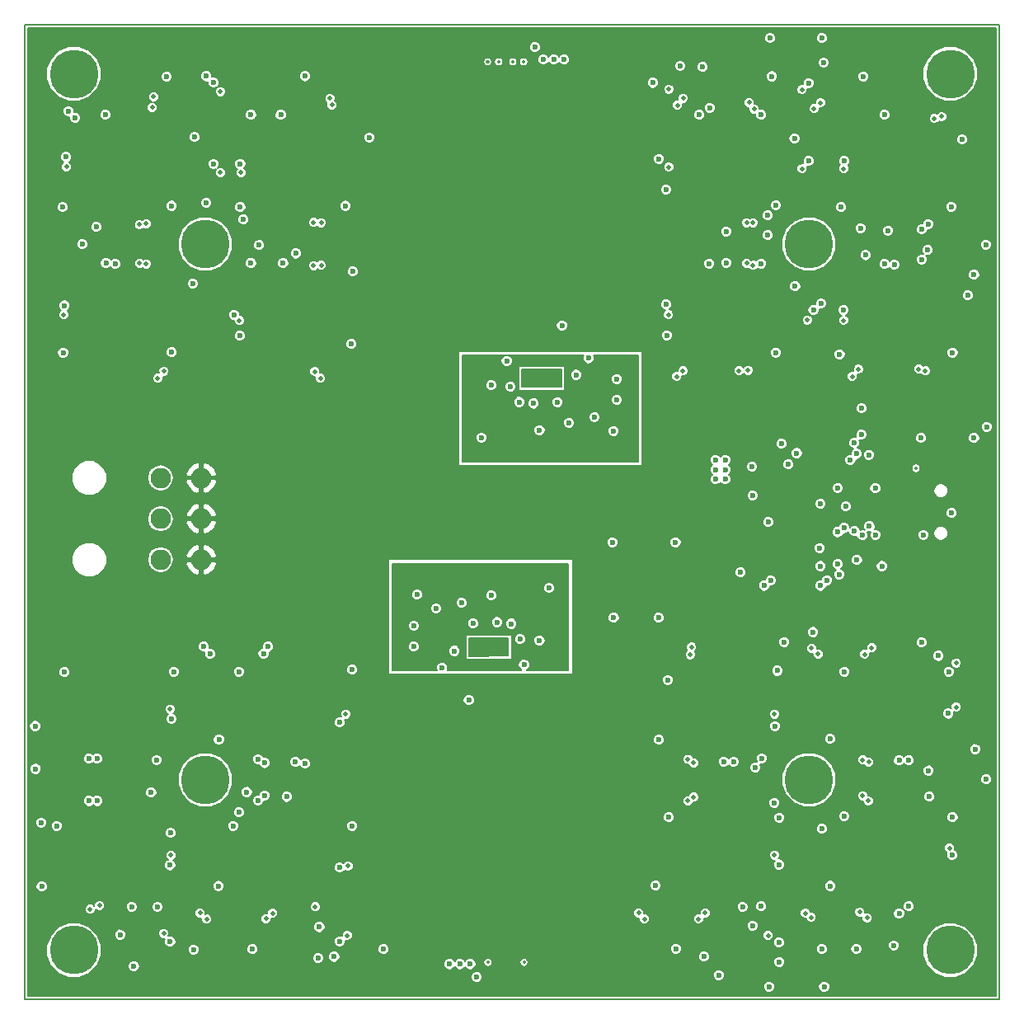
<source format=gbl>
G04 (created by PCBNEW (2013-05-16 BZR 4016)-stable) date 12. 1. 2014 21:27:48*
%MOIN*%
G04 Gerber Fmt 3.4, Leading zero omitted, Abs format*
%FSLAX34Y34*%
G01*
G70*
G90*
G04 APERTURE LIST*
%ADD10C,0.00590551*%
%ADD11C,0.19685*%
%ADD12O,0.0826X0.0826*%
%ADD13C,0.023622*%
%ADD14C,0.019685*%
%ADD15C,0.011811*%
%ADD16C,0.019685*%
%ADD17C,0.00787402*%
G04 APERTURE END LIST*
G54D10*
X38779Y-61023D02*
X78149Y-61023D01*
X78149Y-61023D02*
X78149Y-21653D01*
X78149Y-21653D02*
X38779Y-21653D01*
X38779Y-21653D02*
X38779Y-61023D01*
G54D11*
X46062Y-30511D03*
X40748Y-23622D03*
X40748Y-59055D03*
X46062Y-52165D03*
X70472Y-52165D03*
X76181Y-59055D03*
X76181Y-23622D03*
X70472Y-30511D03*
G54D12*
X44252Y-43267D03*
X44252Y-41614D03*
X44252Y-39961D03*
X45904Y-39961D03*
X45904Y-41614D03*
X45904Y-43267D03*
G54D13*
X58948Y-47516D03*
X56138Y-46956D03*
X61060Y-35790D03*
X58250Y-35230D03*
X62578Y-45610D03*
X64389Y-45610D03*
X62519Y-42559D03*
X65078Y-42559D03*
X59390Y-22550D03*
X65266Y-23307D03*
X72559Y-29862D03*
X72667Y-23730D03*
X50098Y-23720D03*
X47608Y-29517D03*
X41653Y-29812D03*
X44507Y-23740D03*
X68976Y-23724D03*
X46102Y-23720D03*
X46102Y-28838D03*
X68809Y-29350D03*
X57035Y-60140D03*
X53270Y-59015D03*
X65088Y-58996D03*
X45590Y-59025D03*
X47972Y-59015D03*
X70984Y-59011D03*
X70984Y-54143D03*
X72381Y-59005D03*
X47421Y-53484D03*
X69074Y-53100D03*
X75344Y-52844D03*
X43877Y-52677D03*
X51278Y-59320D03*
X73523Y-31318D03*
X49212Y-31279D03*
X49114Y-25275D03*
X68543Y-31299D03*
X66437Y-31299D03*
X42047Y-31259D03*
X42027Y-25275D03*
X47913Y-25275D03*
X47913Y-31279D03*
X68169Y-39507D03*
X68543Y-25275D03*
X73523Y-25275D03*
X66043Y-25275D03*
X68188Y-40669D03*
X44094Y-51358D03*
X67421Y-51437D03*
X74507Y-51377D03*
X50098Y-51515D03*
G54D14*
X50511Y-57303D03*
G54D13*
X43090Y-57303D03*
X68562Y-51299D03*
X68543Y-57283D03*
X74507Y-57283D03*
X67785Y-57303D03*
X44129Y-57307D03*
X68818Y-41751D03*
X71624Y-42155D03*
G54D14*
X73011Y-46830D03*
X70570Y-46850D03*
X70326Y-57559D03*
X66271Y-57549D03*
X72724Y-47090D03*
X70846Y-47086D03*
X70561Y-57724D03*
X66003Y-57793D03*
X72889Y-51448D03*
X72866Y-53019D03*
X72645Y-52807D03*
X72641Y-51358D03*
X65807Y-52870D03*
X65807Y-51484D03*
X65580Y-51338D03*
X65578Y-53015D03*
X48789Y-57559D03*
X63582Y-57549D03*
X65728Y-46801D03*
X48523Y-57785D03*
X63818Y-57795D03*
X65669Y-47106D03*
G54D13*
X48602Y-46781D03*
X46003Y-46781D03*
G54D14*
X45856Y-57549D03*
X41791Y-57253D03*
X41407Y-57401D03*
X46122Y-57805D03*
G54D13*
X46259Y-47076D03*
X48415Y-47066D03*
X48464Y-51486D03*
X48464Y-52795D03*
X48198Y-53001D03*
X48198Y-51328D03*
X41692Y-51318D03*
X41692Y-53021D03*
X41358Y-53021D03*
X41358Y-51318D03*
G54D14*
X50492Y-35657D03*
X44393Y-35645D03*
X43980Y-24555D03*
X50716Y-35937D03*
X44145Y-35937D03*
X43917Y-24984D03*
X65381Y-24610D03*
X65374Y-35633D03*
X67645Y-35625D03*
X51098Y-24618D03*
X65149Y-24889D03*
X65127Y-35860D03*
X68011Y-35606D03*
X51181Y-24881D03*
X43405Y-31287D03*
X43397Y-29716D03*
X43677Y-31311D03*
X43673Y-29688D03*
X50440Y-31374D03*
X50444Y-29633D03*
X50751Y-29641D03*
X50751Y-31366D03*
X68051Y-24779D03*
X70935Y-24789D03*
X72468Y-35570D03*
X74909Y-35561D03*
X75177Y-35637D03*
X72214Y-35856D03*
X70679Y-25033D03*
X68248Y-25043D03*
G54D13*
X72913Y-41919D03*
X76240Y-41377D03*
G54D14*
X75836Y-25354D03*
G54D13*
X73159Y-42273D03*
X75098Y-42263D03*
G54D14*
X75531Y-25437D03*
X67952Y-29641D03*
X67952Y-31283D03*
X68212Y-29645D03*
X68208Y-31370D03*
G54D13*
X75031Y-31133D03*
X75031Y-29909D03*
X75275Y-30748D03*
X75283Y-29696D03*
X72637Y-42283D03*
X71643Y-43445D03*
G54D14*
X72824Y-57755D03*
G54D13*
X72411Y-43277D03*
G54D14*
X72529Y-57507D03*
G54D13*
X72391Y-38986D03*
X69350Y-38582D03*
X69980Y-38956D03*
X72145Y-39232D03*
X63492Y-37310D03*
X62720Y-36410D03*
X59670Y-38750D03*
X58350Y-38470D03*
X57620Y-37900D03*
X60010Y-36900D03*
X57188Y-45846D03*
X59578Y-44846D03*
X58848Y-44276D03*
X57528Y-43996D03*
X54478Y-46336D03*
X71889Y-41988D03*
X72893Y-39025D03*
X73415Y-43523D03*
X71692Y-43868D03*
X73149Y-40383D03*
X72312Y-42116D03*
X70935Y-43523D03*
X69251Y-58750D03*
X51496Y-58700D03*
X44645Y-58710D03*
X44694Y-49704D03*
X44645Y-55620D03*
X51496Y-55718D03*
X51496Y-49852D03*
X69251Y-55590D03*
X69094Y-50000D03*
X76259Y-55216D03*
X76102Y-49488D03*
X40374Y-32992D03*
X40433Y-26988D03*
X47224Y-33366D03*
X47480Y-27263D03*
X46397Y-27263D03*
X64153Y-23986D03*
X64685Y-32952D03*
X64409Y-27066D03*
X71870Y-33169D03*
X70649Y-33169D03*
X71889Y-27145D03*
X70452Y-27145D03*
X70944Y-44320D03*
X68917Y-44104D03*
X75708Y-47155D03*
X70452Y-23996D03*
X46397Y-23976D03*
X40531Y-25127D03*
G54D14*
X44675Y-55216D03*
X44645Y-49311D03*
X44389Y-58375D03*
X51830Y-55649D03*
X51742Y-49507D03*
X68818Y-58464D03*
X51801Y-58464D03*
X69074Y-55206D03*
X69074Y-49507D03*
X76151Y-54931D03*
X76427Y-49222D03*
G54D13*
X69468Y-46594D03*
G54D14*
X76427Y-47440D03*
X40344Y-33366D03*
X40452Y-27381D03*
X47440Y-33602D03*
X47509Y-27618D03*
X46673Y-24340D03*
X46673Y-27618D03*
X64793Y-33366D03*
X64803Y-27391D03*
X64803Y-24242D03*
X71879Y-27460D03*
X70196Y-27460D03*
X71870Y-33592D03*
X70403Y-33572D03*
G54D13*
X68651Y-44320D03*
G54D14*
X70196Y-24271D03*
G54D13*
X40807Y-25403D03*
X39202Y-51722D03*
X77185Y-50925D03*
X68897Y-22185D03*
X68858Y-60531D03*
X77145Y-38346D03*
X77145Y-31751D03*
X43179Y-59704D03*
X39429Y-53897D03*
X66820Y-60059D03*
X77637Y-52145D03*
X70984Y-22185D03*
X71082Y-60531D03*
X77618Y-30531D03*
X77657Y-37893D03*
X70935Y-41003D03*
X70639Y-46190D03*
X75019Y-46614D03*
X72588Y-38208D03*
X70964Y-32903D03*
X72598Y-37145D03*
X62709Y-35967D03*
X60310Y-36900D03*
X56888Y-45846D03*
X54489Y-46779D03*
X52900Y-31800D03*
X54200Y-31800D03*
X55400Y-31800D03*
X56700Y-31800D03*
X57200Y-31800D03*
X57200Y-31100D03*
X57800Y-31100D03*
X58400Y-31100D03*
X59000Y-31100D03*
X59700Y-31100D03*
X60300Y-31100D03*
X60900Y-31100D03*
X60900Y-31800D03*
X62000Y-31800D03*
X63300Y-31800D03*
X63300Y-32900D03*
X63300Y-34000D03*
X63300Y-34578D03*
G54D14*
X55561Y-43129D03*
X55561Y-42736D03*
X55561Y-42342D03*
X55561Y-41948D03*
X55954Y-41948D03*
X55954Y-42342D03*
X55954Y-42736D03*
X55954Y-43129D03*
G54D13*
X59551Y-49625D03*
X61850Y-26470D03*
X62780Y-26460D03*
X55410Y-26470D03*
X56280Y-26470D03*
X59540Y-51590D03*
X58930Y-51600D03*
X58320Y-51600D03*
X57720Y-51600D03*
X57110Y-51600D03*
X56520Y-51600D03*
X55920Y-51600D03*
X55920Y-50890D03*
X63896Y-45199D03*
X63896Y-46403D03*
X63896Y-47600D03*
X63896Y-50001D03*
X63896Y-43988D03*
X60107Y-51588D03*
X60107Y-50828D03*
X61457Y-50828D03*
X62676Y-50828D03*
X63896Y-50828D03*
X54590Y-48170D03*
X54590Y-49520D03*
X54590Y-50890D03*
X61763Y-56192D03*
X60881Y-56187D03*
X55293Y-56190D03*
X54417Y-56190D03*
G54D14*
X57973Y-46921D03*
X57973Y-46671D03*
X57048Y-46921D03*
X57048Y-46671D03*
X57673Y-46921D03*
X57348Y-46921D03*
X57673Y-46671D03*
X57348Y-46671D03*
X57573Y-48021D03*
X57573Y-48271D03*
X57198Y-48021D03*
X57198Y-48271D03*
X60000Y-34475D03*
X60000Y-34725D03*
X59625Y-34475D03*
X59625Y-34725D03*
X59850Y-36075D03*
X59525Y-36075D03*
X59850Y-35825D03*
X59525Y-35825D03*
X60150Y-36075D03*
X60150Y-35825D03*
X59225Y-36075D03*
X59225Y-35825D03*
G54D13*
X52900Y-36700D03*
X52900Y-35500D03*
X52900Y-34300D03*
X52900Y-33100D03*
X60560Y-59550D03*
X59685Y-59550D03*
X59685Y-60070D03*
X60130Y-60070D03*
X60130Y-59550D03*
X65310Y-60565D03*
X66220Y-60078D03*
X61280Y-60570D03*
X60560Y-60070D03*
X41456Y-60570D03*
X45393Y-60570D03*
X49330Y-60570D03*
X53267Y-60570D03*
X42194Y-58070D03*
X55735Y-60145D03*
X55840Y-23140D03*
X56720Y-22640D03*
X56720Y-23150D03*
X56280Y-22640D03*
X56280Y-23150D03*
X46960Y-22150D03*
X54730Y-22150D03*
X55850Y-22650D03*
X50910Y-22150D03*
X42620Y-22150D03*
X60770Y-22550D03*
X73385Y-44576D03*
X73769Y-44566D03*
X73779Y-44891D03*
X72696Y-44468D03*
X73385Y-44891D03*
X70954Y-40610D03*
G54D14*
X53582Y-43129D03*
X53582Y-42736D03*
X53582Y-42342D03*
X53582Y-41948D03*
X53976Y-41948D03*
X53976Y-42342D03*
X53976Y-42736D03*
X51299Y-43129D03*
X51692Y-43139D03*
X51692Y-42746D03*
X51692Y-42352D03*
X51692Y-41958D03*
X51299Y-41958D03*
X51299Y-42352D03*
X51299Y-42746D03*
X49744Y-43120D03*
X49350Y-43129D03*
X49350Y-42736D03*
X49350Y-42342D03*
X49350Y-41948D03*
X49744Y-41948D03*
X49744Y-42342D03*
X49744Y-42736D03*
G54D13*
X73041Y-60265D03*
X67244Y-59517D03*
X66456Y-22588D03*
X49478Y-59370D03*
X71211Y-44790D03*
X69448Y-44429D03*
X67805Y-45068D03*
X64586Y-45088D03*
X43523Y-59389D03*
X40285Y-50925D03*
X47125Y-32244D03*
X74393Y-36578D03*
X67519Y-24537D03*
X50137Y-24488D03*
X42906Y-24562D03*
G54D14*
X74015Y-55551D03*
X74015Y-55984D03*
X74448Y-55984D03*
X74881Y-55984D03*
X74881Y-55551D03*
X74448Y-55551D03*
X74015Y-55118D03*
X74015Y-55137D03*
X74448Y-54704D03*
X74448Y-54271D03*
X74881Y-54271D03*
X74881Y-54704D03*
X74881Y-55137D03*
X74448Y-55137D03*
X74005Y-54694D03*
X74005Y-54261D03*
X73572Y-54261D03*
X73139Y-54261D03*
X73139Y-54694D03*
X73572Y-54694D03*
X74005Y-55127D03*
X74005Y-55127D03*
X73572Y-55561D03*
X73572Y-55994D03*
X73139Y-55994D03*
X73139Y-55561D03*
X73139Y-55127D03*
X73572Y-55127D03*
X66929Y-55551D03*
X66929Y-55984D03*
X67362Y-55984D03*
X67795Y-55984D03*
X67795Y-55551D03*
X67362Y-55551D03*
X66929Y-55118D03*
X66929Y-55137D03*
X67362Y-54704D03*
X67362Y-54271D03*
X67795Y-54271D03*
X67795Y-54704D03*
X67795Y-55137D03*
X67362Y-55137D03*
X66919Y-54694D03*
X66919Y-54261D03*
X66486Y-54261D03*
X66053Y-54261D03*
X66053Y-54694D03*
X66486Y-54694D03*
X66919Y-55127D03*
X66919Y-55127D03*
X66486Y-55561D03*
X66486Y-55994D03*
X66053Y-55994D03*
X66053Y-55561D03*
X66053Y-55127D03*
X66486Y-55127D03*
X74015Y-49645D03*
X74015Y-50078D03*
X74448Y-50078D03*
X74881Y-50078D03*
X74881Y-49645D03*
X74448Y-49645D03*
X74015Y-49212D03*
X74015Y-49232D03*
X74448Y-48799D03*
X74448Y-48366D03*
X74881Y-48366D03*
X74881Y-48799D03*
X74881Y-49232D03*
X74448Y-49232D03*
X74005Y-48789D03*
X74005Y-48356D03*
X73572Y-48356D03*
X73139Y-48356D03*
X73139Y-48789D03*
X73572Y-48789D03*
X74005Y-49222D03*
X74005Y-49222D03*
X73572Y-49655D03*
X73572Y-50088D03*
X73139Y-50088D03*
X73139Y-49655D03*
X73139Y-49222D03*
X73572Y-49222D03*
X66486Y-49222D03*
X66053Y-49222D03*
X66053Y-49655D03*
X66053Y-50088D03*
X66486Y-50088D03*
X66486Y-49655D03*
X66919Y-49222D03*
X66919Y-49222D03*
X66486Y-48789D03*
X66053Y-48789D03*
X66053Y-48356D03*
X66486Y-48356D03*
X66919Y-48356D03*
X66919Y-48789D03*
X67362Y-49232D03*
X67795Y-49232D03*
X67795Y-48799D03*
X67795Y-48366D03*
X67362Y-48366D03*
X67362Y-48799D03*
X66929Y-49232D03*
X66929Y-49212D03*
X67362Y-49645D03*
X67795Y-49645D03*
X67795Y-50078D03*
X67362Y-50078D03*
X66929Y-50078D03*
X66929Y-49645D03*
X49163Y-55127D03*
X48730Y-55127D03*
X48730Y-55561D03*
X48730Y-55994D03*
X49163Y-55994D03*
X49163Y-55561D03*
X49596Y-55127D03*
X49596Y-55127D03*
X49163Y-54694D03*
X48730Y-54694D03*
X48730Y-54261D03*
X49163Y-54261D03*
X49596Y-54261D03*
X49596Y-54694D03*
X50039Y-55137D03*
X50472Y-55137D03*
X50472Y-54704D03*
X50472Y-54271D03*
X50039Y-54271D03*
X50039Y-54704D03*
X49606Y-55137D03*
X49606Y-55118D03*
X50039Y-55551D03*
X50472Y-55551D03*
X50472Y-55984D03*
X50039Y-55984D03*
X49606Y-55984D03*
X49606Y-55551D03*
X49163Y-49222D03*
X48730Y-49222D03*
X48730Y-49655D03*
X48730Y-50088D03*
X49163Y-50088D03*
X49163Y-49655D03*
X49596Y-49222D03*
X49596Y-49222D03*
X49163Y-48789D03*
X48730Y-48789D03*
X48730Y-48356D03*
X49163Y-48356D03*
X49596Y-48356D03*
X49596Y-48789D03*
X50039Y-49232D03*
X50472Y-49232D03*
X50472Y-48799D03*
X50472Y-48366D03*
X50039Y-48366D03*
X50039Y-48799D03*
X49606Y-49232D03*
X49606Y-49212D03*
X50039Y-49645D03*
X50472Y-49645D03*
X50472Y-50078D03*
X50039Y-50078D03*
X49606Y-50078D03*
X49606Y-49645D03*
X42076Y-55127D03*
X41643Y-55127D03*
X41643Y-55561D03*
X41643Y-55994D03*
X42076Y-55994D03*
X42076Y-55561D03*
X42509Y-55127D03*
X42509Y-55127D03*
X42076Y-54694D03*
X41643Y-54694D03*
X41643Y-54261D03*
X42076Y-54261D03*
X42509Y-54261D03*
X42509Y-54694D03*
X42952Y-55137D03*
X43385Y-55137D03*
X43385Y-54704D03*
X43385Y-54271D03*
X42952Y-54271D03*
X42952Y-54704D03*
X42519Y-55137D03*
X42519Y-55118D03*
X42952Y-55551D03*
X43385Y-55551D03*
X43385Y-55984D03*
X42952Y-55984D03*
X42519Y-55984D03*
X42519Y-55551D03*
X42519Y-49645D03*
X42519Y-50078D03*
X42952Y-50078D03*
X43385Y-50078D03*
X43385Y-49645D03*
X42952Y-49645D03*
X42519Y-49212D03*
X42519Y-49232D03*
X42952Y-48799D03*
X42952Y-48366D03*
X43385Y-48366D03*
X43385Y-48799D03*
X43385Y-49232D03*
X42952Y-49232D03*
X42509Y-48789D03*
X42509Y-48356D03*
X42076Y-48356D03*
X41643Y-48356D03*
X41643Y-48789D03*
X42076Y-48789D03*
X42509Y-49222D03*
X42509Y-49222D03*
X42076Y-49655D03*
X42076Y-50088D03*
X41643Y-50088D03*
X41643Y-49655D03*
X41643Y-49222D03*
X42076Y-49222D03*
X74458Y-33454D03*
X74891Y-33454D03*
X74891Y-33021D03*
X74891Y-32588D03*
X74458Y-32588D03*
X74458Y-33021D03*
X74025Y-33454D03*
X74025Y-33454D03*
X74458Y-33887D03*
X74891Y-33887D03*
X74891Y-34320D03*
X74458Y-34320D03*
X74025Y-34320D03*
X74025Y-33887D03*
X73582Y-33444D03*
X73149Y-33444D03*
X73149Y-33877D03*
X73149Y-34311D03*
X73582Y-34311D03*
X73582Y-33877D03*
X74015Y-33444D03*
X74015Y-33464D03*
X73582Y-33031D03*
X73149Y-33031D03*
X73149Y-32598D03*
X73582Y-32598D03*
X74015Y-32598D03*
X74015Y-33031D03*
X67372Y-33454D03*
X67805Y-33454D03*
X67805Y-33021D03*
X67805Y-32588D03*
X67372Y-32588D03*
X67372Y-33021D03*
X66938Y-33454D03*
X66938Y-33454D03*
X67372Y-33887D03*
X67805Y-33887D03*
X67805Y-34320D03*
X67372Y-34320D03*
X66938Y-34320D03*
X66938Y-33887D03*
X66496Y-33444D03*
X66062Y-33444D03*
X66062Y-33877D03*
X66062Y-34311D03*
X66496Y-34311D03*
X66496Y-33877D03*
X66929Y-33444D03*
X66929Y-33464D03*
X66496Y-33031D03*
X66062Y-33031D03*
X66062Y-32598D03*
X66496Y-32598D03*
X66929Y-32598D03*
X66929Y-33031D03*
X74458Y-27549D03*
X74891Y-27549D03*
X74891Y-27116D03*
X74891Y-26683D03*
X74458Y-26683D03*
X74458Y-27116D03*
X74025Y-27549D03*
X74025Y-27549D03*
X74458Y-27982D03*
X74891Y-27982D03*
X74891Y-28415D03*
X74458Y-28415D03*
X74025Y-28415D03*
X74025Y-27982D03*
X73582Y-27539D03*
X73149Y-27539D03*
X73149Y-27972D03*
X73149Y-28405D03*
X73582Y-28405D03*
X73582Y-27972D03*
X74015Y-27539D03*
X74015Y-27559D03*
X73582Y-27125D03*
X73149Y-27125D03*
X73149Y-26692D03*
X73582Y-26692D03*
X74015Y-26692D03*
X74015Y-27125D03*
X66929Y-27125D03*
X66929Y-26692D03*
X66496Y-26692D03*
X66062Y-26692D03*
X66062Y-27125D03*
X66496Y-27125D03*
X66929Y-27559D03*
X66929Y-27539D03*
X66496Y-27972D03*
X66496Y-28405D03*
X66062Y-28405D03*
X66062Y-27972D03*
X66062Y-27539D03*
X66496Y-27539D03*
X66938Y-27982D03*
X66938Y-28415D03*
X67372Y-28415D03*
X67805Y-28415D03*
X67805Y-27982D03*
X67372Y-27982D03*
X66938Y-27549D03*
X66938Y-27549D03*
X67372Y-27116D03*
X67372Y-26683D03*
X67805Y-26683D03*
X67805Y-27116D03*
X67805Y-27549D03*
X67372Y-27549D03*
X49606Y-33031D03*
X49606Y-32598D03*
X49173Y-32598D03*
X48740Y-32598D03*
X48740Y-33031D03*
X49173Y-33031D03*
X49606Y-33464D03*
X49606Y-33444D03*
X49173Y-33877D03*
X49173Y-34311D03*
X48740Y-34311D03*
X48740Y-33877D03*
X48740Y-33444D03*
X49173Y-33444D03*
X49616Y-33887D03*
X49616Y-34320D03*
X50049Y-34320D03*
X50482Y-34320D03*
X50482Y-33887D03*
X50049Y-33887D03*
X49616Y-33454D03*
X49616Y-33454D03*
X50049Y-33021D03*
X50049Y-32588D03*
X50482Y-32588D03*
X50482Y-33021D03*
X50482Y-33454D03*
X50049Y-33454D03*
X42519Y-33031D03*
X42519Y-32598D03*
X42086Y-32598D03*
X41653Y-32598D03*
X41653Y-33031D03*
X42086Y-33031D03*
X42519Y-33464D03*
X42519Y-33444D03*
X42086Y-33877D03*
X42086Y-34311D03*
X41653Y-34311D03*
X41653Y-33877D03*
X41653Y-33444D03*
X42086Y-33444D03*
X42529Y-33887D03*
X42529Y-34320D03*
X42962Y-34320D03*
X43395Y-34320D03*
X43395Y-33887D03*
X42962Y-33887D03*
X42529Y-33454D03*
X42529Y-33454D03*
X42962Y-33021D03*
X42962Y-32588D03*
X43395Y-32588D03*
X43395Y-33021D03*
X43395Y-33454D03*
X42962Y-33454D03*
X49606Y-27125D03*
X49606Y-26692D03*
X49173Y-26692D03*
X48740Y-26692D03*
X48740Y-27125D03*
X49173Y-27125D03*
X49606Y-27559D03*
X49606Y-27539D03*
X49173Y-27972D03*
X49173Y-28405D03*
X48740Y-28405D03*
X48740Y-27972D03*
X48740Y-27539D03*
X49173Y-27539D03*
X49616Y-27982D03*
X49616Y-28415D03*
X50049Y-28415D03*
X50482Y-28415D03*
X50482Y-27982D03*
X50049Y-27982D03*
X49616Y-27549D03*
X49616Y-27549D03*
X50049Y-27116D03*
X50049Y-26683D03*
X50482Y-26683D03*
X50482Y-27116D03*
X50482Y-27549D03*
X50049Y-27549D03*
X42962Y-27549D03*
X43395Y-27549D03*
X43395Y-27116D03*
X43395Y-26683D03*
X42962Y-26683D03*
X42962Y-27116D03*
X42529Y-27549D03*
X42529Y-27549D03*
X42962Y-27982D03*
X43395Y-27982D03*
X43395Y-28415D03*
X42962Y-28415D03*
X42529Y-28415D03*
X42529Y-27982D03*
X42086Y-27539D03*
X41653Y-27539D03*
X41653Y-27972D03*
X41653Y-28405D03*
X42086Y-28405D03*
X42086Y-27972D03*
X42519Y-27539D03*
X42519Y-27559D03*
X42086Y-27125D03*
X41653Y-27125D03*
X41653Y-26692D03*
X42086Y-26692D03*
X42519Y-26692D03*
X42519Y-27125D03*
G54D13*
X62913Y-22145D03*
X66850Y-22145D03*
X77204Y-24862D03*
X76417Y-56318D03*
X77342Y-57480D03*
X74783Y-60098D03*
X73614Y-58122D03*
X68031Y-42322D03*
X67362Y-42992D03*
X66535Y-43759D03*
X65433Y-43799D03*
X64566Y-43996D03*
X68110Y-37775D03*
X66535Y-37775D03*
X64566Y-37775D03*
X59945Y-49625D03*
X60339Y-49625D03*
X60732Y-49625D03*
X61126Y-49625D03*
X61520Y-49625D03*
X61914Y-49625D03*
G54D14*
X74551Y-24598D03*
G54D13*
X73070Y-22972D03*
X57559Y-33110D03*
X57165Y-33110D03*
X56771Y-33110D03*
X56377Y-33110D03*
X55984Y-33110D03*
X55590Y-33110D03*
X55196Y-33110D03*
G54D14*
X48188Y-45098D03*
X48582Y-45098D03*
X48976Y-45098D03*
X49370Y-45098D03*
X49763Y-45098D03*
X52125Y-45098D03*
X51732Y-45098D03*
X51338Y-45098D03*
X50944Y-45098D03*
X50551Y-45098D03*
X50157Y-45098D03*
X53976Y-43129D03*
G54D13*
X66948Y-52282D03*
X71830Y-56318D03*
X76377Y-32007D03*
G54D14*
X50141Y-36555D03*
X66653Y-58055D03*
G54D13*
X39823Y-34291D03*
X76181Y-26338D03*
X39940Y-56318D03*
X43287Y-46181D03*
X45610Y-50295D03*
X45294Y-48366D03*
X46969Y-28405D03*
X39804Y-28385D03*
X76692Y-28366D03*
X67775Y-46141D03*
X64763Y-47618D03*
X69783Y-48385D03*
X66397Y-46141D03*
X64763Y-56338D03*
X64292Y-54271D03*
X69842Y-54271D03*
X76790Y-34291D03*
X76790Y-54271D03*
X73956Y-52302D03*
X74547Y-46141D03*
X73405Y-46102D03*
X71811Y-50413D03*
X71201Y-34311D03*
X76712Y-48366D03*
X76643Y-50177D03*
X71260Y-28385D03*
X71092Y-32312D03*
X71456Y-25984D03*
X73917Y-30433D03*
X66830Y-30355D03*
X67263Y-36480D03*
X69448Y-32204D03*
X66141Y-36456D03*
X73188Y-36437D03*
X52204Y-26299D03*
X43208Y-36535D03*
X48799Y-36515D03*
X45059Y-32204D03*
X41771Y-36515D03*
X64232Y-34822D03*
X69409Y-26299D03*
X64173Y-28917D03*
X52706Y-56013D03*
X45078Y-56082D03*
X52480Y-48405D03*
X49350Y-46161D03*
X49625Y-52361D03*
X51889Y-53524D03*
X44655Y-53316D03*
X42539Y-52184D03*
X51535Y-32263D03*
X46948Y-34803D03*
X49448Y-30432D03*
X42519Y-30392D03*
X68937Y-23169D03*
X63425Y-41968D03*
X63425Y-41574D03*
X63425Y-41181D03*
X66496Y-38543D03*
X66102Y-38543D03*
X65708Y-38543D03*
X65314Y-38543D03*
G54D14*
X65098Y-41751D03*
X64744Y-41751D03*
X65098Y-41417D03*
X64744Y-41417D03*
G54D13*
X68543Y-40078D03*
X47342Y-56534D03*
X41948Y-46161D03*
X47342Y-50629D03*
X52568Y-50403D03*
X69793Y-50442D03*
X69812Y-56505D03*
X69566Y-28346D03*
X64468Y-25905D03*
X69625Y-34271D03*
X64153Y-32047D03*
X51850Y-34034D03*
X52224Y-28385D03*
X45196Y-34271D03*
X45137Y-26299D03*
X45216Y-28366D03*
X47106Y-26574D03*
X39458Y-32234D03*
X40039Y-26318D03*
X46909Y-48405D03*
X71397Y-54330D03*
X47322Y-54546D03*
X40196Y-54546D03*
X39881Y-48405D03*
X71417Y-48385D03*
X66220Y-59311D03*
X68188Y-58061D03*
X75305Y-51791D03*
X74114Y-51377D03*
X66456Y-25000D03*
X66171Y-23346D03*
X57620Y-36210D03*
X60482Y-33800D03*
X42421Y-31318D03*
X41092Y-30511D03*
X49723Y-30885D03*
X48238Y-30551D03*
X55398Y-45241D03*
X57618Y-44716D03*
X56425Y-45009D03*
X59966Y-44414D03*
X57854Y-45792D03*
X54628Y-44685D03*
X59580Y-38030D03*
X61800Y-37505D03*
X62570Y-38061D03*
X59344Y-36954D03*
X57232Y-38332D03*
X60773Y-37737D03*
X54495Y-45939D03*
X58438Y-45856D03*
X56716Y-48946D03*
X59578Y-46536D03*
X55638Y-47626D03*
X58788Y-46476D03*
X71958Y-41112D03*
X71633Y-40374D03*
X47746Y-52658D03*
X49350Y-52854D03*
X49704Y-51437D03*
X50679Y-58120D03*
X50620Y-59370D03*
X42618Y-58425D03*
X58410Y-36270D03*
X61560Y-35120D03*
X58760Y-36890D03*
X62703Y-36807D03*
X72765Y-30954D03*
X73917Y-31338D03*
X73661Y-29960D03*
X74114Y-57559D03*
X73897Y-58858D03*
X67125Y-31259D03*
X67125Y-30000D03*
X68809Y-30147D03*
X68306Y-51673D03*
X67027Y-51427D03*
X60150Y-23050D03*
X60570Y-23050D03*
X59730Y-23050D03*
X56360Y-59620D03*
X55940Y-59620D03*
X56780Y-59620D03*
X70905Y-42795D03*
X69635Y-39419D03*
X69133Y-34901D03*
X71200Y-44094D03*
X67706Y-43780D03*
X76279Y-34901D03*
X39183Y-49990D03*
X76663Y-26279D03*
X47480Y-29015D03*
X40314Y-34901D03*
X64409Y-50551D03*
X64763Y-48129D03*
X69192Y-47755D03*
X64271Y-56437D03*
X64803Y-53681D03*
X69271Y-53700D03*
X71338Y-56456D03*
X76279Y-53681D03*
X71889Y-53641D03*
X71318Y-50511D03*
X71712Y-34960D03*
X76122Y-47795D03*
X71909Y-47795D03*
X71771Y-29015D03*
X76889Y-32578D03*
X76220Y-28996D03*
X69911Y-32214D03*
X64724Y-34192D03*
X69881Y-26240D03*
X69133Y-28937D03*
X64685Y-28307D03*
X52007Y-47716D03*
X46614Y-50531D03*
X47421Y-47795D03*
X46594Y-56456D03*
X52007Y-54035D03*
X47185Y-54035D03*
X44665Y-54311D03*
X39448Y-56476D03*
X40059Y-54035D03*
X40374Y-47814D03*
X44783Y-47795D03*
X52027Y-31614D03*
X51968Y-34547D03*
X47460Y-34212D03*
X45551Y-32106D03*
X52696Y-26200D03*
X45629Y-26181D03*
X40295Y-29015D03*
X72303Y-38543D03*
X67086Y-40019D03*
X66692Y-40019D03*
X66692Y-39625D03*
X67086Y-39625D03*
X67086Y-39232D03*
X66692Y-39232D03*
X75000Y-38346D03*
X51732Y-28956D03*
X44704Y-34881D03*
X44704Y-28956D03*
X69271Y-59527D03*
X71062Y-23169D03*
G54D15*
X74793Y-39577D02*
X74803Y-39587D01*
X74793Y-39557D02*
X74793Y-39577D01*
X57924Y-23140D02*
X57920Y-23140D01*
X58496Y-23140D02*
X58500Y-23140D01*
X57481Y-23140D02*
X57480Y-23140D01*
X58939Y-23140D02*
X58940Y-23140D01*
X57491Y-59550D02*
X57490Y-59550D01*
X58949Y-59550D02*
X58950Y-59550D01*
G54D16*
X52900Y-31800D02*
X54200Y-31800D01*
X55400Y-31800D02*
X56700Y-31800D01*
X57200Y-31800D02*
X57200Y-31100D01*
X57800Y-31100D02*
X58400Y-31100D01*
X59000Y-31100D02*
X59700Y-31100D01*
X60300Y-31100D02*
X60900Y-31100D01*
X60900Y-31800D02*
X62000Y-31800D01*
X63300Y-31800D02*
X63300Y-32900D01*
G54D15*
X55954Y-41948D02*
X55954Y-42342D01*
X55954Y-42736D02*
X55954Y-43129D01*
X55561Y-43129D02*
X55561Y-42736D01*
X55561Y-42342D02*
X55561Y-41948D01*
X59540Y-51590D02*
X59530Y-51600D01*
X59530Y-51600D02*
X58930Y-51600D01*
X58320Y-51600D02*
X57720Y-51600D01*
X57110Y-51600D02*
X56520Y-51600D01*
X55920Y-51600D02*
X55920Y-50890D01*
X63896Y-43988D02*
X63896Y-45199D01*
X63896Y-46403D02*
X63896Y-47600D01*
X61457Y-50828D02*
X60107Y-50828D01*
X63896Y-50828D02*
X62676Y-50828D01*
X54590Y-50890D02*
X54590Y-49520D01*
G54D16*
X52900Y-34300D02*
X52900Y-35500D01*
X55196Y-33110D02*
X52910Y-33110D01*
X52910Y-33110D02*
X52900Y-33100D01*
G54D15*
X65315Y-60570D02*
X65310Y-60565D01*
X66220Y-60078D02*
X66220Y-60079D01*
X66220Y-60079D02*
X65730Y-60570D01*
X65730Y-60570D02*
X65315Y-60570D01*
X61060Y-60570D02*
X60560Y-60070D01*
X61280Y-60570D02*
X61060Y-60570D01*
X53267Y-60570D02*
X55309Y-60570D01*
X42194Y-59832D02*
X41456Y-60570D01*
X45393Y-60570D02*
X49330Y-60570D01*
X42194Y-58070D02*
X42194Y-59832D01*
X55309Y-60570D02*
X55735Y-60145D01*
X42620Y-22150D02*
X46960Y-22150D01*
X50910Y-22150D02*
X54730Y-22150D01*
X73385Y-44891D02*
X73779Y-44891D01*
X73385Y-44576D02*
X73474Y-44566D01*
X73474Y-44566D02*
X73769Y-44566D01*
X53582Y-42736D02*
X53582Y-43129D01*
X53582Y-41948D02*
X53582Y-42342D01*
X53976Y-42342D02*
X53976Y-41948D01*
X53976Y-43129D02*
X53976Y-42736D01*
X51299Y-43129D02*
X51299Y-42746D01*
X51692Y-42746D02*
X51692Y-43139D01*
X51692Y-41958D02*
X51692Y-42352D01*
X51299Y-42352D02*
X51299Y-41958D01*
X49744Y-43120D02*
X49744Y-42736D01*
X49350Y-42736D02*
X49350Y-43129D01*
X49350Y-41948D02*
X49350Y-42342D01*
X49744Y-42342D02*
X49744Y-41948D01*
X71211Y-44809D02*
X71211Y-44790D01*
X69448Y-44429D02*
X69448Y-44419D01*
X40305Y-50954D02*
X40305Y-50944D01*
X40305Y-50944D02*
X40285Y-50925D01*
X74015Y-55551D02*
X74015Y-55118D01*
X74015Y-55984D02*
X74448Y-55984D01*
X74881Y-55984D02*
X74881Y-55551D01*
X74881Y-54271D02*
X74448Y-54271D01*
X74881Y-55137D02*
X74881Y-54704D01*
X74448Y-55137D02*
X74015Y-55137D01*
X74005Y-54694D02*
X74005Y-55127D01*
X74005Y-54261D02*
X73572Y-54261D01*
X73139Y-54261D02*
X73139Y-54694D01*
X73139Y-55994D02*
X73572Y-55994D01*
X73139Y-55127D02*
X73139Y-55561D01*
X73572Y-55127D02*
X74005Y-55127D01*
X66929Y-55551D02*
X66929Y-55118D01*
X66929Y-55984D02*
X67362Y-55984D01*
X67795Y-55984D02*
X67795Y-55551D01*
X67795Y-54271D02*
X67362Y-54271D01*
X67795Y-55137D02*
X67795Y-54704D01*
X67362Y-55137D02*
X66929Y-55137D01*
X66919Y-54694D02*
X66919Y-55127D01*
X66919Y-54261D02*
X66486Y-54261D01*
X66053Y-54261D02*
X66053Y-54694D01*
X66053Y-55994D02*
X66486Y-55994D01*
X66053Y-55127D02*
X66053Y-55561D01*
X66486Y-55127D02*
X66919Y-55127D01*
X74015Y-49645D02*
X74015Y-49212D01*
X74015Y-50078D02*
X74448Y-50078D01*
X74881Y-50078D02*
X74881Y-49645D01*
X74881Y-48366D02*
X74448Y-48366D01*
X74881Y-49232D02*
X74881Y-48799D01*
X74448Y-49232D02*
X74015Y-49232D01*
X74005Y-48789D02*
X74005Y-49222D01*
X74005Y-48356D02*
X73572Y-48356D01*
X73139Y-48356D02*
X73139Y-48789D01*
X73139Y-50088D02*
X73572Y-50088D01*
X73139Y-49222D02*
X73139Y-49655D01*
X73572Y-49222D02*
X74005Y-49222D01*
X66486Y-49222D02*
X66919Y-49222D01*
X66053Y-49222D02*
X66053Y-49655D01*
X66053Y-50088D02*
X66486Y-50088D01*
X66053Y-48356D02*
X66053Y-48789D01*
X66919Y-48356D02*
X66486Y-48356D01*
X66919Y-48789D02*
X66919Y-49222D01*
X67362Y-49232D02*
X66929Y-49232D01*
X67795Y-49232D02*
X67795Y-48799D01*
X67795Y-48366D02*
X67362Y-48366D01*
X67795Y-50078D02*
X67795Y-49645D01*
X66929Y-50078D02*
X67362Y-50078D01*
X66929Y-49645D02*
X66929Y-49212D01*
X49163Y-55127D02*
X49596Y-55127D01*
X48730Y-55127D02*
X48730Y-55561D01*
X48730Y-55994D02*
X49163Y-55994D01*
X48730Y-54261D02*
X48730Y-54694D01*
X49596Y-54261D02*
X49163Y-54261D01*
X49596Y-54694D02*
X49596Y-55127D01*
X50039Y-55137D02*
X49606Y-55137D01*
X50472Y-55137D02*
X50472Y-54704D01*
X50472Y-54271D02*
X50039Y-54271D01*
X50472Y-55984D02*
X50472Y-55551D01*
X49606Y-55984D02*
X50039Y-55984D01*
X49606Y-55551D02*
X49606Y-55118D01*
X49163Y-49222D02*
X49596Y-49222D01*
X48730Y-49222D02*
X48730Y-49655D01*
X48730Y-50088D02*
X49163Y-50088D01*
X48730Y-48356D02*
X48730Y-48789D01*
X49596Y-48356D02*
X49163Y-48356D01*
X49596Y-48789D02*
X49596Y-49222D01*
X50039Y-49232D02*
X49606Y-49232D01*
X50472Y-49232D02*
X50472Y-48799D01*
X50472Y-48366D02*
X50039Y-48366D01*
X50472Y-50078D02*
X50472Y-49645D01*
X49606Y-50078D02*
X50039Y-50078D01*
X49606Y-49645D02*
X49606Y-49212D01*
X42076Y-55127D02*
X42509Y-55127D01*
X41643Y-55127D02*
X41643Y-55561D01*
X41643Y-55994D02*
X42076Y-55994D01*
X41643Y-54261D02*
X41643Y-54694D01*
X42509Y-54261D02*
X42076Y-54261D01*
X42509Y-54694D02*
X42509Y-55127D01*
X42952Y-55137D02*
X42519Y-55137D01*
X43385Y-55137D02*
X43385Y-54704D01*
X43385Y-54271D02*
X42952Y-54271D01*
X43385Y-55984D02*
X43385Y-55551D01*
X42519Y-55984D02*
X42952Y-55984D01*
X42519Y-55551D02*
X42519Y-55118D01*
X42519Y-49645D02*
X42519Y-49212D01*
X42519Y-50078D02*
X42952Y-50078D01*
X43385Y-50078D02*
X43385Y-49645D01*
X43385Y-48366D02*
X42952Y-48366D01*
X43385Y-49232D02*
X43385Y-48799D01*
X42952Y-49232D02*
X42519Y-49232D01*
X42509Y-48789D02*
X42509Y-49222D01*
X42509Y-48356D02*
X42076Y-48356D01*
X41643Y-48356D02*
X41643Y-48789D01*
X41643Y-50088D02*
X42076Y-50088D01*
X41643Y-49222D02*
X41643Y-49655D01*
X42076Y-49222D02*
X42509Y-49222D01*
X74458Y-33454D02*
X74025Y-33454D01*
X74891Y-33454D02*
X74891Y-33021D01*
X74891Y-32588D02*
X74458Y-32588D01*
X74891Y-34320D02*
X74891Y-33887D01*
X74025Y-34320D02*
X74458Y-34320D01*
X74025Y-33887D02*
X74025Y-33454D01*
X73582Y-33444D02*
X74015Y-33444D01*
X73149Y-33444D02*
X73149Y-33877D01*
X73149Y-34311D02*
X73582Y-34311D01*
X73149Y-32598D02*
X73149Y-33031D01*
X74015Y-32598D02*
X73582Y-32598D01*
X74015Y-33031D02*
X74015Y-33464D01*
X67372Y-33454D02*
X66938Y-33454D01*
X67805Y-33454D02*
X67805Y-33021D01*
X67805Y-32588D02*
X67372Y-32588D01*
X67805Y-34320D02*
X67805Y-33887D01*
X66938Y-34320D02*
X67372Y-34320D01*
X66938Y-33887D02*
X66938Y-33454D01*
X66496Y-33444D02*
X66929Y-33444D01*
X66062Y-33444D02*
X66062Y-33877D01*
X66062Y-34311D02*
X66496Y-34311D01*
X66062Y-32598D02*
X66062Y-33031D01*
X66929Y-32598D02*
X66496Y-32598D01*
X66929Y-33031D02*
X66929Y-33464D01*
X74458Y-27549D02*
X74025Y-27549D01*
X74891Y-27549D02*
X74891Y-27116D01*
X74891Y-26683D02*
X74458Y-26683D01*
X74891Y-28415D02*
X74891Y-27982D01*
X74025Y-28415D02*
X74458Y-28415D01*
X74025Y-27982D02*
X74025Y-27549D01*
X73582Y-27539D02*
X74015Y-27539D01*
X73149Y-27539D02*
X73149Y-27972D01*
X73149Y-28405D02*
X73582Y-28405D01*
X73149Y-26692D02*
X73149Y-27125D01*
X74015Y-26692D02*
X73582Y-26692D01*
X74015Y-27125D02*
X74015Y-27559D01*
X66929Y-27125D02*
X66929Y-27559D01*
X66929Y-26692D02*
X66496Y-26692D01*
X66062Y-26692D02*
X66062Y-27125D01*
X66062Y-28405D02*
X66496Y-28405D01*
X66062Y-27539D02*
X66062Y-27972D01*
X66496Y-27539D02*
X66929Y-27539D01*
X66938Y-27982D02*
X66938Y-27549D01*
X66938Y-28415D02*
X67372Y-28415D01*
X67805Y-28415D02*
X67805Y-27982D01*
X67805Y-26683D02*
X67372Y-26683D01*
X67805Y-27549D02*
X67805Y-27116D01*
X67372Y-27549D02*
X66938Y-27549D01*
X49606Y-33031D02*
X49606Y-33464D01*
X49606Y-32598D02*
X49173Y-32598D01*
X48740Y-32598D02*
X48740Y-33031D01*
X48740Y-34311D02*
X49173Y-34311D01*
X48740Y-33444D02*
X48740Y-33877D01*
X49173Y-33444D02*
X49606Y-33444D01*
X49616Y-33887D02*
X49616Y-33454D01*
X49616Y-34320D02*
X50049Y-34320D01*
X50482Y-34320D02*
X50482Y-33887D01*
X50482Y-32588D02*
X50049Y-32588D01*
X50482Y-33454D02*
X50482Y-33021D01*
X50049Y-33454D02*
X49616Y-33454D01*
X42519Y-33031D02*
X42519Y-33464D01*
X42519Y-32598D02*
X42086Y-32598D01*
X41653Y-32598D02*
X41653Y-33031D01*
X41653Y-34311D02*
X42086Y-34311D01*
X41653Y-33444D02*
X41653Y-33877D01*
X42086Y-33444D02*
X42519Y-33444D01*
X42529Y-33887D02*
X42529Y-33454D01*
X42529Y-34320D02*
X42962Y-34320D01*
X43395Y-34320D02*
X43395Y-33887D01*
X43395Y-32588D02*
X42962Y-32588D01*
X43395Y-33454D02*
X43395Y-33021D01*
X42962Y-33454D02*
X42529Y-33454D01*
X49606Y-27125D02*
X49606Y-27559D01*
X49606Y-26692D02*
X49173Y-26692D01*
X48740Y-26692D02*
X48740Y-27125D01*
X48740Y-28405D02*
X49173Y-28405D01*
X48740Y-27539D02*
X48740Y-27972D01*
X49173Y-27539D02*
X49606Y-27539D01*
X49616Y-27982D02*
X49616Y-27549D01*
X49616Y-28415D02*
X50049Y-28415D01*
X50482Y-28415D02*
X50482Y-27982D01*
X50482Y-26683D02*
X50049Y-26683D01*
X50482Y-27549D02*
X50482Y-27116D01*
X50049Y-27549D02*
X49616Y-27549D01*
X42962Y-27549D02*
X42529Y-27549D01*
X43395Y-27549D02*
X43395Y-27116D01*
X43395Y-26683D02*
X42962Y-26683D01*
X43395Y-28415D02*
X43395Y-27982D01*
X42529Y-28415D02*
X42962Y-28415D01*
X42529Y-27982D02*
X42529Y-27549D01*
X42086Y-27539D02*
X42519Y-27539D01*
X41653Y-27539D02*
X41653Y-27972D01*
X41653Y-28405D02*
X42086Y-28405D01*
X41653Y-26692D02*
X41653Y-27125D01*
X42519Y-26692D02*
X42086Y-26692D01*
X42519Y-27125D02*
X42519Y-27559D01*
X66850Y-22145D02*
X62913Y-22145D01*
X76181Y-26338D02*
X76181Y-25885D01*
X76181Y-25885D02*
X77204Y-24862D01*
X76417Y-56318D02*
X76417Y-56555D01*
X76417Y-56555D02*
X77342Y-57480D01*
X73614Y-58122D02*
X73614Y-58929D01*
X73614Y-58929D02*
X74783Y-60098D01*
X68031Y-42322D02*
X67362Y-42992D01*
X66535Y-43759D02*
X66496Y-43799D01*
X66496Y-43799D02*
X65433Y-43799D01*
X64566Y-43996D02*
X64586Y-44015D01*
X64586Y-44015D02*
X64586Y-45088D01*
X65314Y-38543D02*
X65314Y-38523D01*
X66535Y-37775D02*
X68110Y-37775D01*
X65314Y-38523D02*
X64566Y-37775D01*
X60236Y-49625D02*
X59842Y-49625D01*
X61023Y-49625D02*
X60629Y-49625D01*
X61811Y-49625D02*
X61417Y-49625D01*
X74551Y-24598D02*
X74551Y-24452D01*
X74551Y-24452D02*
X73070Y-22972D01*
X56771Y-33110D02*
X57165Y-33110D01*
X55984Y-33110D02*
X56377Y-33110D01*
X55196Y-33110D02*
X55590Y-33110D01*
X48976Y-45098D02*
X48582Y-45098D01*
X49763Y-45098D02*
X49370Y-45098D01*
X51732Y-45098D02*
X52125Y-45098D01*
X50944Y-45098D02*
X51338Y-45098D01*
X50157Y-45098D02*
X50551Y-45098D01*
X66948Y-52282D02*
X66948Y-52303D01*
X71830Y-56318D02*
X71850Y-56338D01*
X76181Y-26338D02*
X76161Y-26338D01*
X46969Y-28405D02*
X46988Y-28405D01*
X39745Y-28385D02*
X39744Y-28385D01*
X69783Y-48385D02*
X69784Y-48385D01*
X64292Y-54271D02*
X64291Y-54271D01*
X69842Y-54271D02*
X69863Y-54271D01*
X76672Y-34291D02*
X76673Y-34291D01*
X73956Y-52302D02*
X73956Y-52283D01*
X76712Y-48366D02*
X76713Y-48366D01*
X76643Y-50177D02*
X76633Y-50177D01*
X73917Y-30433D02*
X73917Y-30433D01*
X66830Y-30355D02*
X66830Y-30334D01*
X69448Y-32204D02*
X69468Y-32204D01*
X69409Y-26299D02*
X69409Y-26319D01*
X45078Y-56082D02*
X45078Y-56103D01*
X49625Y-52361D02*
X49625Y-52362D01*
X51889Y-53524D02*
X51889Y-53543D01*
X44655Y-53316D02*
X44655Y-53335D01*
X42539Y-52184D02*
X42539Y-52185D01*
X46948Y-34803D02*
X46948Y-34804D01*
X49448Y-30432D02*
X49448Y-30433D01*
X42519Y-30392D02*
X42519Y-30393D01*
X63425Y-41181D02*
X63425Y-41574D01*
X47342Y-56534D02*
X47342Y-56535D01*
X47342Y-50629D02*
X47342Y-50629D01*
X51850Y-34034D02*
X51850Y-34035D01*
X47106Y-26574D02*
X47106Y-26573D01*
X47322Y-54546D02*
X47322Y-54527D01*
X40196Y-54546D02*
X40196Y-54547D01*
X71476Y-48385D02*
X71476Y-48406D01*
G54D10*
G36*
X78031Y-60905D02*
X77893Y-60905D01*
X77893Y-37846D01*
X77857Y-37760D01*
X77854Y-37756D01*
X77854Y-30484D01*
X77818Y-30397D01*
X77752Y-30331D01*
X77665Y-30295D01*
X77571Y-30295D01*
X77484Y-30331D01*
X77417Y-30397D01*
X77381Y-30484D01*
X77381Y-30578D01*
X77417Y-30665D01*
X77484Y-30731D01*
X77570Y-30767D01*
X77664Y-30767D01*
X77751Y-30731D01*
X77818Y-30665D01*
X77854Y-30578D01*
X77854Y-30484D01*
X77854Y-37756D01*
X77791Y-37693D01*
X77704Y-37657D01*
X77610Y-37657D01*
X77523Y-37693D01*
X77457Y-37759D01*
X77421Y-37846D01*
X77421Y-37940D01*
X77457Y-38027D01*
X77523Y-38093D01*
X77610Y-38129D01*
X77704Y-38129D01*
X77791Y-38094D01*
X77857Y-38027D01*
X77893Y-37940D01*
X77893Y-37846D01*
X77893Y-60905D01*
X77874Y-60905D01*
X77874Y-52098D01*
X77838Y-52012D01*
X77771Y-51945D01*
X77684Y-51909D01*
X77591Y-51909D01*
X77504Y-51945D01*
X77437Y-52011D01*
X77421Y-52051D01*
X77421Y-50878D01*
X77385Y-50791D01*
X77381Y-50788D01*
X77381Y-38299D01*
X77381Y-31705D01*
X77346Y-31618D01*
X77283Y-31555D01*
X77283Y-23403D01*
X77116Y-22998D01*
X76806Y-22688D01*
X76401Y-22519D01*
X75962Y-22519D01*
X75557Y-22686D01*
X75247Y-22996D01*
X75078Y-23401D01*
X75078Y-23840D01*
X75246Y-24245D01*
X75555Y-24556D01*
X75960Y-24724D01*
X76399Y-24724D01*
X76804Y-24557D01*
X77115Y-24247D01*
X77283Y-23842D01*
X77283Y-23403D01*
X77283Y-31555D01*
X77279Y-31551D01*
X77192Y-31515D01*
X77098Y-31515D01*
X77012Y-31551D01*
X76945Y-31617D01*
X76909Y-31704D01*
X76909Y-31798D01*
X76945Y-31885D01*
X77011Y-31952D01*
X77098Y-31988D01*
X77192Y-31988D01*
X77279Y-31952D01*
X77345Y-31885D01*
X77381Y-31799D01*
X77381Y-31705D01*
X77381Y-38299D01*
X77346Y-38212D01*
X77279Y-38146D01*
X77192Y-38110D01*
X77126Y-38110D01*
X77126Y-32531D01*
X77090Y-32445D01*
X77023Y-32378D01*
X76936Y-32342D01*
X76899Y-32342D01*
X76899Y-26232D01*
X76863Y-26145D01*
X76797Y-26079D01*
X76710Y-26043D01*
X76616Y-26043D01*
X76529Y-26079D01*
X76463Y-26145D01*
X76427Y-26232D01*
X76427Y-26326D01*
X76463Y-26413D01*
X76529Y-26479D01*
X76616Y-26515D01*
X76710Y-26515D01*
X76797Y-26479D01*
X76863Y-26413D01*
X76899Y-26326D01*
X76899Y-26232D01*
X76899Y-32342D01*
X76842Y-32342D01*
X76756Y-32378D01*
X76689Y-32444D01*
X76653Y-32531D01*
X76653Y-32625D01*
X76689Y-32712D01*
X76755Y-32778D01*
X76842Y-32814D01*
X76936Y-32815D01*
X77023Y-32779D01*
X77089Y-32712D01*
X77125Y-32625D01*
X77126Y-32531D01*
X77126Y-38110D01*
X77098Y-38110D01*
X77012Y-38146D01*
X76945Y-38212D01*
X76909Y-38299D01*
X76909Y-38393D01*
X76945Y-38480D01*
X77011Y-38546D01*
X77098Y-38582D01*
X77192Y-38582D01*
X77279Y-38546D01*
X77345Y-38480D01*
X77381Y-38393D01*
X77381Y-38299D01*
X77381Y-50788D01*
X77319Y-50725D01*
X77232Y-50689D01*
X77138Y-50688D01*
X77051Y-50724D01*
X76984Y-50791D01*
X76948Y-50878D01*
X76948Y-50971D01*
X76984Y-51058D01*
X77051Y-51125D01*
X77137Y-51161D01*
X77231Y-51161D01*
X77318Y-51125D01*
X77385Y-51059D01*
X77421Y-50972D01*
X77421Y-50878D01*
X77421Y-52051D01*
X77401Y-52098D01*
X77401Y-52192D01*
X77437Y-52279D01*
X77503Y-52345D01*
X77590Y-52381D01*
X77684Y-52381D01*
X77771Y-52346D01*
X77837Y-52279D01*
X77873Y-52192D01*
X77874Y-52098D01*
X77874Y-60905D01*
X77283Y-60905D01*
X77283Y-58836D01*
X77116Y-58431D01*
X76806Y-58121D01*
X76643Y-58053D01*
X76643Y-49179D01*
X76643Y-47398D01*
X76610Y-47318D01*
X76549Y-47257D01*
X76515Y-47243D01*
X76515Y-34854D01*
X76479Y-34767D01*
X76456Y-34744D01*
X76456Y-28949D01*
X76420Y-28862D01*
X76354Y-28795D01*
X76267Y-28759D01*
X76173Y-28759D01*
X76086Y-28795D01*
X76053Y-28829D01*
X76053Y-25311D01*
X76020Y-25231D01*
X75959Y-25170D01*
X75879Y-25137D01*
X75793Y-25137D01*
X75714Y-25170D01*
X75653Y-25231D01*
X75645Y-25249D01*
X75574Y-25220D01*
X75488Y-25220D01*
X75408Y-25253D01*
X75348Y-25314D01*
X75314Y-25393D01*
X75314Y-25479D01*
X75347Y-25559D01*
X75408Y-25620D01*
X75488Y-25653D01*
X75574Y-25653D01*
X75653Y-25620D01*
X75714Y-25559D01*
X75722Y-25541D01*
X75793Y-25570D01*
X75879Y-25570D01*
X75959Y-25538D01*
X76020Y-25477D01*
X76053Y-25397D01*
X76053Y-25311D01*
X76053Y-28829D01*
X76020Y-28862D01*
X75984Y-28948D01*
X75984Y-29042D01*
X76020Y-29129D01*
X76086Y-29196D01*
X76173Y-29232D01*
X76267Y-29232D01*
X76354Y-29196D01*
X76420Y-29130D01*
X76456Y-29043D01*
X76456Y-28949D01*
X76456Y-34744D01*
X76413Y-34701D01*
X76326Y-34665D01*
X76232Y-34665D01*
X76145Y-34701D01*
X76079Y-34767D01*
X76043Y-34854D01*
X76043Y-34948D01*
X76079Y-35035D01*
X76145Y-35101D01*
X76232Y-35137D01*
X76326Y-35137D01*
X76413Y-35101D01*
X76479Y-35035D01*
X76515Y-34948D01*
X76515Y-34854D01*
X76515Y-47243D01*
X76476Y-47226D01*
X76476Y-41331D01*
X76440Y-41244D01*
X76374Y-41177D01*
X76287Y-41141D01*
X76193Y-41141D01*
X76106Y-41177D01*
X76102Y-41181D01*
X76102Y-40414D01*
X76058Y-40305D01*
X75975Y-40222D01*
X75866Y-40177D01*
X75749Y-40177D01*
X75640Y-40222D01*
X75557Y-40305D01*
X75519Y-40396D01*
X75519Y-29650D01*
X75483Y-29563D01*
X75417Y-29496D01*
X75330Y-29460D01*
X75236Y-29460D01*
X75149Y-29496D01*
X75083Y-29562D01*
X75047Y-29649D01*
X75047Y-29673D01*
X74984Y-29673D01*
X74897Y-29709D01*
X74831Y-29775D01*
X74795Y-29862D01*
X74795Y-29956D01*
X74831Y-30043D01*
X74897Y-30109D01*
X74984Y-30145D01*
X75078Y-30145D01*
X75165Y-30109D01*
X75231Y-30043D01*
X75267Y-29956D01*
X75267Y-29933D01*
X75330Y-29933D01*
X75417Y-29897D01*
X75483Y-29830D01*
X75519Y-29744D01*
X75519Y-29650D01*
X75519Y-40396D01*
X75512Y-40413D01*
X75512Y-40531D01*
X75557Y-40639D01*
X75640Y-40722D01*
X75748Y-40767D01*
X75866Y-40767D01*
X75974Y-40722D01*
X76057Y-40639D01*
X76102Y-40531D01*
X76102Y-40414D01*
X76102Y-41181D01*
X76040Y-41243D01*
X76003Y-41330D01*
X76003Y-41424D01*
X76039Y-41511D01*
X76106Y-41578D01*
X76192Y-41614D01*
X76286Y-41614D01*
X76373Y-41578D01*
X76440Y-41511D01*
X76476Y-41425D01*
X76476Y-41331D01*
X76476Y-47226D01*
X76470Y-47224D01*
X76384Y-47224D01*
X76304Y-47257D01*
X76243Y-47318D01*
X76210Y-47397D01*
X76210Y-47483D01*
X76243Y-47563D01*
X76304Y-47624D01*
X76383Y-47657D01*
X76470Y-47657D01*
X76549Y-47624D01*
X76610Y-47563D01*
X76643Y-47484D01*
X76643Y-47398D01*
X76643Y-49179D01*
X76610Y-49099D01*
X76549Y-49038D01*
X76470Y-49005D01*
X76384Y-49005D01*
X76358Y-49016D01*
X76358Y-47748D01*
X76322Y-47661D01*
X76256Y-47595D01*
X76169Y-47559D01*
X76102Y-47559D01*
X76102Y-42146D01*
X76058Y-42037D01*
X75975Y-41954D01*
X75866Y-41909D01*
X75749Y-41909D01*
X75640Y-41954D01*
X75557Y-42037D01*
X75512Y-42145D01*
X75512Y-42263D01*
X75557Y-42371D01*
X75640Y-42454D01*
X75748Y-42499D01*
X75866Y-42499D01*
X75974Y-42454D01*
X76057Y-42371D01*
X76102Y-42263D01*
X76102Y-42146D01*
X76102Y-47559D01*
X76075Y-47559D01*
X75988Y-47594D01*
X75944Y-47638D01*
X75944Y-47108D01*
X75909Y-47021D01*
X75842Y-46955D01*
X75755Y-46919D01*
X75661Y-46919D01*
X75575Y-46955D01*
X75511Y-47018D01*
X75511Y-30701D01*
X75475Y-30614D01*
X75409Y-30547D01*
X75322Y-30511D01*
X75228Y-30511D01*
X75141Y-30547D01*
X75075Y-30614D01*
X75039Y-30700D01*
X75039Y-30794D01*
X75075Y-30881D01*
X75100Y-30906D01*
X75078Y-30897D01*
X74984Y-30897D01*
X74897Y-30933D01*
X74831Y-30999D01*
X74795Y-31086D01*
X74795Y-31180D01*
X74831Y-31267D01*
X74897Y-31333D01*
X74984Y-31370D01*
X75078Y-31370D01*
X75165Y-31334D01*
X75231Y-31267D01*
X75267Y-31181D01*
X75267Y-31087D01*
X75231Y-31000D01*
X75207Y-30975D01*
X75228Y-30984D01*
X75322Y-30984D01*
X75409Y-30948D01*
X75475Y-30882D01*
X75511Y-30795D01*
X75511Y-30701D01*
X75511Y-47018D01*
X75508Y-47021D01*
X75472Y-47108D01*
X75472Y-47202D01*
X75508Y-47289D01*
X75574Y-47355D01*
X75661Y-47391D01*
X75755Y-47391D01*
X75842Y-47355D01*
X75908Y-47289D01*
X75944Y-47202D01*
X75944Y-47108D01*
X75944Y-47638D01*
X75921Y-47661D01*
X75885Y-47748D01*
X75885Y-47842D01*
X75921Y-47928D01*
X75988Y-47995D01*
X76074Y-48031D01*
X76168Y-48031D01*
X76255Y-47995D01*
X76322Y-47929D01*
X76358Y-47842D01*
X76358Y-47748D01*
X76358Y-49016D01*
X76304Y-49038D01*
X76243Y-49099D01*
X76210Y-49179D01*
X76210Y-49265D01*
X76216Y-49279D01*
X76149Y-49252D01*
X76055Y-49251D01*
X75968Y-49287D01*
X75902Y-49354D01*
X75866Y-49440D01*
X75866Y-49534D01*
X75901Y-49621D01*
X75968Y-49688D01*
X76055Y-49724D01*
X76149Y-49724D01*
X76235Y-49688D01*
X76302Y-49622D01*
X76338Y-49535D01*
X76338Y-49441D01*
X76328Y-49415D01*
X76383Y-49438D01*
X76470Y-49439D01*
X76549Y-49406D01*
X76610Y-49345D01*
X76643Y-49265D01*
X76643Y-49179D01*
X76643Y-58053D01*
X76515Y-58000D01*
X76515Y-53634D01*
X76479Y-53547D01*
X76413Y-53480D01*
X76326Y-53444D01*
X76232Y-53444D01*
X76145Y-53480D01*
X76079Y-53547D01*
X76043Y-53633D01*
X76043Y-53727D01*
X76079Y-53814D01*
X76145Y-53881D01*
X76232Y-53917D01*
X76326Y-53917D01*
X76413Y-53881D01*
X76479Y-53815D01*
X76515Y-53728D01*
X76515Y-53634D01*
X76515Y-58000D01*
X76496Y-57992D01*
X76496Y-55169D01*
X76460Y-55082D01*
X76393Y-55016D01*
X76356Y-55001D01*
X76368Y-54974D01*
X76368Y-54888D01*
X76335Y-54808D01*
X76274Y-54747D01*
X76194Y-54714D01*
X76108Y-54714D01*
X76029Y-54747D01*
X75968Y-54808D01*
X75935Y-54887D01*
X75935Y-54973D01*
X75967Y-55053D01*
X76028Y-55114D01*
X76043Y-55120D01*
X76023Y-55169D01*
X76023Y-55263D01*
X76059Y-55350D01*
X76125Y-55416D01*
X76212Y-55452D01*
X76306Y-55452D01*
X76393Y-55416D01*
X76459Y-55350D01*
X76496Y-55263D01*
X76496Y-55169D01*
X76496Y-57992D01*
X76401Y-57952D01*
X75962Y-57952D01*
X75580Y-58110D01*
X75580Y-52797D01*
X75544Y-52710D01*
X75541Y-52707D01*
X75541Y-51744D01*
X75505Y-51657D01*
X75439Y-51591D01*
X75393Y-51572D01*
X75393Y-35594D01*
X75360Y-35515D01*
X75299Y-35454D01*
X75220Y-35421D01*
X75134Y-35421D01*
X75092Y-35438D01*
X75032Y-35377D01*
X74952Y-35344D01*
X74866Y-35344D01*
X74786Y-35377D01*
X74725Y-35438D01*
X74692Y-35517D01*
X74692Y-35603D01*
X74725Y-35683D01*
X74786Y-35744D01*
X74866Y-35777D01*
X74952Y-35777D01*
X74993Y-35760D01*
X75054Y-35821D01*
X75133Y-35854D01*
X75220Y-35854D01*
X75299Y-35821D01*
X75360Y-35760D01*
X75393Y-35681D01*
X75393Y-35594D01*
X75393Y-51572D01*
X75352Y-51555D01*
X75334Y-51555D01*
X75334Y-42216D01*
X75298Y-42130D01*
X75236Y-42067D01*
X75236Y-38299D01*
X75200Y-38212D01*
X75133Y-38146D01*
X75047Y-38110D01*
X74953Y-38110D01*
X74866Y-38146D01*
X74799Y-38212D01*
X74763Y-38299D01*
X74763Y-38393D01*
X74799Y-38480D01*
X74866Y-38546D01*
X74952Y-38582D01*
X75046Y-38582D01*
X75133Y-38546D01*
X75200Y-38480D01*
X75236Y-38393D01*
X75236Y-38299D01*
X75236Y-42067D01*
X75232Y-42063D01*
X75145Y-42027D01*
X75051Y-42027D01*
X74980Y-42056D01*
X74980Y-39587D01*
X74967Y-39519D01*
X74961Y-39510D01*
X74956Y-39489D01*
X74918Y-39431D01*
X74861Y-39393D01*
X74793Y-39379D01*
X74725Y-39393D01*
X74668Y-39431D01*
X74629Y-39489D01*
X74616Y-39557D01*
X74616Y-39577D01*
X74629Y-39644D01*
X74668Y-39702D01*
X74678Y-39712D01*
X74735Y-39751D01*
X74803Y-39764D01*
X74871Y-39751D01*
X74929Y-39712D01*
X74967Y-39655D01*
X74980Y-39587D01*
X74980Y-42056D01*
X74964Y-42063D01*
X74898Y-42129D01*
X74862Y-42216D01*
X74862Y-42310D01*
X74898Y-42397D01*
X74964Y-42463D01*
X75051Y-42499D01*
X75145Y-42500D01*
X75232Y-42464D01*
X75298Y-42397D01*
X75334Y-42310D01*
X75334Y-42216D01*
X75334Y-51555D01*
X75258Y-51555D01*
X75255Y-51556D01*
X75255Y-46567D01*
X75220Y-46480D01*
X75153Y-46414D01*
X75066Y-46377D01*
X74972Y-46377D01*
X74886Y-46413D01*
X74819Y-46480D01*
X74783Y-46566D01*
X74783Y-46660D01*
X74819Y-46747D01*
X74885Y-46814D01*
X74972Y-46850D01*
X75066Y-46850D01*
X75153Y-46814D01*
X75219Y-46748D01*
X75255Y-46661D01*
X75255Y-46567D01*
X75255Y-51556D01*
X75171Y-51590D01*
X75104Y-51657D01*
X75068Y-51744D01*
X75068Y-51838D01*
X75104Y-51924D01*
X75171Y-51991D01*
X75257Y-52027D01*
X75351Y-52027D01*
X75438Y-51991D01*
X75505Y-51925D01*
X75541Y-51838D01*
X75541Y-51744D01*
X75541Y-52707D01*
X75478Y-52644D01*
X75391Y-52608D01*
X75297Y-52608D01*
X75210Y-52644D01*
X75144Y-52710D01*
X75108Y-52797D01*
X75108Y-52891D01*
X75144Y-52978D01*
X75210Y-53044D01*
X75297Y-53080D01*
X75391Y-53080D01*
X75478Y-53044D01*
X75544Y-52978D01*
X75580Y-52891D01*
X75580Y-52797D01*
X75580Y-58110D01*
X75557Y-58120D01*
X75247Y-58429D01*
X75078Y-58834D01*
X75078Y-59273D01*
X75246Y-59678D01*
X75555Y-59989D01*
X75960Y-60157D01*
X76399Y-60157D01*
X76804Y-59990D01*
X77115Y-59680D01*
X77283Y-59275D01*
X77283Y-58836D01*
X77283Y-60905D01*
X74744Y-60905D01*
X74744Y-57236D01*
X74744Y-51331D01*
X74708Y-51244D01*
X74641Y-51177D01*
X74555Y-51141D01*
X74461Y-51141D01*
X74374Y-51177D01*
X74310Y-51240D01*
X74248Y-51177D01*
X74161Y-51141D01*
X74154Y-51141D01*
X74154Y-31291D01*
X74118Y-31204D01*
X74051Y-31138D01*
X73964Y-31102D01*
X73897Y-31102D01*
X73897Y-29913D01*
X73861Y-29826D01*
X73795Y-29760D01*
X73759Y-29745D01*
X73759Y-25228D01*
X73723Y-25141D01*
X73657Y-25075D01*
X73570Y-25039D01*
X73476Y-25039D01*
X73389Y-25075D01*
X73323Y-25141D01*
X73287Y-25228D01*
X73287Y-25322D01*
X73323Y-25409D01*
X73389Y-25475D01*
X73476Y-25511D01*
X73570Y-25511D01*
X73657Y-25475D01*
X73723Y-25409D01*
X73759Y-25322D01*
X73759Y-25228D01*
X73759Y-29745D01*
X73708Y-29724D01*
X73614Y-29724D01*
X73527Y-29760D01*
X73461Y-29826D01*
X73425Y-29913D01*
X73425Y-30007D01*
X73461Y-30094D01*
X73527Y-30160D01*
X73614Y-30196D01*
X73708Y-30196D01*
X73795Y-30161D01*
X73861Y-30094D01*
X73897Y-30007D01*
X73897Y-29913D01*
X73897Y-31102D01*
X73870Y-31102D01*
X73784Y-31138D01*
X73727Y-31194D01*
X73723Y-31185D01*
X73657Y-31118D01*
X73570Y-31082D01*
X73476Y-31082D01*
X73389Y-31118D01*
X73323Y-31184D01*
X73287Y-31271D01*
X73287Y-31365D01*
X73323Y-31452D01*
X73389Y-31519D01*
X73476Y-31555D01*
X73570Y-31555D01*
X73657Y-31519D01*
X73713Y-31463D01*
X73717Y-31472D01*
X73783Y-31538D01*
X73870Y-31574D01*
X73964Y-31574D01*
X74051Y-31538D01*
X74117Y-31472D01*
X74153Y-31385D01*
X74154Y-31291D01*
X74154Y-51141D01*
X74067Y-51141D01*
X73980Y-51177D01*
X73914Y-51243D01*
X73877Y-51330D01*
X73877Y-51424D01*
X73913Y-51511D01*
X73980Y-51578D01*
X74066Y-51614D01*
X74160Y-51614D01*
X74247Y-51578D01*
X74311Y-51515D01*
X74373Y-51578D01*
X74460Y-51614D01*
X74554Y-51614D01*
X74641Y-51578D01*
X74708Y-51511D01*
X74744Y-51425D01*
X74744Y-51331D01*
X74744Y-57236D01*
X74708Y-57149D01*
X74641Y-57083D01*
X74555Y-57047D01*
X74461Y-57047D01*
X74374Y-57083D01*
X74307Y-57149D01*
X74271Y-57236D01*
X74271Y-57330D01*
X74307Y-57417D01*
X74373Y-57483D01*
X74460Y-57519D01*
X74554Y-57519D01*
X74641Y-57483D01*
X74708Y-57417D01*
X74744Y-57330D01*
X74744Y-57236D01*
X74744Y-60905D01*
X74350Y-60905D01*
X74350Y-57512D01*
X74314Y-57425D01*
X74248Y-57358D01*
X74161Y-57322D01*
X74067Y-57322D01*
X73980Y-57358D01*
X73914Y-57425D01*
X73877Y-57511D01*
X73877Y-57605D01*
X73913Y-57692D01*
X73980Y-57759D01*
X74066Y-57795D01*
X74160Y-57795D01*
X74247Y-57759D01*
X74314Y-57693D01*
X74350Y-57606D01*
X74350Y-57512D01*
X74350Y-60905D01*
X74133Y-60905D01*
X74133Y-58811D01*
X74098Y-58724D01*
X74031Y-58658D01*
X73944Y-58622D01*
X73850Y-58622D01*
X73764Y-58657D01*
X73697Y-58724D01*
X73661Y-58811D01*
X73661Y-58905D01*
X73697Y-58991D01*
X73763Y-59058D01*
X73850Y-59094D01*
X73944Y-59094D01*
X74031Y-59058D01*
X74097Y-58992D01*
X74133Y-58905D01*
X74133Y-58811D01*
X74133Y-60905D01*
X73651Y-60905D01*
X73651Y-43476D01*
X73615Y-43389D01*
X73549Y-43323D01*
X73462Y-43287D01*
X73395Y-43287D01*
X73395Y-42226D01*
X73385Y-42203D01*
X73385Y-40337D01*
X73349Y-40250D01*
X73283Y-40183D01*
X73196Y-40147D01*
X73129Y-40147D01*
X73129Y-38978D01*
X73094Y-38891D01*
X73027Y-38825D01*
X73002Y-38814D01*
X73002Y-30907D01*
X72966Y-30821D01*
X72903Y-30758D01*
X72903Y-23683D01*
X72867Y-23596D01*
X72801Y-23530D01*
X72714Y-23494D01*
X72620Y-23494D01*
X72533Y-23529D01*
X72467Y-23596D01*
X72431Y-23683D01*
X72431Y-23777D01*
X72466Y-23863D01*
X72533Y-23930D01*
X72620Y-23966D01*
X72714Y-23966D01*
X72800Y-23930D01*
X72867Y-23864D01*
X72903Y-23777D01*
X72903Y-23683D01*
X72903Y-30758D01*
X72899Y-30754D01*
X72812Y-30718D01*
X72795Y-30718D01*
X72795Y-29815D01*
X72759Y-29728D01*
X72693Y-29662D01*
X72606Y-29626D01*
X72512Y-29625D01*
X72425Y-29661D01*
X72358Y-29728D01*
X72322Y-29815D01*
X72322Y-29908D01*
X72358Y-29995D01*
X72425Y-30062D01*
X72511Y-30098D01*
X72605Y-30098D01*
X72692Y-30062D01*
X72759Y-29996D01*
X72795Y-29909D01*
X72795Y-29815D01*
X72795Y-30718D01*
X72718Y-30718D01*
X72632Y-30754D01*
X72565Y-30820D01*
X72529Y-30907D01*
X72529Y-31001D01*
X72565Y-31088D01*
X72631Y-31154D01*
X72718Y-31190D01*
X72812Y-31190D01*
X72899Y-31155D01*
X72965Y-31088D01*
X73001Y-31001D01*
X73002Y-30907D01*
X73002Y-38814D01*
X72940Y-38789D01*
X72846Y-38789D01*
X72834Y-38794D01*
X72834Y-37098D01*
X72798Y-37012D01*
X72732Y-36945D01*
X72685Y-36925D01*
X72685Y-35527D01*
X72652Y-35448D01*
X72591Y-35387D01*
X72511Y-35354D01*
X72425Y-35354D01*
X72346Y-35387D01*
X72285Y-35448D01*
X72252Y-35527D01*
X72251Y-35613D01*
X72263Y-35642D01*
X72257Y-35639D01*
X72171Y-35639D01*
X72126Y-35658D01*
X72126Y-27098D01*
X72090Y-27012D01*
X72023Y-26945D01*
X71936Y-26909D01*
X71842Y-26909D01*
X71756Y-26945D01*
X71689Y-27011D01*
X71653Y-27098D01*
X71653Y-27192D01*
X71689Y-27279D01*
X71722Y-27312D01*
X71696Y-27337D01*
X71663Y-27417D01*
X71663Y-27503D01*
X71696Y-27583D01*
X71757Y-27644D01*
X71836Y-27677D01*
X71922Y-27677D01*
X72002Y-27644D01*
X72063Y-27583D01*
X72096Y-27503D01*
X72096Y-27417D01*
X72063Y-27338D01*
X72047Y-27321D01*
X72089Y-27279D01*
X72125Y-27192D01*
X72126Y-27098D01*
X72126Y-35658D01*
X72106Y-35666D01*
X72106Y-33122D01*
X72070Y-33035D01*
X72007Y-32973D01*
X72007Y-28968D01*
X71972Y-28882D01*
X71905Y-28815D01*
X71818Y-28779D01*
X71724Y-28779D01*
X71638Y-28815D01*
X71571Y-28881D01*
X71535Y-28968D01*
X71535Y-29062D01*
X71571Y-29149D01*
X71637Y-29215D01*
X71724Y-29251D01*
X71818Y-29252D01*
X71905Y-29216D01*
X71971Y-29149D01*
X72007Y-29062D01*
X72007Y-28968D01*
X72007Y-32973D01*
X72004Y-32969D01*
X71917Y-32933D01*
X71823Y-32933D01*
X71736Y-32968D01*
X71669Y-33035D01*
X71633Y-33122D01*
X71633Y-33216D01*
X71669Y-33302D01*
X71736Y-33369D01*
X71789Y-33391D01*
X71747Y-33408D01*
X71686Y-33469D01*
X71653Y-33549D01*
X71653Y-33635D01*
X71686Y-33715D01*
X71747Y-33775D01*
X71826Y-33809D01*
X71912Y-33809D01*
X71992Y-33776D01*
X72053Y-33715D01*
X72086Y-33635D01*
X72086Y-33549D01*
X72053Y-33470D01*
X71992Y-33409D01*
X71950Y-33391D01*
X72003Y-33369D01*
X72070Y-33303D01*
X72106Y-33216D01*
X72106Y-33122D01*
X72106Y-35666D01*
X72092Y-35672D01*
X72031Y-35733D01*
X71998Y-35813D01*
X71997Y-35899D01*
X72030Y-35978D01*
X72091Y-36039D01*
X72171Y-36072D01*
X72257Y-36072D01*
X72337Y-36039D01*
X72398Y-35979D01*
X72431Y-35899D01*
X72431Y-35813D01*
X72419Y-35784D01*
X72425Y-35787D01*
X72511Y-35787D01*
X72591Y-35754D01*
X72651Y-35693D01*
X72685Y-35614D01*
X72685Y-35527D01*
X72685Y-36925D01*
X72645Y-36909D01*
X72551Y-36909D01*
X72464Y-36945D01*
X72398Y-37011D01*
X72362Y-37098D01*
X72362Y-37192D01*
X72398Y-37279D01*
X72464Y-37345D01*
X72551Y-37381D01*
X72645Y-37381D01*
X72732Y-37346D01*
X72798Y-37279D01*
X72834Y-37192D01*
X72834Y-37098D01*
X72834Y-38794D01*
X72824Y-38798D01*
X72824Y-38161D01*
X72788Y-38075D01*
X72722Y-38008D01*
X72635Y-37972D01*
X72541Y-37972D01*
X72454Y-38008D01*
X72388Y-38074D01*
X72352Y-38161D01*
X72352Y-38255D01*
X72378Y-38318D01*
X72350Y-38307D01*
X72256Y-38307D01*
X72169Y-38342D01*
X72103Y-38409D01*
X72066Y-38496D01*
X72066Y-38590D01*
X72102Y-38676D01*
X72169Y-38743D01*
X72255Y-38779D01*
X72273Y-38779D01*
X72258Y-38785D01*
X72191Y-38852D01*
X72155Y-38939D01*
X72155Y-38996D01*
X72098Y-38996D01*
X72012Y-39031D01*
X71948Y-39094D01*
X71948Y-34913D01*
X71912Y-34826D01*
X71846Y-34760D01*
X71759Y-34724D01*
X71665Y-34724D01*
X71578Y-34760D01*
X71574Y-34764D01*
X71574Y-30293D01*
X71407Y-29888D01*
X71299Y-29779D01*
X71299Y-23122D01*
X71263Y-23035D01*
X71220Y-22992D01*
X71220Y-22138D01*
X71184Y-22051D01*
X71118Y-21984D01*
X71031Y-21948D01*
X70937Y-21948D01*
X70850Y-21984D01*
X70784Y-22051D01*
X70748Y-22137D01*
X70747Y-22231D01*
X70783Y-22318D01*
X70850Y-22385D01*
X70937Y-22421D01*
X71031Y-22421D01*
X71117Y-22385D01*
X71184Y-22319D01*
X71220Y-22232D01*
X71220Y-22138D01*
X71220Y-22992D01*
X71196Y-22969D01*
X71110Y-22933D01*
X71016Y-22933D01*
X70929Y-22968D01*
X70862Y-23035D01*
X70826Y-23122D01*
X70826Y-23216D01*
X70862Y-23302D01*
X70929Y-23369D01*
X71015Y-23405D01*
X71109Y-23405D01*
X71196Y-23369D01*
X71263Y-23303D01*
X71299Y-23216D01*
X71299Y-23122D01*
X71299Y-29779D01*
X71151Y-29631D01*
X71151Y-24746D01*
X71118Y-24666D01*
X71057Y-24605D01*
X70978Y-24572D01*
X70892Y-24572D01*
X70812Y-24605D01*
X70751Y-24666D01*
X70718Y-24746D01*
X70718Y-24816D01*
X70689Y-24816D01*
X70689Y-23949D01*
X70653Y-23862D01*
X70586Y-23795D01*
X70499Y-23759D01*
X70405Y-23759D01*
X70319Y-23795D01*
X70252Y-23862D01*
X70216Y-23948D01*
X70216Y-24042D01*
X70221Y-24055D01*
X70153Y-24055D01*
X70074Y-24087D01*
X70013Y-24148D01*
X69980Y-24228D01*
X69980Y-24314D01*
X70013Y-24394D01*
X70074Y-24455D01*
X70153Y-24488D01*
X70239Y-24488D01*
X70319Y-24455D01*
X70380Y-24394D01*
X70413Y-24314D01*
X70413Y-24232D01*
X70499Y-24232D01*
X70586Y-24196D01*
X70652Y-24130D01*
X70688Y-24043D01*
X70689Y-23949D01*
X70689Y-24816D01*
X70636Y-24816D01*
X70556Y-24849D01*
X70495Y-24910D01*
X70462Y-24990D01*
X70462Y-25076D01*
X70495Y-25155D01*
X70556Y-25216D01*
X70635Y-25249D01*
X70722Y-25250D01*
X70801Y-25217D01*
X70862Y-25156D01*
X70895Y-25076D01*
X70895Y-25005D01*
X70977Y-25005D01*
X71057Y-24973D01*
X71118Y-24912D01*
X71151Y-24832D01*
X71151Y-24746D01*
X71151Y-29631D01*
X71097Y-29577D01*
X70692Y-29409D01*
X70689Y-29409D01*
X70689Y-27098D01*
X70653Y-27012D01*
X70586Y-26945D01*
X70499Y-26909D01*
X70405Y-26909D01*
X70319Y-26945D01*
X70252Y-27011D01*
X70216Y-27098D01*
X70216Y-27192D01*
X70237Y-27244D01*
X70153Y-27244D01*
X70118Y-27258D01*
X70118Y-26193D01*
X70082Y-26106D01*
X70015Y-26040D01*
X69929Y-26003D01*
X69835Y-26003D01*
X69748Y-26039D01*
X69681Y-26106D01*
X69645Y-26192D01*
X69645Y-26286D01*
X69681Y-26373D01*
X69747Y-26440D01*
X69834Y-26476D01*
X69928Y-26476D01*
X70015Y-26440D01*
X70082Y-26374D01*
X70118Y-26287D01*
X70118Y-26193D01*
X70118Y-27258D01*
X70074Y-27276D01*
X70013Y-27337D01*
X69980Y-27417D01*
X69980Y-27503D01*
X70013Y-27583D01*
X70074Y-27644D01*
X70153Y-27677D01*
X70239Y-27677D01*
X70319Y-27644D01*
X70380Y-27583D01*
X70413Y-27503D01*
X70413Y-27417D01*
X70397Y-27378D01*
X70405Y-27381D01*
X70499Y-27381D01*
X70586Y-27346D01*
X70652Y-27279D01*
X70688Y-27192D01*
X70689Y-27098D01*
X70689Y-29409D01*
X70254Y-29409D01*
X69848Y-29576D01*
X69538Y-29886D01*
X69370Y-30291D01*
X69370Y-30464D01*
X69370Y-28890D01*
X69334Y-28803D01*
X69267Y-28736D01*
X69212Y-28713D01*
X69212Y-23678D01*
X69176Y-23591D01*
X69133Y-23548D01*
X69133Y-22138D01*
X69098Y-22051D01*
X69031Y-21984D01*
X68944Y-21948D01*
X68850Y-21948D01*
X68764Y-21984D01*
X68697Y-22051D01*
X68661Y-22137D01*
X68661Y-22231D01*
X68697Y-22318D01*
X68763Y-22385D01*
X68850Y-22421D01*
X68944Y-22421D01*
X69031Y-22385D01*
X69097Y-22319D01*
X69133Y-22232D01*
X69133Y-22138D01*
X69133Y-23548D01*
X69110Y-23524D01*
X69023Y-23488D01*
X68929Y-23488D01*
X68842Y-23524D01*
X68776Y-23590D01*
X68740Y-23677D01*
X68740Y-23771D01*
X68776Y-23858D01*
X68842Y-23924D01*
X68929Y-23961D01*
X69023Y-23961D01*
X69110Y-23925D01*
X69176Y-23858D01*
X69212Y-23772D01*
X69212Y-23678D01*
X69212Y-28713D01*
X69181Y-28700D01*
X69087Y-28700D01*
X69000Y-28736D01*
X68933Y-28803D01*
X68897Y-28889D01*
X68897Y-28983D01*
X68933Y-29070D01*
X68999Y-29137D01*
X69086Y-29173D01*
X69180Y-29173D01*
X69267Y-29137D01*
X69333Y-29070D01*
X69370Y-28984D01*
X69370Y-28890D01*
X69370Y-30464D01*
X69369Y-30730D01*
X69537Y-31135D01*
X69847Y-31445D01*
X70252Y-31613D01*
X70690Y-31614D01*
X71096Y-31446D01*
X71406Y-31137D01*
X71574Y-30732D01*
X71574Y-30293D01*
X71574Y-34764D01*
X71512Y-34826D01*
X71476Y-34913D01*
X71476Y-35007D01*
X71512Y-35094D01*
X71578Y-35160D01*
X71665Y-35196D01*
X71759Y-35196D01*
X71846Y-35161D01*
X71912Y-35094D01*
X71948Y-35007D01*
X71948Y-34913D01*
X71948Y-39094D01*
X71945Y-39098D01*
X71909Y-39185D01*
X71909Y-39279D01*
X71945Y-39365D01*
X72011Y-39432D01*
X72098Y-39468D01*
X72192Y-39468D01*
X72279Y-39432D01*
X72345Y-39366D01*
X72381Y-39279D01*
X72381Y-39222D01*
X72438Y-39222D01*
X72525Y-39186D01*
X72591Y-39120D01*
X72627Y-39033D01*
X72627Y-38939D01*
X72592Y-38852D01*
X72525Y-38786D01*
X72438Y-38750D01*
X72421Y-38750D01*
X72436Y-38743D01*
X72503Y-38677D01*
X72539Y-38590D01*
X72539Y-38496D01*
X72513Y-38433D01*
X72541Y-38444D01*
X72635Y-38444D01*
X72722Y-38409D01*
X72788Y-38342D01*
X72824Y-38255D01*
X72824Y-38161D01*
X72824Y-38798D01*
X72760Y-38825D01*
X72693Y-38891D01*
X72657Y-38978D01*
X72657Y-39072D01*
X72693Y-39159D01*
X72759Y-39225D01*
X72846Y-39261D01*
X72940Y-39261D01*
X73027Y-39225D01*
X73093Y-39159D01*
X73129Y-39072D01*
X73129Y-38978D01*
X73129Y-40147D01*
X73102Y-40147D01*
X73015Y-40183D01*
X72949Y-40249D01*
X72913Y-40336D01*
X72913Y-40430D01*
X72949Y-40517D01*
X73015Y-40583D01*
X73102Y-40620D01*
X73196Y-40620D01*
X73283Y-40584D01*
X73349Y-40517D01*
X73385Y-40431D01*
X73385Y-40337D01*
X73385Y-42203D01*
X73359Y-42139D01*
X73293Y-42073D01*
X73206Y-42037D01*
X73120Y-42037D01*
X73149Y-41966D01*
X73149Y-41872D01*
X73113Y-41785D01*
X73047Y-41719D01*
X72960Y-41683D01*
X72866Y-41683D01*
X72779Y-41718D01*
X72713Y-41785D01*
X72677Y-41872D01*
X72677Y-41966D01*
X72713Y-42052D01*
X72723Y-42063D01*
X72684Y-42047D01*
X72591Y-42047D01*
X72547Y-42065D01*
X72513Y-41982D01*
X72446Y-41916D01*
X72360Y-41879D01*
X72266Y-41879D01*
X72194Y-41909D01*
X72194Y-41065D01*
X72159Y-40978D01*
X72092Y-40912D01*
X72005Y-40876D01*
X71911Y-40875D01*
X71870Y-40893D01*
X71870Y-40327D01*
X71834Y-40240D01*
X71767Y-40173D01*
X71681Y-40137D01*
X71587Y-40137D01*
X71500Y-40173D01*
X71433Y-40240D01*
X71397Y-40326D01*
X71397Y-40420D01*
X71433Y-40507D01*
X71499Y-40574D01*
X71586Y-40610D01*
X71680Y-40610D01*
X71767Y-40574D01*
X71833Y-40507D01*
X71870Y-40421D01*
X71870Y-40327D01*
X71870Y-40893D01*
X71825Y-40911D01*
X71758Y-40978D01*
X71722Y-41065D01*
X71722Y-41158D01*
X71758Y-41245D01*
X71824Y-41312D01*
X71911Y-41348D01*
X72005Y-41348D01*
X72092Y-41312D01*
X72158Y-41246D01*
X72194Y-41159D01*
X72194Y-41065D01*
X72194Y-41909D01*
X72179Y-41915D01*
X72126Y-41969D01*
X72126Y-41941D01*
X72090Y-41854D01*
X72023Y-41788D01*
X71936Y-41752D01*
X71842Y-41751D01*
X71756Y-41787D01*
X71689Y-41854D01*
X71662Y-41919D01*
X71577Y-41919D01*
X71490Y-41955D01*
X71423Y-42021D01*
X71387Y-42108D01*
X71387Y-42202D01*
X71423Y-42289D01*
X71490Y-42355D01*
X71576Y-42391D01*
X71670Y-42391D01*
X71757Y-42355D01*
X71824Y-42289D01*
X71851Y-42224D01*
X71936Y-42224D01*
X72023Y-42188D01*
X72076Y-42135D01*
X72076Y-42162D01*
X72112Y-42249D01*
X72179Y-42316D01*
X72265Y-42352D01*
X72359Y-42352D01*
X72403Y-42334D01*
X72437Y-42417D01*
X72503Y-42483D01*
X72590Y-42519D01*
X72684Y-42519D01*
X72771Y-42483D01*
X72837Y-42417D01*
X72873Y-42330D01*
X72874Y-42236D01*
X72838Y-42149D01*
X72827Y-42139D01*
X72866Y-42155D01*
X72952Y-42155D01*
X72923Y-42226D01*
X72923Y-42320D01*
X72959Y-42407D01*
X73025Y-42473D01*
X73112Y-42509D01*
X73206Y-42509D01*
X73293Y-42473D01*
X73359Y-42407D01*
X73395Y-42320D01*
X73395Y-42226D01*
X73395Y-43287D01*
X73368Y-43287D01*
X73281Y-43323D01*
X73215Y-43389D01*
X73179Y-43476D01*
X73179Y-43570D01*
X73214Y-43657D01*
X73281Y-43723D01*
X73368Y-43759D01*
X73462Y-43759D01*
X73548Y-43723D01*
X73615Y-43657D01*
X73651Y-43570D01*
X73651Y-43476D01*
X73651Y-60905D01*
X73228Y-60905D01*
X73228Y-46787D01*
X73195Y-46708D01*
X73134Y-46647D01*
X73055Y-46614D01*
X72968Y-46614D01*
X72889Y-46647D01*
X72828Y-46707D01*
X72795Y-46787D01*
X72795Y-46873D01*
X72801Y-46887D01*
X72767Y-46874D01*
X72681Y-46873D01*
X72647Y-46887D01*
X72647Y-43230D01*
X72611Y-43143D01*
X72545Y-43077D01*
X72458Y-43041D01*
X72364Y-43041D01*
X72277Y-43077D01*
X72211Y-43143D01*
X72175Y-43230D01*
X72175Y-43324D01*
X72211Y-43411D01*
X72277Y-43477D01*
X72364Y-43513D01*
X72458Y-43513D01*
X72545Y-43477D01*
X72611Y-43411D01*
X72647Y-43324D01*
X72647Y-43230D01*
X72647Y-46887D01*
X72601Y-46906D01*
X72540Y-46967D01*
X72507Y-47047D01*
X72507Y-47133D01*
X72540Y-47213D01*
X72601Y-47274D01*
X72681Y-47307D01*
X72767Y-47307D01*
X72846Y-47274D01*
X72907Y-47213D01*
X72940Y-47133D01*
X72940Y-47047D01*
X72935Y-47033D01*
X72968Y-47047D01*
X73054Y-47047D01*
X73134Y-47014D01*
X73195Y-46953D01*
X73228Y-46873D01*
X73228Y-46787D01*
X73228Y-60905D01*
X73106Y-60905D01*
X73106Y-51405D01*
X73073Y-51326D01*
X73012Y-51265D01*
X72933Y-51232D01*
X72846Y-51232D01*
X72827Y-51240D01*
X72825Y-51235D01*
X72764Y-51174D01*
X72684Y-51141D01*
X72598Y-51141D01*
X72519Y-51174D01*
X72458Y-51235D01*
X72425Y-51315D01*
X72425Y-51401D01*
X72458Y-51480D01*
X72518Y-51541D01*
X72598Y-51574D01*
X72684Y-51574D01*
X72704Y-51566D01*
X72706Y-51571D01*
X72766Y-51632D01*
X72846Y-51665D01*
X72932Y-51665D01*
X73012Y-51632D01*
X73073Y-51571D01*
X73106Y-51492D01*
X73106Y-51405D01*
X73106Y-60905D01*
X73082Y-60905D01*
X73082Y-52976D01*
X73049Y-52897D01*
X72988Y-52836D01*
X72909Y-52803D01*
X72862Y-52803D01*
X72862Y-52764D01*
X72829Y-52684D01*
X72768Y-52623D01*
X72688Y-52590D01*
X72602Y-52590D01*
X72523Y-52623D01*
X72462Y-52684D01*
X72429Y-52763D01*
X72429Y-52849D01*
X72461Y-52929D01*
X72522Y-52990D01*
X72602Y-53023D01*
X72649Y-53023D01*
X72649Y-53062D01*
X72682Y-53142D01*
X72743Y-53203D01*
X72822Y-53236D01*
X72909Y-53236D01*
X72988Y-53203D01*
X73049Y-53142D01*
X73082Y-53062D01*
X73082Y-52976D01*
X73082Y-60905D01*
X73041Y-60905D01*
X73041Y-57713D01*
X73008Y-57633D01*
X72947Y-57572D01*
X72868Y-57539D01*
X72781Y-57539D01*
X72744Y-57554D01*
X72746Y-57551D01*
X72746Y-57464D01*
X72713Y-57385D01*
X72652Y-57324D01*
X72572Y-57291D01*
X72486Y-57291D01*
X72407Y-57324D01*
X72346Y-57385D01*
X72313Y-57464D01*
X72312Y-57550D01*
X72345Y-57630D01*
X72406Y-57691D01*
X72486Y-57724D01*
X72572Y-57724D01*
X72609Y-57708D01*
X72608Y-57712D01*
X72608Y-57798D01*
X72641Y-57878D01*
X72701Y-57939D01*
X72781Y-57972D01*
X72867Y-57972D01*
X72947Y-57939D01*
X73008Y-57878D01*
X73041Y-57799D01*
X73041Y-57713D01*
X73041Y-60905D01*
X72618Y-60905D01*
X72618Y-58959D01*
X72582Y-58872D01*
X72515Y-58805D01*
X72429Y-58769D01*
X72335Y-58769D01*
X72248Y-58805D01*
X72181Y-58871D01*
X72145Y-58958D01*
X72145Y-47748D01*
X72109Y-47661D01*
X72043Y-47595D01*
X71956Y-47559D01*
X71929Y-47559D01*
X71929Y-43821D01*
X71893Y-43734D01*
X71826Y-43667D01*
X71774Y-43646D01*
X71776Y-43645D01*
X71843Y-43579D01*
X71879Y-43492D01*
X71879Y-43398D01*
X71843Y-43311D01*
X71777Y-43245D01*
X71690Y-43209D01*
X71596Y-43208D01*
X71509Y-43244D01*
X71443Y-43311D01*
X71407Y-43398D01*
X71407Y-43491D01*
X71442Y-43578D01*
X71509Y-43645D01*
X71561Y-43666D01*
X71559Y-43667D01*
X71492Y-43734D01*
X71456Y-43820D01*
X71456Y-43914D01*
X71492Y-44001D01*
X71558Y-44068D01*
X71645Y-44104D01*
X71739Y-44104D01*
X71826Y-44068D01*
X71893Y-44002D01*
X71929Y-43915D01*
X71929Y-43821D01*
X71929Y-47559D01*
X71862Y-47559D01*
X71775Y-47594D01*
X71709Y-47661D01*
X71673Y-47748D01*
X71673Y-47842D01*
X71709Y-47928D01*
X71775Y-47995D01*
X71862Y-48031D01*
X71956Y-48031D01*
X72043Y-47995D01*
X72109Y-47929D01*
X72145Y-47842D01*
X72145Y-47748D01*
X72145Y-58958D01*
X72145Y-59052D01*
X72181Y-59139D01*
X72247Y-59206D01*
X72334Y-59242D01*
X72428Y-59242D01*
X72515Y-59206D01*
X72582Y-59139D01*
X72618Y-59053D01*
X72618Y-58959D01*
X72618Y-60905D01*
X72126Y-60905D01*
X72126Y-53594D01*
X72090Y-53508D01*
X72023Y-53441D01*
X71936Y-53405D01*
X71842Y-53405D01*
X71756Y-53441D01*
X71689Y-53507D01*
X71653Y-53594D01*
X71653Y-53688D01*
X71689Y-53775D01*
X71755Y-53841D01*
X71842Y-53877D01*
X71936Y-53877D01*
X72023Y-53842D01*
X72089Y-53775D01*
X72125Y-53688D01*
X72126Y-53594D01*
X72126Y-60905D01*
X71574Y-60905D01*
X71574Y-51947D01*
X71555Y-51899D01*
X71555Y-50465D01*
X71519Y-50378D01*
X71452Y-50311D01*
X71437Y-50305D01*
X71437Y-44047D01*
X71401Y-43960D01*
X71334Y-43894D01*
X71247Y-43858D01*
X71200Y-43858D01*
X71200Y-32856D01*
X71164Y-32769D01*
X71098Y-32703D01*
X71011Y-32667D01*
X70917Y-32667D01*
X70830Y-32703D01*
X70764Y-32769D01*
X70728Y-32856D01*
X70728Y-32946D01*
X70696Y-32933D01*
X70602Y-32933D01*
X70515Y-32968D01*
X70449Y-33035D01*
X70413Y-33122D01*
X70413Y-33216D01*
X70449Y-33302D01*
X70515Y-33369D01*
X70602Y-33405D01*
X70696Y-33405D01*
X70783Y-33369D01*
X70849Y-33303D01*
X70885Y-33216D01*
X70885Y-33126D01*
X70917Y-33139D01*
X71011Y-33139D01*
X71098Y-33103D01*
X71164Y-33037D01*
X71200Y-32950D01*
X71200Y-32856D01*
X71200Y-43858D01*
X71171Y-43858D01*
X71171Y-43476D01*
X71171Y-40957D01*
X71135Y-40870D01*
X71069Y-40803D01*
X70982Y-40767D01*
X70888Y-40767D01*
X70801Y-40803D01*
X70734Y-40869D01*
X70698Y-40956D01*
X70698Y-41050D01*
X70734Y-41137D01*
X70801Y-41204D01*
X70887Y-41240D01*
X70981Y-41240D01*
X71068Y-41204D01*
X71135Y-41137D01*
X71171Y-41051D01*
X71171Y-40957D01*
X71171Y-43476D01*
X71141Y-43405D01*
X71141Y-42748D01*
X71105Y-42661D01*
X71039Y-42595D01*
X70952Y-42559D01*
X70858Y-42559D01*
X70771Y-42594D01*
X70705Y-42661D01*
X70669Y-42748D01*
X70669Y-42842D01*
X70705Y-42928D01*
X70771Y-42995D01*
X70858Y-43031D01*
X70952Y-43031D01*
X71039Y-42995D01*
X71105Y-42929D01*
X71141Y-42842D01*
X71141Y-42748D01*
X71141Y-43405D01*
X71135Y-43389D01*
X71069Y-43323D01*
X70982Y-43287D01*
X70888Y-43287D01*
X70801Y-43323D01*
X70734Y-43389D01*
X70698Y-43476D01*
X70698Y-43570D01*
X70734Y-43657D01*
X70801Y-43723D01*
X70887Y-43759D01*
X70981Y-43759D01*
X71068Y-43723D01*
X71135Y-43657D01*
X71171Y-43570D01*
X71171Y-43476D01*
X71171Y-43858D01*
X71154Y-43858D01*
X71067Y-43894D01*
X71000Y-43960D01*
X70964Y-44047D01*
X70964Y-44084D01*
X70898Y-44084D01*
X70811Y-44120D01*
X70744Y-44186D01*
X70708Y-44273D01*
X70708Y-44367D01*
X70744Y-44454D01*
X70810Y-44521D01*
X70897Y-44557D01*
X70991Y-44557D01*
X71078Y-44521D01*
X71145Y-44454D01*
X71181Y-44368D01*
X71181Y-44330D01*
X71247Y-44330D01*
X71334Y-44294D01*
X71400Y-44228D01*
X71436Y-44141D01*
X71437Y-44047D01*
X71437Y-50305D01*
X71366Y-50275D01*
X71272Y-50275D01*
X71185Y-50311D01*
X71118Y-50377D01*
X71082Y-50464D01*
X71082Y-50558D01*
X71118Y-50645D01*
X71184Y-50711D01*
X71271Y-50747D01*
X71365Y-50748D01*
X71452Y-50712D01*
X71519Y-50645D01*
X71555Y-50559D01*
X71555Y-50465D01*
X71555Y-51899D01*
X71407Y-51541D01*
X71097Y-51231D01*
X71063Y-51216D01*
X71063Y-47043D01*
X71030Y-46964D01*
X70969Y-46903D01*
X70889Y-46870D01*
X70876Y-46870D01*
X70876Y-46144D01*
X70840Y-46057D01*
X70773Y-45990D01*
X70686Y-45954D01*
X70620Y-45954D01*
X70620Y-33529D01*
X70587Y-33450D01*
X70526Y-33389D01*
X70446Y-33356D01*
X70360Y-33356D01*
X70281Y-33389D01*
X70220Y-33450D01*
X70187Y-33529D01*
X70186Y-33615D01*
X70219Y-33695D01*
X70280Y-33756D01*
X70360Y-33789D01*
X70446Y-33789D01*
X70526Y-33756D01*
X70587Y-33695D01*
X70620Y-33616D01*
X70620Y-33529D01*
X70620Y-45954D01*
X70592Y-45954D01*
X70506Y-45990D01*
X70439Y-46056D01*
X70403Y-46143D01*
X70403Y-46237D01*
X70439Y-46324D01*
X70505Y-46391D01*
X70592Y-46427D01*
X70686Y-46427D01*
X70773Y-46391D01*
X70839Y-46324D01*
X70875Y-46238D01*
X70876Y-46144D01*
X70876Y-46870D01*
X70803Y-46870D01*
X70787Y-46876D01*
X70787Y-46807D01*
X70754Y-46727D01*
X70693Y-46666D01*
X70614Y-46633D01*
X70527Y-46633D01*
X70448Y-46666D01*
X70387Y-46727D01*
X70354Y-46807D01*
X70354Y-46893D01*
X70387Y-46972D01*
X70448Y-47033D01*
X70527Y-47066D01*
X70613Y-47066D01*
X70629Y-47060D01*
X70629Y-47129D01*
X70662Y-47209D01*
X70723Y-47270D01*
X70803Y-47303D01*
X70889Y-47303D01*
X70968Y-47270D01*
X71029Y-47209D01*
X71062Y-47129D01*
X71063Y-47043D01*
X71063Y-51216D01*
X70692Y-51063D01*
X70254Y-51062D01*
X70216Y-51078D01*
X70216Y-38909D01*
X70180Y-38823D01*
X70147Y-38789D01*
X70147Y-32167D01*
X70111Y-32080D01*
X70045Y-32014D01*
X69958Y-31978D01*
X69864Y-31978D01*
X69777Y-32014D01*
X69711Y-32080D01*
X69675Y-32167D01*
X69675Y-32261D01*
X69711Y-32348D01*
X69777Y-32414D01*
X69864Y-32450D01*
X69958Y-32450D01*
X70045Y-32414D01*
X70111Y-32348D01*
X70147Y-32261D01*
X70147Y-32167D01*
X70147Y-38789D01*
X70114Y-38756D01*
X70027Y-38720D01*
X69933Y-38720D01*
X69846Y-38756D01*
X69780Y-38822D01*
X69744Y-38909D01*
X69744Y-39003D01*
X69779Y-39090D01*
X69846Y-39156D01*
X69933Y-39192D01*
X70027Y-39192D01*
X70113Y-39157D01*
X70180Y-39090D01*
X70216Y-39003D01*
X70216Y-38909D01*
X70216Y-51078D01*
X69872Y-51220D01*
X69872Y-39372D01*
X69836Y-39285D01*
X69769Y-39219D01*
X69683Y-39183D01*
X69589Y-39183D01*
X69586Y-39184D01*
X69586Y-38535D01*
X69550Y-38449D01*
X69484Y-38382D01*
X69397Y-38346D01*
X69370Y-38346D01*
X69370Y-34854D01*
X69334Y-34767D01*
X69267Y-34701D01*
X69181Y-34665D01*
X69087Y-34665D01*
X69045Y-34682D01*
X69045Y-30100D01*
X69045Y-29303D01*
X69009Y-29216D01*
X68943Y-29150D01*
X68856Y-29114D01*
X68779Y-29114D01*
X68779Y-25228D01*
X68743Y-25141D01*
X68677Y-25075D01*
X68590Y-25039D01*
X68496Y-25039D01*
X68464Y-25052D01*
X68464Y-25000D01*
X68431Y-24920D01*
X68370Y-24859D01*
X68291Y-24826D01*
X68266Y-24826D01*
X68267Y-24822D01*
X68267Y-24736D01*
X68234Y-24657D01*
X68173Y-24596D01*
X68094Y-24563D01*
X68008Y-24562D01*
X67928Y-24595D01*
X67867Y-24656D01*
X67834Y-24736D01*
X67834Y-24822D01*
X67867Y-24902D01*
X67928Y-24962D01*
X68007Y-24996D01*
X68033Y-24996D01*
X68031Y-25000D01*
X68031Y-25086D01*
X68064Y-25165D01*
X68125Y-25226D01*
X68204Y-25259D01*
X68290Y-25259D01*
X68307Y-25253D01*
X68307Y-25322D01*
X68342Y-25409D01*
X68409Y-25475D01*
X68496Y-25511D01*
X68590Y-25511D01*
X68676Y-25475D01*
X68743Y-25409D01*
X68779Y-25322D01*
X68779Y-25228D01*
X68779Y-29114D01*
X68762Y-29114D01*
X68675Y-29150D01*
X68608Y-29216D01*
X68572Y-29303D01*
X68572Y-29397D01*
X68608Y-29484D01*
X68675Y-29550D01*
X68761Y-29586D01*
X68855Y-29586D01*
X68942Y-29550D01*
X69009Y-29484D01*
X69045Y-29397D01*
X69045Y-29303D01*
X69045Y-30100D01*
X69009Y-30014D01*
X68943Y-29947D01*
X68856Y-29911D01*
X68762Y-29911D01*
X68675Y-29947D01*
X68608Y-30013D01*
X68572Y-30100D01*
X68572Y-30194D01*
X68608Y-30281D01*
X68675Y-30347D01*
X68761Y-30383D01*
X68855Y-30383D01*
X68942Y-30348D01*
X69009Y-30281D01*
X69045Y-30194D01*
X69045Y-30100D01*
X69045Y-34682D01*
X69000Y-34701D01*
X68933Y-34767D01*
X68897Y-34854D01*
X68897Y-34948D01*
X68933Y-35035D01*
X68999Y-35101D01*
X69086Y-35137D01*
X69180Y-35137D01*
X69267Y-35101D01*
X69333Y-35035D01*
X69370Y-34948D01*
X69370Y-34854D01*
X69370Y-38346D01*
X69303Y-38346D01*
X69216Y-38382D01*
X69150Y-38448D01*
X69114Y-38535D01*
X69114Y-38629D01*
X69150Y-38716D01*
X69216Y-38782D01*
X69303Y-38818D01*
X69397Y-38818D01*
X69484Y-38783D01*
X69550Y-38716D01*
X69586Y-38629D01*
X69586Y-38535D01*
X69586Y-39184D01*
X69502Y-39218D01*
X69435Y-39285D01*
X69399Y-39372D01*
X69399Y-39466D01*
X69435Y-39552D01*
X69501Y-39619D01*
X69588Y-39655D01*
X69682Y-39655D01*
X69769Y-39619D01*
X69835Y-39553D01*
X69872Y-39466D01*
X69872Y-39372D01*
X69872Y-51220D01*
X69848Y-51230D01*
X69704Y-51374D01*
X69704Y-46547D01*
X69668Y-46460D01*
X69602Y-46394D01*
X69515Y-46358D01*
X69421Y-46358D01*
X69334Y-46394D01*
X69268Y-46460D01*
X69232Y-46547D01*
X69232Y-46641D01*
X69268Y-46728D01*
X69334Y-46794D01*
X69421Y-46830D01*
X69515Y-46830D01*
X69602Y-46794D01*
X69668Y-46728D01*
X69704Y-46641D01*
X69704Y-46547D01*
X69704Y-51374D01*
X69538Y-51540D01*
X69429Y-51803D01*
X69429Y-47709D01*
X69393Y-47622D01*
X69326Y-47555D01*
X69240Y-47519D01*
X69153Y-47519D01*
X69153Y-44057D01*
X69117Y-43970D01*
X69055Y-43908D01*
X69055Y-41705D01*
X69019Y-41618D01*
X68952Y-41551D01*
X68866Y-41515D01*
X68779Y-41515D01*
X68779Y-31252D01*
X68743Y-31165D01*
X68677Y-31099D01*
X68590Y-31063D01*
X68496Y-31062D01*
X68429Y-31090D01*
X68429Y-29602D01*
X68396Y-29523D01*
X68335Y-29462D01*
X68255Y-29429D01*
X68169Y-29429D01*
X68090Y-29461D01*
X68084Y-29467D01*
X68075Y-29458D01*
X67996Y-29425D01*
X67909Y-29425D01*
X67830Y-29458D01*
X67769Y-29518D01*
X67736Y-29598D01*
X67736Y-29684D01*
X67769Y-29764D01*
X67829Y-29825D01*
X67909Y-29858D01*
X67995Y-29858D01*
X68075Y-29825D01*
X68080Y-29820D01*
X68089Y-29829D01*
X68169Y-29862D01*
X68255Y-29862D01*
X68335Y-29829D01*
X68396Y-29768D01*
X68429Y-29688D01*
X68429Y-29602D01*
X68429Y-31090D01*
X68409Y-31098D01*
X68343Y-31165D01*
X68333Y-31188D01*
X68331Y-31186D01*
X68251Y-31153D01*
X68165Y-31153D01*
X68138Y-31164D01*
X68136Y-31160D01*
X68075Y-31100D01*
X67996Y-31066D01*
X67909Y-31066D01*
X67830Y-31099D01*
X67769Y-31160D01*
X67736Y-31240D01*
X67736Y-31326D01*
X67769Y-31405D01*
X67829Y-31466D01*
X67909Y-31499D01*
X67995Y-31500D01*
X68023Y-31488D01*
X68024Y-31492D01*
X68085Y-31553D01*
X68165Y-31586D01*
X68251Y-31586D01*
X68331Y-31553D01*
X68392Y-31492D01*
X68395Y-31485D01*
X68409Y-31499D01*
X68496Y-31535D01*
X68590Y-31535D01*
X68676Y-31499D01*
X68743Y-31433D01*
X68779Y-31346D01*
X68779Y-31252D01*
X68779Y-41515D01*
X68772Y-41515D01*
X68685Y-41551D01*
X68618Y-41617D01*
X68582Y-41704D01*
X68582Y-41798D01*
X68618Y-41885D01*
X68684Y-41952D01*
X68771Y-41988D01*
X68865Y-41988D01*
X68952Y-41952D01*
X69019Y-41885D01*
X69055Y-41799D01*
X69055Y-41705D01*
X69055Y-43908D01*
X69051Y-43904D01*
X68964Y-43868D01*
X68870Y-43868D01*
X68783Y-43903D01*
X68717Y-43970D01*
X68681Y-44057D01*
X68681Y-44084D01*
X68604Y-44084D01*
X68517Y-44120D01*
X68451Y-44186D01*
X68425Y-44249D01*
X68425Y-40622D01*
X68405Y-40574D01*
X68405Y-39461D01*
X68369Y-39374D01*
X68303Y-39307D01*
X68228Y-39276D01*
X68228Y-35563D01*
X68195Y-35483D01*
X68134Y-35422D01*
X68055Y-35389D01*
X67968Y-35389D01*
X67889Y-35422D01*
X67828Y-35483D01*
X67822Y-35496D01*
X67768Y-35442D01*
X67688Y-35409D01*
X67602Y-35409D01*
X67523Y-35442D01*
X67462Y-35503D01*
X67429Y-35582D01*
X67429Y-35668D01*
X67461Y-35748D01*
X67522Y-35809D01*
X67602Y-35842D01*
X67688Y-35842D01*
X67768Y-35809D01*
X67829Y-35748D01*
X67834Y-35735D01*
X67888Y-35789D01*
X67968Y-35822D01*
X68054Y-35822D01*
X68134Y-35789D01*
X68195Y-35729D01*
X68228Y-35649D01*
X68228Y-35563D01*
X68228Y-39276D01*
X68216Y-39271D01*
X68122Y-39271D01*
X68035Y-39307D01*
X67969Y-39373D01*
X67933Y-39460D01*
X67933Y-39554D01*
X67968Y-39641D01*
X68035Y-39708D01*
X68122Y-39744D01*
X68216Y-39744D01*
X68302Y-39708D01*
X68369Y-39641D01*
X68405Y-39555D01*
X68405Y-39461D01*
X68405Y-40574D01*
X68389Y-40535D01*
X68322Y-40469D01*
X68236Y-40433D01*
X68142Y-40433D01*
X68055Y-40468D01*
X67988Y-40535D01*
X67952Y-40622D01*
X67952Y-40716D01*
X67988Y-40802D01*
X68054Y-40869D01*
X68141Y-40905D01*
X68235Y-40905D01*
X68322Y-40869D01*
X68389Y-40803D01*
X68425Y-40716D01*
X68425Y-40622D01*
X68425Y-44249D01*
X68415Y-44273D01*
X68415Y-44367D01*
X68451Y-44454D01*
X68517Y-44521D01*
X68604Y-44557D01*
X68698Y-44557D01*
X68785Y-44521D01*
X68851Y-44454D01*
X68887Y-44368D01*
X68887Y-44340D01*
X68964Y-44340D01*
X69050Y-44304D01*
X69117Y-44238D01*
X69153Y-44151D01*
X69153Y-44057D01*
X69153Y-47519D01*
X69146Y-47519D01*
X69059Y-47555D01*
X68992Y-47621D01*
X68956Y-47708D01*
X68956Y-47802D01*
X68992Y-47889D01*
X69058Y-47956D01*
X69145Y-47992D01*
X69239Y-47992D01*
X69326Y-47956D01*
X69393Y-47889D01*
X69429Y-47803D01*
X69429Y-47709D01*
X69429Y-51803D01*
X69370Y-51945D01*
X69369Y-52383D01*
X69537Y-52788D01*
X69847Y-53099D01*
X70252Y-53267D01*
X70690Y-53267D01*
X71096Y-53100D01*
X71406Y-52790D01*
X71574Y-52385D01*
X71574Y-51947D01*
X71574Y-60905D01*
X71574Y-60905D01*
X71574Y-56409D01*
X71538Y-56323D01*
X71472Y-56256D01*
X71385Y-56220D01*
X71291Y-56220D01*
X71220Y-56249D01*
X71220Y-54096D01*
X71184Y-54010D01*
X71118Y-53943D01*
X71031Y-53907D01*
X70937Y-53907D01*
X70850Y-53943D01*
X70784Y-54009D01*
X70748Y-54096D01*
X70747Y-54190D01*
X70783Y-54277D01*
X70850Y-54343D01*
X70937Y-54379D01*
X71031Y-54379D01*
X71117Y-54344D01*
X71184Y-54277D01*
X71220Y-54190D01*
X71220Y-54096D01*
X71220Y-56249D01*
X71204Y-56256D01*
X71138Y-56322D01*
X71102Y-56409D01*
X71102Y-56503D01*
X71138Y-56590D01*
X71204Y-56656D01*
X71291Y-56692D01*
X71385Y-56692D01*
X71472Y-56657D01*
X71538Y-56590D01*
X71574Y-56503D01*
X71574Y-56409D01*
X71574Y-60905D01*
X71318Y-60905D01*
X71318Y-60484D01*
X71283Y-60397D01*
X71220Y-60335D01*
X71220Y-58965D01*
X71184Y-58878D01*
X71118Y-58811D01*
X71031Y-58775D01*
X70937Y-58775D01*
X70850Y-58811D01*
X70784Y-58877D01*
X70777Y-58893D01*
X70777Y-57681D01*
X70744Y-57601D01*
X70683Y-57540D01*
X70604Y-57507D01*
X70539Y-57507D01*
X70510Y-57436D01*
X70449Y-57375D01*
X70370Y-57342D01*
X70283Y-57342D01*
X70204Y-57375D01*
X70143Y-57436D01*
X70110Y-57515D01*
X70110Y-57601D01*
X70143Y-57681D01*
X70203Y-57742D01*
X70283Y-57775D01*
X70347Y-57775D01*
X70377Y-57846D01*
X70438Y-57907D01*
X70517Y-57940D01*
X70603Y-57940D01*
X70683Y-57908D01*
X70744Y-57847D01*
X70777Y-57767D01*
X70777Y-57681D01*
X70777Y-58893D01*
X70748Y-58964D01*
X70747Y-59058D01*
X70783Y-59145D01*
X70850Y-59212D01*
X70937Y-59248D01*
X71031Y-59248D01*
X71117Y-59212D01*
X71184Y-59145D01*
X71220Y-59059D01*
X71220Y-58965D01*
X71220Y-60335D01*
X71216Y-60331D01*
X71129Y-60295D01*
X71035Y-60295D01*
X70949Y-60331D01*
X70882Y-60397D01*
X70846Y-60484D01*
X70846Y-60578D01*
X70882Y-60665D01*
X70948Y-60731D01*
X71035Y-60767D01*
X71129Y-60767D01*
X71216Y-60731D01*
X71282Y-60665D01*
X71318Y-60578D01*
X71318Y-60484D01*
X71318Y-60905D01*
X69507Y-60905D01*
X69507Y-59480D01*
X69507Y-53654D01*
X69472Y-53567D01*
X69405Y-53500D01*
X69330Y-53469D01*
X69330Y-49953D01*
X69294Y-49866D01*
X69291Y-49862D01*
X69291Y-49464D01*
X69258Y-49385D01*
X69197Y-49324D01*
X69118Y-49291D01*
X69031Y-49291D01*
X68952Y-49324D01*
X68891Y-49385D01*
X68858Y-49464D01*
X68858Y-49550D01*
X68891Y-49630D01*
X68951Y-49691D01*
X69031Y-49724D01*
X69117Y-49724D01*
X69197Y-49691D01*
X69258Y-49630D01*
X69291Y-49551D01*
X69291Y-49464D01*
X69291Y-49862D01*
X69228Y-49799D01*
X69141Y-49763D01*
X69047Y-49763D01*
X68960Y-49799D01*
X68894Y-49866D01*
X68858Y-49952D01*
X68858Y-50046D01*
X68894Y-50133D01*
X68960Y-50200D01*
X69047Y-50236D01*
X69141Y-50236D01*
X69228Y-50200D01*
X69294Y-50133D01*
X69330Y-50047D01*
X69330Y-49953D01*
X69330Y-53469D01*
X69318Y-53464D01*
X69311Y-53464D01*
X69311Y-53053D01*
X69275Y-52966D01*
X69208Y-52900D01*
X69121Y-52864D01*
X69028Y-52864D01*
X68941Y-52900D01*
X68874Y-52966D01*
X68838Y-53053D01*
X68838Y-53147D01*
X68874Y-53234D01*
X68940Y-53300D01*
X69027Y-53336D01*
X69121Y-53336D01*
X69208Y-53300D01*
X69274Y-53234D01*
X69310Y-53147D01*
X69311Y-53053D01*
X69311Y-53464D01*
X69224Y-53464D01*
X69138Y-53500D01*
X69071Y-53566D01*
X69035Y-53653D01*
X69035Y-53747D01*
X69071Y-53834D01*
X69137Y-53900D01*
X69224Y-53936D01*
X69318Y-53937D01*
X69405Y-53901D01*
X69471Y-53834D01*
X69507Y-53747D01*
X69507Y-53654D01*
X69507Y-59480D01*
X69488Y-59433D01*
X69488Y-58703D01*
X69488Y-55543D01*
X69452Y-55456D01*
X69385Y-55390D01*
X69299Y-55354D01*
X69233Y-55354D01*
X69258Y-55329D01*
X69291Y-55249D01*
X69291Y-55163D01*
X69258Y-55084D01*
X69197Y-55023D01*
X69118Y-54990D01*
X69031Y-54990D01*
X68952Y-55023D01*
X68891Y-55083D01*
X68858Y-55163D01*
X68858Y-55249D01*
X68891Y-55329D01*
X68951Y-55390D01*
X69031Y-55423D01*
X69085Y-55423D01*
X69051Y-55456D01*
X69015Y-55543D01*
X69015Y-55637D01*
X69051Y-55724D01*
X69117Y-55790D01*
X69204Y-55826D01*
X69298Y-55826D01*
X69385Y-55790D01*
X69452Y-55724D01*
X69488Y-55637D01*
X69488Y-55543D01*
X69488Y-58703D01*
X69452Y-58616D01*
X69385Y-58549D01*
X69299Y-58513D01*
X69205Y-58513D01*
X69118Y-58549D01*
X69051Y-58616D01*
X69035Y-58655D01*
X69035Y-58421D01*
X69002Y-58342D01*
X68941Y-58281D01*
X68862Y-58248D01*
X68799Y-58248D01*
X68799Y-51252D01*
X68763Y-51165D01*
X68696Y-51099D01*
X68610Y-51063D01*
X68516Y-51062D01*
X68429Y-51098D01*
X68362Y-51165D01*
X68326Y-51252D01*
X68326Y-51345D01*
X68362Y-51432D01*
X68376Y-51446D01*
X68353Y-51437D01*
X68259Y-51436D01*
X68172Y-51472D01*
X68106Y-51539D01*
X68070Y-51626D01*
X68069Y-51720D01*
X68105Y-51806D01*
X68172Y-51873D01*
X68258Y-51909D01*
X68352Y-51909D01*
X68439Y-51873D01*
X68506Y-51807D01*
X68542Y-51720D01*
X68542Y-51626D01*
X68506Y-51539D01*
X68492Y-51525D01*
X68515Y-51535D01*
X68609Y-51535D01*
X68696Y-51499D01*
X68763Y-51433D01*
X68799Y-51346D01*
X68799Y-51252D01*
X68799Y-58248D01*
X68779Y-58247D01*
X68779Y-57236D01*
X68743Y-57149D01*
X68677Y-57083D01*
X68590Y-57047D01*
X68496Y-57047D01*
X68409Y-57083D01*
X68343Y-57149D01*
X68307Y-57236D01*
X68307Y-57330D01*
X68342Y-57417D01*
X68409Y-57483D01*
X68496Y-57519D01*
X68590Y-57519D01*
X68676Y-57483D01*
X68743Y-57417D01*
X68779Y-57330D01*
X68779Y-57236D01*
X68779Y-58247D01*
X68776Y-58247D01*
X68696Y-58280D01*
X68635Y-58341D01*
X68602Y-58421D01*
X68602Y-58507D01*
X68635Y-58587D01*
X68696Y-58648D01*
X68775Y-58681D01*
X68861Y-58681D01*
X68941Y-58648D01*
X69002Y-58587D01*
X69035Y-58507D01*
X69035Y-58421D01*
X69035Y-58655D01*
X69015Y-58702D01*
X69015Y-58796D01*
X69051Y-58883D01*
X69117Y-58950D01*
X69204Y-58986D01*
X69298Y-58986D01*
X69385Y-58950D01*
X69452Y-58883D01*
X69488Y-58797D01*
X69488Y-58703D01*
X69488Y-59433D01*
X69472Y-59393D01*
X69405Y-59327D01*
X69318Y-59291D01*
X69224Y-59291D01*
X69138Y-59327D01*
X69071Y-59393D01*
X69035Y-59480D01*
X69035Y-59574D01*
X69071Y-59661D01*
X69137Y-59727D01*
X69224Y-59763D01*
X69318Y-59763D01*
X69405Y-59727D01*
X69471Y-59661D01*
X69507Y-59574D01*
X69507Y-59480D01*
X69507Y-60905D01*
X69094Y-60905D01*
X69094Y-60484D01*
X69058Y-60397D01*
X68992Y-60331D01*
X68905Y-60295D01*
X68811Y-60295D01*
X68724Y-60331D01*
X68658Y-60397D01*
X68622Y-60484D01*
X68622Y-60578D01*
X68657Y-60665D01*
X68724Y-60731D01*
X68811Y-60767D01*
X68905Y-60767D01*
X68991Y-60731D01*
X69058Y-60665D01*
X69094Y-60578D01*
X69094Y-60484D01*
X69094Y-60905D01*
X68425Y-60905D01*
X68425Y-58014D01*
X68389Y-57927D01*
X68322Y-57860D01*
X68236Y-57824D01*
X68142Y-57824D01*
X68055Y-57860D01*
X68021Y-57894D01*
X68021Y-57256D01*
X67985Y-57169D01*
X67942Y-57126D01*
X67942Y-43733D01*
X67907Y-43646D01*
X67840Y-43580D01*
X67753Y-43543D01*
X67659Y-43543D01*
X67573Y-43579D01*
X67506Y-43646D01*
X67470Y-43732D01*
X67470Y-43826D01*
X67506Y-43913D01*
X67572Y-43980D01*
X67659Y-44016D01*
X67753Y-44016D01*
X67840Y-43980D01*
X67906Y-43914D01*
X67942Y-43827D01*
X67942Y-43733D01*
X67942Y-57126D01*
X67919Y-57103D01*
X67832Y-57066D01*
X67738Y-57066D01*
X67657Y-57100D01*
X67657Y-51390D01*
X67621Y-51303D01*
X67555Y-51236D01*
X67468Y-51200D01*
X67374Y-51200D01*
X67362Y-51205D01*
X67362Y-31213D01*
X67362Y-29953D01*
X67326Y-29866D01*
X67259Y-29799D01*
X67173Y-29763D01*
X67079Y-29763D01*
X66992Y-29799D01*
X66925Y-29866D01*
X66889Y-29952D01*
X66889Y-30046D01*
X66925Y-30133D01*
X66992Y-30200D01*
X67078Y-30236D01*
X67172Y-30236D01*
X67259Y-30200D01*
X67326Y-30133D01*
X67362Y-30047D01*
X67362Y-29953D01*
X67362Y-31213D01*
X67326Y-31126D01*
X67259Y-31059D01*
X67173Y-31023D01*
X67079Y-31023D01*
X66992Y-31059D01*
X66925Y-31125D01*
X66889Y-31212D01*
X66889Y-31306D01*
X66925Y-31393D01*
X66992Y-31459D01*
X67078Y-31496D01*
X67172Y-31496D01*
X67259Y-31460D01*
X67326Y-31393D01*
X67362Y-31307D01*
X67362Y-31213D01*
X67362Y-51205D01*
X67322Y-51222D01*
X67322Y-39972D01*
X67286Y-39886D01*
X67223Y-39822D01*
X67286Y-39759D01*
X67322Y-39673D01*
X67322Y-39579D01*
X67286Y-39492D01*
X67223Y-39429D01*
X67286Y-39366D01*
X67322Y-39279D01*
X67322Y-39185D01*
X67286Y-39098D01*
X67220Y-39032D01*
X67133Y-38996D01*
X67039Y-38996D01*
X66952Y-39031D01*
X66889Y-39095D01*
X66826Y-39032D01*
X66740Y-38996D01*
X66692Y-38996D01*
X66692Y-24953D01*
X66657Y-24866D01*
X66590Y-24799D01*
X66503Y-24763D01*
X66409Y-24763D01*
X66407Y-24764D01*
X66407Y-23299D01*
X66371Y-23212D01*
X66305Y-23146D01*
X66218Y-23110D01*
X66124Y-23110D01*
X66037Y-23146D01*
X65971Y-23212D01*
X65935Y-23299D01*
X65934Y-23393D01*
X65970Y-23480D01*
X66037Y-23546D01*
X66124Y-23582D01*
X66218Y-23582D01*
X66304Y-23546D01*
X66371Y-23480D01*
X66407Y-23393D01*
X66407Y-23299D01*
X66407Y-24764D01*
X66323Y-24799D01*
X66256Y-24866D01*
X66220Y-24952D01*
X66220Y-25046D01*
X66256Y-25133D01*
X66322Y-25200D01*
X66409Y-25236D01*
X66503Y-25236D01*
X66590Y-25200D01*
X66656Y-25133D01*
X66692Y-25047D01*
X66692Y-24953D01*
X66692Y-38996D01*
X66673Y-38996D01*
X66673Y-31252D01*
X66637Y-31165D01*
X66570Y-31099D01*
X66484Y-31063D01*
X66390Y-31062D01*
X66303Y-31098D01*
X66279Y-31122D01*
X66279Y-25228D01*
X66243Y-25141D01*
X66177Y-25075D01*
X66090Y-25039D01*
X65996Y-25039D01*
X65909Y-25075D01*
X65843Y-25141D01*
X65807Y-25228D01*
X65807Y-25322D01*
X65842Y-25409D01*
X65909Y-25475D01*
X65996Y-25511D01*
X66090Y-25511D01*
X66176Y-25475D01*
X66243Y-25409D01*
X66279Y-25322D01*
X66279Y-25228D01*
X66279Y-31122D01*
X66236Y-31165D01*
X66200Y-31252D01*
X66200Y-31345D01*
X66236Y-31432D01*
X66303Y-31499D01*
X66389Y-31535D01*
X66483Y-31535D01*
X66570Y-31499D01*
X66637Y-31433D01*
X66673Y-31346D01*
X66673Y-31252D01*
X66673Y-38996D01*
X66646Y-38996D01*
X66559Y-39031D01*
X66492Y-39098D01*
X66456Y-39185D01*
X66456Y-39279D01*
X66492Y-39365D01*
X66555Y-39429D01*
X66492Y-39492D01*
X66456Y-39578D01*
X66456Y-39672D01*
X66492Y-39759D01*
X66555Y-39822D01*
X66492Y-39885D01*
X66456Y-39972D01*
X66456Y-40066D01*
X66492Y-40153D01*
X66558Y-40219D01*
X66645Y-40255D01*
X66739Y-40255D01*
X66826Y-40220D01*
X66889Y-40156D01*
X66952Y-40219D01*
X67039Y-40255D01*
X67133Y-40255D01*
X67220Y-40220D01*
X67286Y-40153D01*
X67322Y-40066D01*
X67322Y-39972D01*
X67322Y-51222D01*
X67287Y-51236D01*
X67228Y-51295D01*
X67227Y-51293D01*
X67161Y-51227D01*
X67074Y-51190D01*
X66980Y-51190D01*
X66893Y-51226D01*
X66827Y-51293D01*
X66791Y-51379D01*
X66791Y-51473D01*
X66827Y-51560D01*
X66893Y-51627D01*
X66980Y-51663D01*
X67074Y-51663D01*
X67161Y-51627D01*
X67220Y-51568D01*
X67220Y-51570D01*
X67287Y-51637D01*
X67374Y-51673D01*
X67468Y-51673D01*
X67554Y-51637D01*
X67621Y-51570D01*
X67657Y-51484D01*
X67657Y-51390D01*
X67657Y-57100D01*
X67651Y-57102D01*
X67585Y-57169D01*
X67549Y-57255D01*
X67549Y-57349D01*
X67585Y-57436D01*
X67651Y-57503D01*
X67738Y-57539D01*
X67832Y-57539D01*
X67919Y-57503D01*
X67985Y-57437D01*
X68021Y-57350D01*
X68021Y-57256D01*
X68021Y-57894D01*
X67988Y-57927D01*
X67952Y-58013D01*
X67952Y-58107D01*
X67988Y-58194D01*
X68054Y-58261D01*
X68141Y-58297D01*
X68235Y-58297D01*
X68322Y-58261D01*
X68389Y-58195D01*
X68425Y-58108D01*
X68425Y-58014D01*
X68425Y-60905D01*
X67057Y-60905D01*
X67057Y-60012D01*
X67021Y-59925D01*
X66954Y-59858D01*
X66868Y-59822D01*
X66774Y-59822D01*
X66687Y-59858D01*
X66620Y-59925D01*
X66584Y-60011D01*
X66584Y-60105D01*
X66620Y-60192D01*
X66686Y-60259D01*
X66773Y-60295D01*
X66867Y-60295D01*
X66954Y-60259D01*
X67021Y-60193D01*
X67057Y-60106D01*
X67057Y-60012D01*
X67057Y-60905D01*
X66488Y-60905D01*
X66488Y-57506D01*
X66455Y-57426D01*
X66394Y-57365D01*
X66314Y-57332D01*
X66228Y-57332D01*
X66149Y-57365D01*
X66088Y-57426D01*
X66055Y-57505D01*
X66055Y-57580D01*
X66047Y-57576D01*
X66023Y-57576D01*
X66023Y-52827D01*
X66023Y-51441D01*
X65990Y-51361D01*
X65944Y-51315D01*
X65944Y-46758D01*
X65912Y-46678D01*
X65851Y-46617D01*
X65771Y-46584D01*
X65685Y-46584D01*
X65605Y-46617D01*
X65598Y-46624D01*
X65598Y-24567D01*
X65565Y-24487D01*
X65504Y-24426D01*
X65502Y-24425D01*
X65502Y-23260D01*
X65466Y-23173D01*
X65400Y-23106D01*
X65313Y-23070D01*
X65219Y-23070D01*
X65132Y-23106D01*
X65066Y-23173D01*
X65030Y-23259D01*
X65030Y-23353D01*
X65066Y-23440D01*
X65132Y-23507D01*
X65219Y-23543D01*
X65313Y-23543D01*
X65400Y-23507D01*
X65466Y-23441D01*
X65502Y-23354D01*
X65502Y-23260D01*
X65502Y-24425D01*
X65425Y-24393D01*
X65339Y-24393D01*
X65259Y-24426D01*
X65198Y-24487D01*
X65165Y-24566D01*
X65165Y-24653D01*
X65173Y-24673D01*
X65106Y-24673D01*
X65027Y-24706D01*
X65019Y-24713D01*
X65019Y-24199D01*
X64986Y-24119D01*
X64925Y-24058D01*
X64846Y-24025D01*
X64760Y-24025D01*
X64680Y-24058D01*
X64619Y-24119D01*
X64586Y-24198D01*
X64586Y-24285D01*
X64619Y-24364D01*
X64680Y-24425D01*
X64759Y-24458D01*
X64846Y-24458D01*
X64925Y-24425D01*
X64986Y-24364D01*
X65019Y-24285D01*
X65019Y-24199D01*
X65019Y-24713D01*
X64966Y-24766D01*
X64933Y-24846D01*
X64933Y-24932D01*
X64965Y-25012D01*
X65026Y-25073D01*
X65106Y-25106D01*
X65192Y-25106D01*
X65272Y-25073D01*
X65333Y-25012D01*
X65366Y-24933D01*
X65366Y-24846D01*
X65357Y-24826D01*
X65424Y-24826D01*
X65504Y-24793D01*
X65565Y-24733D01*
X65598Y-24653D01*
X65598Y-24567D01*
X65598Y-46624D01*
X65590Y-46632D01*
X65590Y-35590D01*
X65557Y-35511D01*
X65496Y-35450D01*
X65417Y-35417D01*
X65331Y-35417D01*
X65251Y-35450D01*
X65190Y-35511D01*
X65157Y-35590D01*
X65157Y-35643D01*
X65085Y-35643D01*
X65019Y-35670D01*
X65019Y-27348D01*
X64986Y-27269D01*
X64925Y-27208D01*
X64846Y-27175D01*
X64760Y-27175D01*
X64680Y-27208D01*
X64645Y-27242D01*
X64645Y-27020D01*
X64609Y-26933D01*
X64543Y-26866D01*
X64456Y-26830D01*
X64389Y-26830D01*
X64389Y-23939D01*
X64353Y-23852D01*
X64287Y-23786D01*
X64200Y-23750D01*
X64106Y-23749D01*
X64019Y-23785D01*
X63953Y-23852D01*
X63917Y-23939D01*
X63917Y-24033D01*
X63953Y-24119D01*
X64019Y-24186D01*
X64106Y-24222D01*
X64200Y-24222D01*
X64287Y-24186D01*
X64353Y-24120D01*
X64389Y-24033D01*
X64389Y-23939D01*
X64389Y-26830D01*
X64362Y-26830D01*
X64275Y-26866D01*
X64209Y-26932D01*
X64173Y-27019D01*
X64173Y-27113D01*
X64209Y-27200D01*
X64275Y-27267D01*
X64362Y-27303D01*
X64456Y-27303D01*
X64543Y-27267D01*
X64609Y-27200D01*
X64645Y-27114D01*
X64645Y-27020D01*
X64645Y-27242D01*
X64619Y-27268D01*
X64586Y-27348D01*
X64586Y-27434D01*
X64619Y-27514D01*
X64680Y-27575D01*
X64759Y-27608D01*
X64846Y-27608D01*
X64925Y-27575D01*
X64986Y-27514D01*
X65019Y-27434D01*
X65019Y-27348D01*
X65019Y-35670D01*
X65009Y-35674D01*
X65009Y-33323D01*
X64976Y-33243D01*
X64916Y-33182D01*
X64836Y-33149D01*
X64822Y-33149D01*
X64885Y-33086D01*
X64921Y-32999D01*
X64921Y-32905D01*
X64921Y-28260D01*
X64885Y-28173D01*
X64819Y-28106D01*
X64732Y-28070D01*
X64638Y-28070D01*
X64551Y-28106D01*
X64484Y-28173D01*
X64448Y-28259D01*
X64448Y-28353D01*
X64484Y-28440D01*
X64551Y-28507D01*
X64637Y-28543D01*
X64731Y-28543D01*
X64818Y-28507D01*
X64885Y-28441D01*
X64921Y-28354D01*
X64921Y-28260D01*
X64921Y-32905D01*
X64885Y-32819D01*
X64819Y-32752D01*
X64732Y-32716D01*
X64638Y-32716D01*
X64551Y-32752D01*
X64484Y-32818D01*
X64448Y-32905D01*
X64448Y-32999D01*
X64484Y-33086D01*
X64551Y-33152D01*
X64637Y-33188D01*
X64664Y-33188D01*
X64609Y-33243D01*
X64576Y-33322D01*
X64576Y-33409D01*
X64609Y-33488D01*
X64670Y-33549D01*
X64750Y-33582D01*
X64836Y-33582D01*
X64915Y-33549D01*
X64976Y-33488D01*
X65009Y-33409D01*
X65009Y-33323D01*
X65009Y-35674D01*
X65005Y-35676D01*
X64960Y-35721D01*
X64960Y-34146D01*
X64924Y-34059D01*
X64858Y-33992D01*
X64771Y-33956D01*
X64677Y-33956D01*
X64590Y-33992D01*
X64524Y-34058D01*
X64488Y-34145D01*
X64488Y-34239D01*
X64524Y-34326D01*
X64590Y-34393D01*
X64677Y-34429D01*
X64771Y-34429D01*
X64858Y-34393D01*
X64924Y-34326D01*
X64960Y-34240D01*
X64960Y-34146D01*
X64960Y-35721D01*
X64944Y-35737D01*
X64911Y-35816D01*
X64911Y-35903D01*
X64944Y-35982D01*
X65005Y-36043D01*
X65084Y-36076D01*
X65170Y-36076D01*
X65250Y-36043D01*
X65311Y-35983D01*
X65344Y-35903D01*
X65344Y-35850D01*
X65416Y-35850D01*
X65496Y-35817D01*
X65557Y-35756D01*
X65590Y-35677D01*
X65590Y-35590D01*
X65590Y-46632D01*
X65544Y-46678D01*
X65511Y-46757D01*
X65511Y-46844D01*
X65544Y-46923D01*
X65545Y-46924D01*
X65485Y-46983D01*
X65452Y-47063D01*
X65452Y-47149D01*
X65485Y-47228D01*
X65546Y-47289D01*
X65626Y-47322D01*
X65712Y-47322D01*
X65791Y-47289D01*
X65852Y-47229D01*
X65885Y-47149D01*
X65885Y-47063D01*
X65852Y-46983D01*
X65852Y-46983D01*
X65911Y-46923D01*
X65944Y-46844D01*
X65944Y-46758D01*
X65944Y-51315D01*
X65929Y-51300D01*
X65850Y-51267D01*
X65785Y-51267D01*
X65764Y-51216D01*
X65703Y-51155D01*
X65623Y-51122D01*
X65537Y-51122D01*
X65458Y-51154D01*
X65397Y-51215D01*
X65364Y-51295D01*
X65364Y-51381D01*
X65397Y-51461D01*
X65457Y-51522D01*
X65537Y-51555D01*
X65602Y-51555D01*
X65623Y-51606D01*
X65684Y-51667D01*
X65763Y-51700D01*
X65849Y-51700D01*
X65929Y-51667D01*
X65990Y-51607D01*
X66023Y-51527D01*
X66023Y-51441D01*
X66023Y-52827D01*
X65990Y-52747D01*
X65929Y-52686D01*
X65850Y-52653D01*
X65764Y-52653D01*
X65684Y-52686D01*
X65623Y-52747D01*
X65602Y-52799D01*
X65535Y-52799D01*
X65456Y-52832D01*
X65395Y-52892D01*
X65362Y-52972D01*
X65362Y-53058D01*
X65395Y-53138D01*
X65455Y-53199D01*
X65535Y-53232D01*
X65621Y-53232D01*
X65701Y-53199D01*
X65762Y-53138D01*
X65783Y-53086D01*
X65849Y-53086D01*
X65929Y-53053D01*
X65990Y-52992D01*
X66023Y-52913D01*
X66023Y-52827D01*
X66023Y-57576D01*
X65961Y-57576D01*
X65881Y-57609D01*
X65820Y-57670D01*
X65787Y-57750D01*
X65787Y-57836D01*
X65820Y-57915D01*
X65881Y-57976D01*
X65960Y-58009D01*
X66046Y-58009D01*
X66126Y-57976D01*
X66187Y-57916D01*
X66220Y-57836D01*
X66220Y-57762D01*
X66228Y-57765D01*
X66314Y-57765D01*
X66394Y-57732D01*
X66455Y-57672D01*
X66488Y-57592D01*
X66488Y-57506D01*
X66488Y-60905D01*
X66456Y-60905D01*
X66456Y-59265D01*
X66420Y-59178D01*
X66354Y-59111D01*
X66267Y-59075D01*
X66173Y-59075D01*
X66086Y-59111D01*
X66020Y-59177D01*
X65984Y-59264D01*
X65984Y-59358D01*
X66020Y-59445D01*
X66086Y-59512D01*
X66173Y-59548D01*
X66267Y-59548D01*
X66354Y-59512D01*
X66420Y-59445D01*
X66456Y-59359D01*
X66456Y-59265D01*
X66456Y-60905D01*
X65324Y-60905D01*
X65324Y-58949D01*
X65315Y-58925D01*
X65315Y-42512D01*
X65279Y-42425D01*
X65212Y-42358D01*
X65125Y-42322D01*
X65031Y-42322D01*
X64945Y-42358D01*
X64878Y-42425D01*
X64842Y-42511D01*
X64842Y-42605D01*
X64878Y-42692D01*
X64944Y-42759D01*
X65031Y-42795D01*
X65125Y-42795D01*
X65212Y-42759D01*
X65278Y-42693D01*
X65314Y-42606D01*
X65315Y-42512D01*
X65315Y-58925D01*
X65288Y-58862D01*
X65222Y-58795D01*
X65135Y-58759D01*
X65041Y-58759D01*
X65039Y-58760D01*
X65039Y-53634D01*
X65003Y-53547D01*
X65000Y-53543D01*
X65000Y-48083D01*
X64964Y-47996D01*
X64897Y-47929D01*
X64810Y-47893D01*
X64716Y-47893D01*
X64630Y-47929D01*
X64626Y-47933D01*
X64626Y-45563D01*
X64590Y-45476D01*
X64523Y-45410D01*
X64436Y-45374D01*
X64342Y-45373D01*
X64256Y-45409D01*
X64189Y-45476D01*
X64153Y-45563D01*
X64153Y-45657D01*
X64189Y-45743D01*
X64255Y-45810D01*
X64342Y-45846D01*
X64436Y-45846D01*
X64523Y-45810D01*
X64589Y-45744D01*
X64625Y-45657D01*
X64626Y-45563D01*
X64626Y-47933D01*
X64563Y-47995D01*
X64527Y-48082D01*
X64527Y-48176D01*
X64563Y-48263D01*
X64629Y-48330D01*
X64716Y-48366D01*
X64810Y-48366D01*
X64897Y-48330D01*
X64963Y-48263D01*
X64999Y-48177D01*
X65000Y-48083D01*
X65000Y-53543D01*
X64937Y-53480D01*
X64850Y-53444D01*
X64756Y-53444D01*
X64669Y-53480D01*
X64645Y-53504D01*
X64645Y-50504D01*
X64609Y-50417D01*
X64543Y-50351D01*
X64456Y-50315D01*
X64362Y-50314D01*
X64275Y-50350D01*
X64209Y-50417D01*
X64173Y-50503D01*
X64173Y-50597D01*
X64209Y-50684D01*
X64275Y-50751D01*
X64362Y-50787D01*
X64456Y-50787D01*
X64543Y-50751D01*
X64609Y-50685D01*
X64645Y-50598D01*
X64645Y-50504D01*
X64645Y-53504D01*
X64603Y-53547D01*
X64566Y-53633D01*
X64566Y-53727D01*
X64602Y-53814D01*
X64669Y-53881D01*
X64755Y-53917D01*
X64849Y-53917D01*
X64936Y-53881D01*
X65003Y-53815D01*
X65039Y-53728D01*
X65039Y-53634D01*
X65039Y-58760D01*
X64954Y-58795D01*
X64888Y-58862D01*
X64852Y-58948D01*
X64852Y-59042D01*
X64888Y-59129D01*
X64954Y-59196D01*
X65041Y-59232D01*
X65135Y-59232D01*
X65222Y-59196D01*
X65288Y-59130D01*
X65324Y-59043D01*
X65324Y-58949D01*
X65324Y-60905D01*
X64507Y-60905D01*
X64507Y-56390D01*
X64472Y-56303D01*
X64405Y-56236D01*
X64318Y-56200D01*
X64224Y-56200D01*
X64138Y-56236D01*
X64071Y-56303D01*
X64035Y-56389D01*
X64035Y-56483D01*
X64071Y-56570D01*
X64137Y-56637D01*
X64224Y-56673D01*
X64318Y-56673D01*
X64405Y-56637D01*
X64471Y-56570D01*
X64507Y-56484D01*
X64507Y-56390D01*
X64507Y-60905D01*
X64035Y-60905D01*
X64035Y-57752D01*
X64002Y-57672D01*
X63941Y-57611D01*
X63862Y-57578D01*
X63799Y-57578D01*
X63799Y-57506D01*
X63766Y-57426D01*
X63734Y-57394D01*
X63734Y-39484D01*
X63734Y-34823D01*
X60806Y-34823D01*
X60806Y-23003D01*
X60770Y-22916D01*
X60703Y-22849D01*
X60617Y-22813D01*
X60523Y-22813D01*
X60436Y-22849D01*
X60369Y-22916D01*
X60360Y-22939D01*
X60350Y-22916D01*
X60283Y-22849D01*
X60197Y-22813D01*
X60103Y-22813D01*
X60016Y-22849D01*
X59949Y-22916D01*
X59940Y-22939D01*
X59930Y-22916D01*
X59863Y-22849D01*
X59777Y-22813D01*
X59683Y-22813D01*
X59626Y-22837D01*
X59626Y-22503D01*
X59590Y-22416D01*
X59523Y-22349D01*
X59437Y-22313D01*
X59343Y-22313D01*
X59256Y-22349D01*
X59189Y-22416D01*
X59153Y-22502D01*
X59153Y-22596D01*
X59189Y-22683D01*
X59256Y-22750D01*
X59342Y-22786D01*
X59436Y-22786D01*
X59523Y-22750D01*
X59590Y-22683D01*
X59626Y-22597D01*
X59626Y-22503D01*
X59626Y-22837D01*
X59596Y-22849D01*
X59529Y-22916D01*
X59493Y-23002D01*
X59493Y-23096D01*
X59529Y-23183D01*
X59596Y-23250D01*
X59682Y-23286D01*
X59776Y-23286D01*
X59863Y-23250D01*
X59930Y-23183D01*
X59939Y-23160D01*
X59949Y-23183D01*
X60016Y-23250D01*
X60102Y-23286D01*
X60196Y-23286D01*
X60283Y-23250D01*
X60350Y-23183D01*
X60359Y-23160D01*
X60369Y-23183D01*
X60436Y-23250D01*
X60522Y-23286D01*
X60616Y-23286D01*
X60703Y-23250D01*
X60770Y-23183D01*
X60806Y-23097D01*
X60806Y-23003D01*
X60806Y-34823D01*
X60718Y-34823D01*
X60718Y-33753D01*
X60682Y-33666D01*
X60615Y-33599D01*
X60529Y-33563D01*
X60435Y-33563D01*
X60348Y-33599D01*
X60281Y-33666D01*
X60245Y-33752D01*
X60245Y-33846D01*
X60281Y-33933D01*
X60348Y-34000D01*
X60434Y-34036D01*
X60528Y-34036D01*
X60615Y-34000D01*
X60682Y-33933D01*
X60718Y-33847D01*
X60718Y-33753D01*
X60718Y-34823D01*
X59117Y-34823D01*
X59117Y-23140D01*
X59103Y-23072D01*
X59065Y-23014D01*
X59007Y-22976D01*
X58940Y-22962D01*
X58939Y-22962D01*
X58871Y-22976D01*
X58813Y-23014D01*
X58775Y-23072D01*
X58761Y-23140D01*
X58775Y-23207D01*
X58813Y-23265D01*
X58871Y-23303D01*
X58939Y-23317D01*
X58940Y-23317D01*
X59007Y-23303D01*
X59065Y-23265D01*
X59103Y-23207D01*
X59117Y-23140D01*
X59117Y-34823D01*
X58677Y-34823D01*
X58677Y-23140D01*
X58663Y-23072D01*
X58625Y-23014D01*
X58567Y-22976D01*
X58500Y-22962D01*
X58496Y-22962D01*
X58428Y-22976D01*
X58370Y-23014D01*
X58332Y-23072D01*
X58318Y-23140D01*
X58332Y-23207D01*
X58370Y-23265D01*
X58428Y-23303D01*
X58496Y-23317D01*
X58500Y-23317D01*
X58567Y-23303D01*
X58625Y-23265D01*
X58663Y-23207D01*
X58677Y-23140D01*
X58677Y-34823D01*
X58101Y-34823D01*
X58101Y-23140D01*
X58087Y-23072D01*
X58049Y-23014D01*
X57991Y-22976D01*
X57924Y-22962D01*
X57920Y-22962D01*
X57852Y-22976D01*
X57794Y-23014D01*
X57756Y-23072D01*
X57742Y-23140D01*
X57756Y-23207D01*
X57794Y-23265D01*
X57852Y-23303D01*
X57920Y-23317D01*
X57924Y-23317D01*
X57991Y-23303D01*
X58049Y-23265D01*
X58087Y-23207D01*
X58101Y-23140D01*
X58101Y-34823D01*
X57658Y-34823D01*
X57658Y-23140D01*
X57644Y-23072D01*
X57606Y-23014D01*
X57548Y-22976D01*
X57481Y-22962D01*
X57480Y-22962D01*
X57412Y-22976D01*
X57354Y-23014D01*
X57316Y-23072D01*
X57302Y-23140D01*
X57316Y-23207D01*
X57354Y-23265D01*
X57412Y-23303D01*
X57480Y-23317D01*
X57481Y-23317D01*
X57548Y-23303D01*
X57606Y-23265D01*
X57644Y-23207D01*
X57658Y-23140D01*
X57658Y-34823D01*
X56294Y-34823D01*
X56294Y-39484D01*
X63734Y-39484D01*
X63734Y-57394D01*
X63705Y-57365D01*
X63625Y-57332D01*
X63539Y-57332D01*
X63460Y-57365D01*
X63399Y-57426D01*
X63366Y-57505D01*
X63366Y-57592D01*
X63399Y-57671D01*
X63459Y-57732D01*
X63539Y-57765D01*
X63602Y-57765D01*
X63602Y-57838D01*
X63635Y-57917D01*
X63696Y-57978D01*
X63734Y-57994D01*
X63775Y-58011D01*
X63861Y-58011D01*
X63941Y-57978D01*
X64002Y-57918D01*
X64035Y-57838D01*
X64035Y-57752D01*
X64035Y-60905D01*
X63734Y-60905D01*
X62815Y-60905D01*
X62815Y-45563D01*
X62779Y-45476D01*
X62755Y-45453D01*
X62755Y-42512D01*
X62720Y-42425D01*
X62653Y-42358D01*
X62566Y-42322D01*
X62472Y-42322D01*
X62386Y-42358D01*
X62319Y-42425D01*
X62283Y-42511D01*
X62283Y-42605D01*
X62319Y-42692D01*
X62385Y-42759D01*
X62472Y-42795D01*
X62566Y-42795D01*
X62653Y-42759D01*
X62719Y-42693D01*
X62755Y-42606D01*
X62755Y-42512D01*
X62755Y-45453D01*
X62712Y-45410D01*
X62625Y-45374D01*
X62531Y-45373D01*
X62445Y-45409D01*
X62378Y-45476D01*
X62342Y-45563D01*
X62342Y-45657D01*
X62378Y-45743D01*
X62444Y-45810D01*
X62531Y-45846D01*
X62625Y-45846D01*
X62712Y-45810D01*
X62778Y-45744D01*
X62814Y-45657D01*
X62815Y-45563D01*
X62815Y-60905D01*
X60923Y-60905D01*
X60923Y-43254D01*
X53467Y-43254D01*
X53465Y-47895D01*
X60921Y-47895D01*
X60923Y-43254D01*
X60923Y-60905D01*
X59127Y-60905D01*
X59127Y-59550D01*
X59113Y-59482D01*
X59075Y-59424D01*
X59017Y-59386D01*
X58950Y-59372D01*
X58949Y-59372D01*
X58881Y-59386D01*
X58823Y-59424D01*
X58785Y-59482D01*
X58771Y-59550D01*
X58785Y-59617D01*
X58823Y-59675D01*
X58881Y-59713D01*
X58949Y-59727D01*
X58950Y-59727D01*
X59017Y-59713D01*
X59075Y-59675D01*
X59113Y-59617D01*
X59127Y-59550D01*
X59127Y-60905D01*
X57668Y-60905D01*
X57668Y-59550D01*
X57654Y-59482D01*
X57616Y-59424D01*
X57558Y-59386D01*
X57491Y-59372D01*
X57490Y-59372D01*
X57422Y-59386D01*
X57364Y-59424D01*
X57326Y-59482D01*
X57312Y-59550D01*
X57326Y-59617D01*
X57364Y-59675D01*
X57422Y-59713D01*
X57490Y-59727D01*
X57491Y-59727D01*
X57558Y-59713D01*
X57616Y-59675D01*
X57654Y-59617D01*
X57668Y-59550D01*
X57668Y-60905D01*
X57271Y-60905D01*
X57271Y-60093D01*
X57235Y-60006D01*
X57168Y-59939D01*
X57082Y-59903D01*
X57016Y-59903D01*
X57016Y-59573D01*
X56980Y-59486D01*
X56952Y-59458D01*
X56952Y-48899D01*
X56916Y-48812D01*
X56849Y-48745D01*
X56763Y-48709D01*
X56669Y-48709D01*
X56582Y-48745D01*
X56515Y-48812D01*
X56479Y-48898D01*
X56479Y-48992D01*
X56515Y-49079D01*
X56582Y-49146D01*
X56668Y-49182D01*
X56762Y-49182D01*
X56849Y-49146D01*
X56916Y-49079D01*
X56952Y-48993D01*
X56952Y-48899D01*
X56952Y-59458D01*
X56913Y-59419D01*
X56827Y-59383D01*
X56733Y-59383D01*
X56646Y-59419D01*
X56579Y-59486D01*
X56570Y-59509D01*
X56560Y-59486D01*
X56493Y-59419D01*
X56407Y-59383D01*
X56313Y-59383D01*
X56226Y-59419D01*
X56159Y-59486D01*
X56150Y-59509D01*
X56140Y-59486D01*
X56073Y-59419D01*
X55987Y-59383D01*
X55893Y-59383D01*
X55806Y-59419D01*
X55739Y-59486D01*
X55703Y-59572D01*
X55703Y-59666D01*
X55739Y-59753D01*
X55806Y-59820D01*
X55892Y-59856D01*
X55986Y-59856D01*
X56073Y-59820D01*
X56140Y-59753D01*
X56149Y-59730D01*
X56159Y-59753D01*
X56226Y-59820D01*
X56312Y-59856D01*
X56406Y-59856D01*
X56493Y-59820D01*
X56560Y-59753D01*
X56569Y-59730D01*
X56579Y-59753D01*
X56646Y-59820D01*
X56732Y-59856D01*
X56826Y-59856D01*
X56913Y-59820D01*
X56980Y-59753D01*
X57016Y-59667D01*
X57016Y-59573D01*
X57016Y-59903D01*
X56988Y-59903D01*
X56901Y-59939D01*
X56834Y-60006D01*
X56798Y-60092D01*
X56798Y-60186D01*
X56834Y-60273D01*
X56901Y-60340D01*
X56987Y-60376D01*
X57081Y-60376D01*
X57168Y-60340D01*
X57235Y-60273D01*
X57271Y-60187D01*
X57271Y-60093D01*
X57271Y-60905D01*
X53506Y-60905D01*
X53506Y-58968D01*
X53470Y-58882D01*
X53403Y-58815D01*
X53317Y-58779D01*
X53223Y-58779D01*
X53136Y-58815D01*
X53069Y-58881D01*
X53033Y-58968D01*
X53033Y-59062D01*
X53069Y-59149D01*
X53136Y-59215D01*
X53222Y-59251D01*
X53316Y-59252D01*
X53403Y-59216D01*
X53470Y-59149D01*
X53506Y-59062D01*
X53506Y-58968D01*
X53506Y-60905D01*
X52933Y-60905D01*
X52933Y-26154D01*
X52897Y-26067D01*
X52830Y-26000D01*
X52744Y-25964D01*
X52650Y-25964D01*
X52563Y-26000D01*
X52496Y-26066D01*
X52460Y-26153D01*
X52460Y-26247D01*
X52496Y-26334D01*
X52562Y-26400D01*
X52649Y-26436D01*
X52743Y-26437D01*
X52830Y-26401D01*
X52896Y-26334D01*
X52933Y-26247D01*
X52933Y-26154D01*
X52933Y-60905D01*
X52263Y-60905D01*
X52263Y-31567D01*
X52227Y-31480D01*
X52161Y-31414D01*
X52074Y-31377D01*
X51980Y-31377D01*
X51968Y-31382D01*
X51968Y-28909D01*
X51932Y-28823D01*
X51866Y-28756D01*
X51779Y-28720D01*
X51685Y-28720D01*
X51598Y-28756D01*
X51532Y-28822D01*
X51496Y-28909D01*
X51496Y-29003D01*
X51531Y-29090D01*
X51598Y-29156D01*
X51685Y-29192D01*
X51779Y-29192D01*
X51865Y-29157D01*
X51932Y-29090D01*
X51968Y-29003D01*
X51968Y-28909D01*
X51968Y-31382D01*
X51893Y-31413D01*
X51827Y-31480D01*
X51791Y-31566D01*
X51791Y-31660D01*
X51827Y-31747D01*
X51893Y-31814D01*
X51980Y-31850D01*
X52074Y-31850D01*
X52161Y-31814D01*
X52227Y-31748D01*
X52263Y-31661D01*
X52263Y-31567D01*
X52263Y-60905D01*
X52244Y-60905D01*
X52244Y-53988D01*
X52244Y-47669D01*
X52208Y-47582D01*
X52204Y-47579D01*
X52204Y-34500D01*
X52168Y-34413D01*
X52102Y-34347D01*
X52015Y-34311D01*
X51921Y-34310D01*
X51834Y-34346D01*
X51768Y-34413D01*
X51732Y-34500D01*
X51732Y-34594D01*
X51768Y-34680D01*
X51834Y-34747D01*
X51921Y-34783D01*
X52015Y-34783D01*
X52102Y-34747D01*
X52168Y-34681D01*
X52204Y-34594D01*
X52204Y-34500D01*
X52204Y-47579D01*
X52141Y-47516D01*
X52055Y-47480D01*
X51961Y-47480D01*
X51874Y-47516D01*
X51807Y-47582D01*
X51771Y-47669D01*
X51771Y-47763D01*
X51807Y-47850D01*
X51873Y-47916D01*
X51960Y-47952D01*
X52054Y-47952D01*
X52141Y-47916D01*
X52208Y-47850D01*
X52244Y-47763D01*
X52244Y-47669D01*
X52244Y-53988D01*
X52208Y-53901D01*
X52141Y-53835D01*
X52055Y-53799D01*
X51961Y-53799D01*
X51958Y-53800D01*
X51958Y-49464D01*
X51925Y-49385D01*
X51864Y-49324D01*
X51785Y-49291D01*
X51699Y-49291D01*
X51619Y-49324D01*
X51558Y-49385D01*
X51525Y-49464D01*
X51525Y-49550D01*
X51554Y-49620D01*
X51543Y-49616D01*
X51449Y-49616D01*
X51397Y-49637D01*
X51397Y-24839D01*
X51364Y-24759D01*
X51303Y-24698D01*
X51300Y-24696D01*
X51314Y-24661D01*
X51314Y-24575D01*
X51282Y-24495D01*
X51221Y-24434D01*
X51141Y-24401D01*
X51055Y-24401D01*
X50975Y-24434D01*
X50914Y-24495D01*
X50881Y-24574D01*
X50881Y-24660D01*
X50914Y-24740D01*
X50975Y-24801D01*
X50979Y-24803D01*
X50964Y-24838D01*
X50964Y-24924D01*
X50997Y-25004D01*
X51058Y-25065D01*
X51137Y-25098D01*
X51223Y-25098D01*
X51303Y-25065D01*
X51364Y-25004D01*
X51397Y-24925D01*
X51397Y-24839D01*
X51397Y-49637D01*
X51362Y-49651D01*
X51295Y-49718D01*
X51259Y-49805D01*
X51259Y-49899D01*
X51295Y-49985D01*
X51362Y-50052D01*
X51448Y-50088D01*
X51542Y-50088D01*
X51629Y-50052D01*
X51696Y-49986D01*
X51732Y-49899D01*
X51732Y-49805D01*
X51698Y-49724D01*
X51698Y-49724D01*
X51785Y-49724D01*
X51864Y-49691D01*
X51925Y-49630D01*
X51958Y-49551D01*
X51958Y-49464D01*
X51958Y-53800D01*
X51874Y-53835D01*
X51807Y-53901D01*
X51771Y-53988D01*
X51771Y-54082D01*
X51807Y-54169D01*
X51873Y-54235D01*
X51960Y-54271D01*
X52054Y-54271D01*
X52141Y-54235D01*
X52208Y-54169D01*
X52244Y-54082D01*
X52244Y-53988D01*
X52244Y-60905D01*
X52047Y-60905D01*
X52047Y-55606D01*
X52014Y-55527D01*
X51953Y-55466D01*
X51873Y-55433D01*
X51787Y-55433D01*
X51708Y-55465D01*
X51647Y-55526D01*
X51644Y-55533D01*
X51630Y-55518D01*
X51543Y-55482D01*
X51449Y-55482D01*
X51362Y-55518D01*
X51295Y-55584D01*
X51259Y-55671D01*
X51259Y-55765D01*
X51295Y-55852D01*
X51362Y-55918D01*
X51448Y-55954D01*
X51542Y-55954D01*
X51629Y-55918D01*
X51696Y-55852D01*
X51705Y-55830D01*
X51707Y-55833D01*
X51787Y-55866D01*
X51873Y-55866D01*
X51953Y-55833D01*
X52014Y-55772D01*
X52047Y-55692D01*
X52047Y-55606D01*
X52047Y-60905D01*
X52017Y-60905D01*
X52017Y-58421D01*
X51984Y-58342D01*
X51923Y-58281D01*
X51844Y-58248D01*
X51758Y-58247D01*
X51678Y-58280D01*
X51617Y-58341D01*
X51584Y-58421D01*
X51584Y-58481D01*
X51543Y-58464D01*
X51449Y-58464D01*
X51362Y-58500D01*
X51295Y-58566D01*
X51259Y-58653D01*
X51259Y-58747D01*
X51295Y-58834D01*
X51362Y-58900D01*
X51448Y-58936D01*
X51542Y-58937D01*
X51629Y-58901D01*
X51696Y-58834D01*
X51732Y-58747D01*
X51732Y-58670D01*
X51757Y-58681D01*
X51844Y-58681D01*
X51923Y-58648D01*
X51984Y-58587D01*
X52017Y-58507D01*
X52017Y-58421D01*
X52017Y-60905D01*
X51515Y-60905D01*
X51515Y-59274D01*
X51479Y-59187D01*
X51412Y-59120D01*
X51326Y-59084D01*
X51232Y-59084D01*
X51145Y-59120D01*
X51078Y-59186D01*
X51042Y-59273D01*
X51042Y-59367D01*
X51078Y-59454D01*
X51144Y-59521D01*
X51231Y-59557D01*
X51325Y-59557D01*
X51412Y-59521D01*
X51479Y-59454D01*
X51515Y-59368D01*
X51515Y-59274D01*
X51515Y-60905D01*
X50968Y-60905D01*
X50968Y-31323D01*
X50968Y-29598D01*
X50935Y-29519D01*
X50874Y-29458D01*
X50795Y-29425D01*
X50709Y-29425D01*
X50629Y-29458D01*
X50602Y-29485D01*
X50567Y-29450D01*
X50488Y-29417D01*
X50401Y-29417D01*
X50334Y-29445D01*
X50334Y-23673D01*
X50298Y-23586D01*
X50232Y-23520D01*
X50145Y-23484D01*
X50051Y-23484D01*
X49964Y-23520D01*
X49898Y-23586D01*
X49862Y-23673D01*
X49862Y-23767D01*
X49898Y-23854D01*
X49964Y-23920D01*
X50051Y-23956D01*
X50145Y-23956D01*
X50232Y-23920D01*
X50298Y-23854D01*
X50334Y-23767D01*
X50334Y-23673D01*
X50334Y-29445D01*
X50322Y-29450D01*
X50261Y-29511D01*
X50228Y-29590D01*
X50228Y-29676D01*
X50261Y-29756D01*
X50322Y-29817D01*
X50401Y-29850D01*
X50487Y-29850D01*
X50567Y-29817D01*
X50594Y-29790D01*
X50629Y-29825D01*
X50708Y-29858D01*
X50794Y-29858D01*
X50874Y-29825D01*
X50935Y-29764D01*
X50968Y-29684D01*
X50968Y-29598D01*
X50968Y-31323D01*
X50935Y-31243D01*
X50874Y-31182D01*
X50795Y-31149D01*
X50709Y-31149D01*
X50629Y-31182D01*
X50592Y-31219D01*
X50563Y-31190D01*
X50484Y-31157D01*
X50398Y-31157D01*
X50318Y-31190D01*
X50257Y-31251D01*
X50224Y-31330D01*
X50224Y-31416D01*
X50257Y-31496D01*
X50318Y-31557D01*
X50397Y-31590D01*
X50483Y-31590D01*
X50563Y-31557D01*
X50600Y-31520D01*
X50629Y-31549D01*
X50708Y-31582D01*
X50794Y-31582D01*
X50874Y-31549D01*
X50935Y-31488D01*
X50968Y-31409D01*
X50968Y-31323D01*
X50968Y-60905D01*
X50933Y-60905D01*
X50933Y-35894D01*
X50900Y-35814D01*
X50839Y-35753D01*
X50759Y-35720D01*
X50700Y-35720D01*
X50708Y-35700D01*
X50708Y-35614D01*
X50675Y-35534D01*
X50614Y-35474D01*
X50535Y-35440D01*
X50449Y-35440D01*
X50369Y-35473D01*
X50308Y-35534D01*
X50275Y-35614D01*
X50275Y-35700D01*
X50308Y-35779D01*
X50369Y-35840D01*
X50448Y-35873D01*
X50508Y-35874D01*
X50500Y-35893D01*
X50499Y-35979D01*
X50532Y-36059D01*
X50593Y-36120D01*
X50673Y-36153D01*
X50759Y-36153D01*
X50839Y-36120D01*
X50899Y-36059D01*
X50933Y-35980D01*
X50933Y-35894D01*
X50933Y-60905D01*
X50915Y-60905D01*
X50915Y-58073D01*
X50879Y-57986D01*
X50813Y-57919D01*
X50728Y-57884D01*
X50728Y-57260D01*
X50695Y-57180D01*
X50634Y-57119D01*
X50555Y-57086D01*
X50468Y-57086D01*
X50389Y-57119D01*
X50334Y-57174D01*
X50334Y-51468D01*
X50298Y-51382D01*
X50232Y-51315D01*
X50145Y-51279D01*
X50051Y-51279D01*
X49964Y-51315D01*
X49959Y-51320D01*
X49959Y-30839D01*
X49923Y-30752D01*
X49857Y-30685D01*
X49770Y-30649D01*
X49676Y-30649D01*
X49589Y-30685D01*
X49523Y-30751D01*
X49487Y-30838D01*
X49487Y-30932D01*
X49523Y-31019D01*
X49589Y-31085D01*
X49676Y-31122D01*
X49770Y-31122D01*
X49857Y-31086D01*
X49923Y-31019D01*
X49959Y-30933D01*
X49959Y-30839D01*
X49959Y-51320D01*
X49926Y-51354D01*
X49905Y-51303D01*
X49838Y-51236D01*
X49751Y-51200D01*
X49657Y-51200D01*
X49571Y-51236D01*
X49504Y-51303D01*
X49468Y-51389D01*
X49468Y-51483D01*
X49504Y-51570D01*
X49570Y-51637D01*
X49657Y-51673D01*
X49751Y-51673D01*
X49838Y-51637D01*
X49877Y-51598D01*
X49898Y-51649D01*
X49964Y-51715D01*
X50051Y-51751D01*
X50145Y-51752D01*
X50232Y-51716D01*
X50298Y-51649D01*
X50334Y-51562D01*
X50334Y-51468D01*
X50334Y-57174D01*
X50328Y-57180D01*
X50295Y-57259D01*
X50295Y-57346D01*
X50328Y-57425D01*
X50388Y-57486D01*
X50468Y-57519D01*
X50554Y-57519D01*
X50634Y-57486D01*
X50695Y-57425D01*
X50728Y-57346D01*
X50728Y-57260D01*
X50728Y-57884D01*
X50726Y-57883D01*
X50632Y-57883D01*
X50545Y-57919D01*
X50478Y-57986D01*
X50442Y-58072D01*
X50442Y-58166D01*
X50478Y-58253D01*
X50545Y-58320D01*
X50631Y-58356D01*
X50725Y-58356D01*
X50812Y-58320D01*
X50879Y-58254D01*
X50915Y-58167D01*
X50915Y-58073D01*
X50915Y-60905D01*
X50856Y-60905D01*
X50856Y-59323D01*
X50820Y-59236D01*
X50754Y-59169D01*
X50667Y-59133D01*
X50573Y-59133D01*
X50486Y-59169D01*
X50419Y-59236D01*
X50383Y-59322D01*
X50383Y-59416D01*
X50419Y-59503D01*
X50486Y-59570D01*
X50572Y-59606D01*
X50666Y-59606D01*
X50753Y-59570D01*
X50820Y-59504D01*
X50856Y-59417D01*
X50856Y-59323D01*
X50856Y-60905D01*
X49586Y-60905D01*
X49586Y-52807D01*
X49550Y-52720D01*
X49484Y-52654D01*
X49448Y-52639D01*
X49448Y-31232D01*
X49412Y-31145D01*
X49350Y-31083D01*
X49350Y-25228D01*
X49314Y-25141D01*
X49248Y-25075D01*
X49161Y-25039D01*
X49067Y-25039D01*
X48980Y-25075D01*
X48914Y-25141D01*
X48877Y-25228D01*
X48877Y-25322D01*
X48913Y-25409D01*
X48980Y-25475D01*
X49066Y-25511D01*
X49160Y-25511D01*
X49247Y-25475D01*
X49314Y-25409D01*
X49350Y-25322D01*
X49350Y-25228D01*
X49350Y-31083D01*
X49346Y-31079D01*
X49259Y-31043D01*
X49165Y-31043D01*
X49078Y-31079D01*
X49012Y-31145D01*
X48976Y-31232D01*
X48976Y-31326D01*
X49012Y-31413D01*
X49078Y-31479D01*
X49165Y-31515D01*
X49259Y-31515D01*
X49346Y-31479D01*
X49412Y-31413D01*
X49448Y-31326D01*
X49448Y-31232D01*
X49448Y-52639D01*
X49397Y-52618D01*
X49303Y-52618D01*
X49216Y-52653D01*
X49150Y-52720D01*
X49114Y-52807D01*
X49114Y-52901D01*
X49150Y-52987D01*
X49216Y-53054D01*
X49303Y-53090D01*
X49397Y-53090D01*
X49484Y-53054D01*
X49550Y-52988D01*
X49586Y-52901D01*
X49586Y-52807D01*
X49586Y-60905D01*
X49005Y-60905D01*
X49005Y-57516D01*
X48973Y-57436D01*
X48912Y-57375D01*
X48838Y-57345D01*
X48838Y-46734D01*
X48802Y-46647D01*
X48736Y-46581D01*
X48649Y-46545D01*
X48555Y-46545D01*
X48474Y-46578D01*
X48474Y-30504D01*
X48438Y-30417D01*
X48372Y-30351D01*
X48285Y-30315D01*
X48191Y-30314D01*
X48149Y-30332D01*
X48149Y-25228D01*
X48113Y-25141D01*
X48047Y-25075D01*
X47960Y-25039D01*
X47866Y-25039D01*
X47779Y-25075D01*
X47713Y-25141D01*
X47677Y-25228D01*
X47677Y-25322D01*
X47713Y-25409D01*
X47779Y-25475D01*
X47866Y-25511D01*
X47960Y-25511D01*
X48047Y-25475D01*
X48113Y-25409D01*
X48149Y-25322D01*
X48149Y-25228D01*
X48149Y-30332D01*
X48104Y-30350D01*
X48038Y-30417D01*
X48002Y-30503D01*
X48001Y-30597D01*
X48037Y-30684D01*
X48104Y-30751D01*
X48190Y-30787D01*
X48284Y-30787D01*
X48371Y-30751D01*
X48438Y-30685D01*
X48474Y-30598D01*
X48474Y-30504D01*
X48474Y-46578D01*
X48468Y-46581D01*
X48402Y-46647D01*
X48366Y-46734D01*
X48366Y-46828D01*
X48367Y-46831D01*
X48281Y-46866D01*
X48215Y-46932D01*
X48179Y-47019D01*
X48179Y-47113D01*
X48214Y-47200D01*
X48281Y-47267D01*
X48368Y-47303D01*
X48462Y-47303D01*
X48548Y-47267D01*
X48615Y-47200D01*
X48651Y-47114D01*
X48651Y-47020D01*
X48650Y-47017D01*
X48735Y-46981D01*
X48802Y-46915D01*
X48838Y-46828D01*
X48838Y-46734D01*
X48838Y-57345D01*
X48832Y-57342D01*
X48746Y-57342D01*
X48700Y-57361D01*
X48700Y-52748D01*
X48700Y-51439D01*
X48664Y-51352D01*
X48598Y-51286D01*
X48511Y-51250D01*
X48421Y-51249D01*
X48399Y-51195D01*
X48332Y-51128D01*
X48246Y-51092D01*
X48152Y-51092D01*
X48149Y-51093D01*
X48149Y-31232D01*
X48113Y-31145D01*
X48047Y-31079D01*
X47960Y-31043D01*
X47866Y-31043D01*
X47844Y-31052D01*
X47844Y-29470D01*
X47808Y-29384D01*
X47742Y-29317D01*
X47726Y-29310D01*
X47726Y-27575D01*
X47693Y-27495D01*
X47638Y-27440D01*
X47680Y-27397D01*
X47716Y-27310D01*
X47716Y-27216D01*
X47680Y-27130D01*
X47614Y-27063D01*
X47527Y-27027D01*
X47433Y-27027D01*
X47346Y-27063D01*
X47280Y-27129D01*
X47244Y-27216D01*
X47244Y-27310D01*
X47279Y-27397D01*
X47346Y-27463D01*
X47354Y-27467D01*
X47326Y-27495D01*
X47293Y-27574D01*
X47293Y-27660D01*
X47326Y-27740D01*
X47387Y-27801D01*
X47466Y-27834D01*
X47552Y-27834D01*
X47632Y-27801D01*
X47693Y-27740D01*
X47726Y-27661D01*
X47726Y-27575D01*
X47726Y-29310D01*
X47716Y-29306D01*
X47716Y-28968D01*
X47680Y-28882D01*
X47614Y-28815D01*
X47527Y-28779D01*
X47433Y-28779D01*
X47346Y-28815D01*
X47280Y-28881D01*
X47244Y-28968D01*
X47244Y-29062D01*
X47279Y-29149D01*
X47346Y-29215D01*
X47433Y-29251D01*
X47527Y-29252D01*
X47613Y-29216D01*
X47680Y-29149D01*
X47716Y-29062D01*
X47716Y-28968D01*
X47716Y-29306D01*
X47655Y-29281D01*
X47561Y-29281D01*
X47474Y-29317D01*
X47408Y-29383D01*
X47372Y-29470D01*
X47372Y-29564D01*
X47407Y-29651D01*
X47474Y-29717D01*
X47561Y-29753D01*
X47655Y-29753D01*
X47741Y-29718D01*
X47808Y-29651D01*
X47844Y-29564D01*
X47844Y-29470D01*
X47844Y-31052D01*
X47779Y-31079D01*
X47713Y-31145D01*
X47677Y-31232D01*
X47677Y-31326D01*
X47713Y-31413D01*
X47779Y-31479D01*
X47866Y-31515D01*
X47960Y-31515D01*
X48047Y-31479D01*
X48113Y-31413D01*
X48149Y-31326D01*
X48149Y-31232D01*
X48149Y-51093D01*
X48065Y-51128D01*
X47998Y-51194D01*
X47962Y-51281D01*
X47962Y-51375D01*
X47998Y-51462D01*
X48064Y-51528D01*
X48151Y-51564D01*
X48241Y-51564D01*
X48264Y-51619D01*
X48330Y-51686D01*
X48417Y-51722D01*
X48511Y-51722D01*
X48598Y-51686D01*
X48664Y-51620D01*
X48700Y-51533D01*
X48700Y-51439D01*
X48700Y-52748D01*
X48664Y-52661D01*
X48598Y-52595D01*
X48511Y-52559D01*
X48417Y-52559D01*
X48330Y-52594D01*
X48264Y-52661D01*
X48228Y-52748D01*
X48228Y-52765D01*
X48152Y-52765D01*
X48065Y-52801D01*
X47998Y-52867D01*
X47982Y-52907D01*
X47982Y-52611D01*
X47946Y-52524D01*
X47880Y-52457D01*
X47793Y-52421D01*
X47699Y-52421D01*
X47696Y-52422D01*
X47696Y-34165D01*
X47661Y-34078D01*
X47657Y-34075D01*
X47657Y-33559D01*
X47624Y-33479D01*
X47563Y-33418D01*
X47484Y-33385D01*
X47460Y-33385D01*
X47460Y-33319D01*
X47424Y-33232D01*
X47358Y-33166D01*
X47271Y-33129D01*
X47177Y-33129D01*
X47165Y-33134D01*
X47165Y-30293D01*
X46998Y-29888D01*
X46889Y-29779D01*
X46889Y-27575D01*
X46889Y-24297D01*
X46856Y-24218D01*
X46796Y-24157D01*
X46716Y-24124D01*
X46630Y-24123D01*
X46551Y-24156D01*
X46597Y-24110D01*
X46633Y-24023D01*
X46633Y-23929D01*
X46598Y-23842D01*
X46531Y-23776D01*
X46444Y-23740D01*
X46350Y-23740D01*
X46338Y-23745D01*
X46338Y-23673D01*
X46302Y-23586D01*
X46236Y-23520D01*
X46149Y-23484D01*
X46055Y-23484D01*
X45968Y-23520D01*
X45902Y-23586D01*
X45866Y-23673D01*
X45866Y-23767D01*
X45901Y-23854D01*
X45968Y-23920D01*
X46055Y-23956D01*
X46149Y-23956D01*
X46161Y-23951D01*
X46161Y-24023D01*
X46197Y-24110D01*
X46263Y-24176D01*
X46350Y-24212D01*
X46444Y-24212D01*
X46530Y-24177D01*
X46489Y-24217D01*
X46456Y-24297D01*
X46456Y-24383D01*
X46489Y-24463D01*
X46550Y-24524D01*
X46629Y-24557D01*
X46716Y-24557D01*
X46795Y-24524D01*
X46856Y-24463D01*
X46889Y-24383D01*
X46889Y-24297D01*
X46889Y-27575D01*
X46856Y-27495D01*
X46796Y-27434D01*
X46716Y-27401D01*
X46630Y-27401D01*
X46568Y-27427D01*
X46597Y-27397D01*
X46633Y-27310D01*
X46633Y-27216D01*
X46598Y-27130D01*
X46531Y-27063D01*
X46444Y-27027D01*
X46350Y-27027D01*
X46264Y-27063D01*
X46197Y-27129D01*
X46161Y-27216D01*
X46161Y-27310D01*
X46197Y-27397D01*
X46263Y-27463D01*
X46350Y-27499D01*
X46444Y-27500D01*
X46513Y-27471D01*
X46489Y-27495D01*
X46456Y-27574D01*
X46456Y-27660D01*
X46489Y-27740D01*
X46550Y-27801D01*
X46629Y-27834D01*
X46716Y-27834D01*
X46795Y-27801D01*
X46856Y-27740D01*
X46889Y-27661D01*
X46889Y-27575D01*
X46889Y-29779D01*
X46688Y-29577D01*
X46338Y-29432D01*
X46338Y-28791D01*
X46302Y-28704D01*
X46236Y-28638D01*
X46149Y-28602D01*
X46055Y-28602D01*
X45968Y-28638D01*
X45902Y-28704D01*
X45866Y-28791D01*
X45866Y-26134D01*
X45830Y-26047D01*
X45763Y-25980D01*
X45677Y-25944D01*
X45583Y-25944D01*
X45496Y-25980D01*
X45429Y-26047D01*
X45393Y-26133D01*
X45393Y-26227D01*
X45429Y-26314D01*
X45495Y-26381D01*
X45582Y-26417D01*
X45676Y-26417D01*
X45763Y-26381D01*
X45830Y-26315D01*
X45866Y-26228D01*
X45866Y-26134D01*
X45866Y-28791D01*
X45866Y-28885D01*
X45901Y-28972D01*
X45968Y-29038D01*
X46055Y-29074D01*
X46149Y-29074D01*
X46235Y-29038D01*
X46302Y-28972D01*
X46338Y-28885D01*
X46338Y-28791D01*
X46338Y-29432D01*
X46283Y-29409D01*
X45844Y-29409D01*
X45439Y-29576D01*
X45129Y-29886D01*
X44960Y-30291D01*
X44960Y-30730D01*
X45127Y-31135D01*
X45437Y-31445D01*
X45842Y-31613D01*
X46281Y-31614D01*
X46686Y-31446D01*
X46996Y-31137D01*
X47165Y-30732D01*
X47165Y-30293D01*
X47165Y-33134D01*
X47090Y-33165D01*
X47024Y-33232D01*
X46988Y-33318D01*
X46988Y-33412D01*
X47024Y-33499D01*
X47090Y-33566D01*
X47177Y-33602D01*
X47224Y-33602D01*
X47224Y-33645D01*
X47257Y-33724D01*
X47318Y-33785D01*
X47397Y-33818D01*
X47483Y-33818D01*
X47563Y-33786D01*
X47624Y-33725D01*
X47657Y-33645D01*
X47657Y-33559D01*
X47657Y-34075D01*
X47594Y-34012D01*
X47507Y-33976D01*
X47413Y-33976D01*
X47326Y-34012D01*
X47260Y-34078D01*
X47224Y-34165D01*
X47224Y-34259D01*
X47260Y-34346D01*
X47326Y-34412D01*
X47413Y-34448D01*
X47507Y-34448D01*
X47594Y-34412D01*
X47660Y-34346D01*
X47696Y-34259D01*
X47696Y-34165D01*
X47696Y-52422D01*
X47657Y-52439D01*
X47657Y-47748D01*
X47621Y-47661D01*
X47555Y-47595D01*
X47468Y-47559D01*
X47374Y-47559D01*
X47287Y-47594D01*
X47221Y-47661D01*
X47185Y-47748D01*
X47184Y-47842D01*
X47220Y-47928D01*
X47287Y-47995D01*
X47374Y-48031D01*
X47468Y-48031D01*
X47554Y-47995D01*
X47621Y-47929D01*
X47657Y-47842D01*
X47657Y-47748D01*
X47657Y-52439D01*
X47612Y-52457D01*
X47545Y-52524D01*
X47509Y-52610D01*
X47509Y-52704D01*
X47545Y-52791D01*
X47612Y-52858D01*
X47698Y-52894D01*
X47792Y-52894D01*
X47879Y-52858D01*
X47946Y-52792D01*
X47982Y-52705D01*
X47982Y-52611D01*
X47982Y-52907D01*
X47962Y-52954D01*
X47962Y-53048D01*
X47998Y-53135D01*
X48064Y-53202D01*
X48151Y-53238D01*
X48245Y-53238D01*
X48332Y-53202D01*
X48398Y-53135D01*
X48434Y-53049D01*
X48435Y-53031D01*
X48511Y-53031D01*
X48598Y-52995D01*
X48664Y-52929D01*
X48700Y-52842D01*
X48700Y-52748D01*
X48700Y-57361D01*
X48666Y-57375D01*
X48605Y-57436D01*
X48572Y-57515D01*
X48572Y-57571D01*
X48566Y-57568D01*
X48480Y-57568D01*
X48401Y-57601D01*
X48340Y-57662D01*
X48307Y-57742D01*
X48307Y-57828D01*
X48339Y-57907D01*
X48400Y-57968D01*
X48480Y-58001D01*
X48566Y-58002D01*
X48646Y-57969D01*
X48707Y-57908D01*
X48740Y-57828D01*
X48740Y-57773D01*
X48746Y-57775D01*
X48832Y-57775D01*
X48911Y-57742D01*
X48972Y-57681D01*
X49005Y-57602D01*
X49005Y-57516D01*
X49005Y-60905D01*
X48208Y-60905D01*
X48208Y-58968D01*
X48172Y-58882D01*
X48106Y-58815D01*
X48019Y-58779D01*
X47925Y-58779D01*
X47838Y-58815D01*
X47772Y-58881D01*
X47736Y-58968D01*
X47736Y-59062D01*
X47772Y-59149D01*
X47838Y-59215D01*
X47925Y-59251D01*
X48019Y-59252D01*
X48106Y-59216D01*
X48172Y-59149D01*
X48208Y-59062D01*
X48208Y-58968D01*
X48208Y-60905D01*
X47657Y-60905D01*
X47657Y-53437D01*
X47621Y-53350D01*
X47555Y-53284D01*
X47468Y-53248D01*
X47374Y-53247D01*
X47287Y-53283D01*
X47221Y-53350D01*
X47185Y-53437D01*
X47184Y-53531D01*
X47220Y-53617D01*
X47287Y-53684D01*
X47374Y-53720D01*
X47468Y-53720D01*
X47554Y-53684D01*
X47621Y-53618D01*
X47657Y-53531D01*
X47657Y-53437D01*
X47657Y-60905D01*
X47421Y-60905D01*
X47421Y-53988D01*
X47385Y-53901D01*
X47319Y-53835D01*
X47232Y-53799D01*
X47165Y-53799D01*
X47165Y-51947D01*
X46998Y-51541D01*
X46850Y-51393D01*
X46850Y-50484D01*
X46814Y-50397D01*
X46748Y-50331D01*
X46661Y-50295D01*
X46567Y-50295D01*
X46536Y-50307D01*
X46536Y-43428D01*
X46536Y-43105D01*
X46536Y-41775D01*
X46536Y-41452D01*
X46536Y-40122D01*
X46536Y-39799D01*
X46426Y-39570D01*
X46237Y-39400D01*
X46066Y-39329D01*
X45965Y-39371D01*
X45965Y-39900D01*
X46494Y-39900D01*
X46536Y-39799D01*
X46536Y-40122D01*
X46494Y-40021D01*
X45965Y-40021D01*
X45965Y-40550D01*
X46066Y-40593D01*
X46237Y-40522D01*
X46426Y-40352D01*
X46536Y-40122D01*
X46536Y-41452D01*
X46426Y-41223D01*
X46237Y-41053D01*
X46066Y-40982D01*
X45965Y-41024D01*
X45965Y-41553D01*
X46494Y-41553D01*
X46536Y-41452D01*
X46536Y-41775D01*
X46494Y-41674D01*
X45965Y-41674D01*
X45965Y-42203D01*
X46066Y-42246D01*
X46237Y-42175D01*
X46426Y-42005D01*
X46536Y-41775D01*
X46536Y-43105D01*
X46426Y-42876D01*
X46237Y-42706D01*
X46066Y-42635D01*
X45965Y-42677D01*
X45965Y-43206D01*
X46494Y-43206D01*
X46536Y-43105D01*
X46536Y-43428D01*
X46494Y-43327D01*
X45965Y-43327D01*
X45965Y-43856D01*
X46066Y-43899D01*
X46237Y-43828D01*
X46426Y-43658D01*
X46536Y-43428D01*
X46536Y-50307D01*
X46496Y-50324D01*
X46496Y-47029D01*
X46460Y-46943D01*
X46393Y-46876D01*
X46307Y-46840D01*
X46235Y-46840D01*
X46240Y-46828D01*
X46240Y-46734D01*
X46204Y-46647D01*
X46137Y-46581D01*
X46051Y-46545D01*
X45957Y-46545D01*
X45870Y-46581D01*
X45844Y-46607D01*
X45844Y-43856D01*
X45844Y-43327D01*
X45844Y-43206D01*
X45844Y-42677D01*
X45844Y-42203D01*
X45844Y-41674D01*
X45844Y-41553D01*
X45844Y-41024D01*
X45844Y-40550D01*
X45844Y-40021D01*
X45844Y-39900D01*
X45844Y-39371D01*
X45787Y-39347D01*
X45787Y-32059D01*
X45751Y-31972D01*
X45685Y-31906D01*
X45598Y-31870D01*
X45504Y-31870D01*
X45417Y-31905D01*
X45351Y-31972D01*
X45315Y-32059D01*
X45314Y-32153D01*
X45350Y-32239D01*
X45417Y-32306D01*
X45503Y-32342D01*
X45597Y-32342D01*
X45684Y-32306D01*
X45751Y-32240D01*
X45787Y-32153D01*
X45787Y-32059D01*
X45787Y-39347D01*
X45743Y-39329D01*
X45571Y-39400D01*
X45382Y-39570D01*
X45272Y-39799D01*
X45315Y-39900D01*
X45844Y-39900D01*
X45844Y-40021D01*
X45315Y-40021D01*
X45272Y-40122D01*
X45382Y-40352D01*
X45571Y-40522D01*
X45743Y-40593D01*
X45844Y-40550D01*
X45844Y-41024D01*
X45743Y-40982D01*
X45571Y-41053D01*
X45382Y-41223D01*
X45272Y-41452D01*
X45315Y-41553D01*
X45844Y-41553D01*
X45844Y-41674D01*
X45315Y-41674D01*
X45272Y-41775D01*
X45382Y-42005D01*
X45571Y-42175D01*
X45743Y-42246D01*
X45844Y-42203D01*
X45844Y-42677D01*
X45743Y-42635D01*
X45571Y-42706D01*
X45382Y-42876D01*
X45272Y-43105D01*
X45315Y-43206D01*
X45844Y-43206D01*
X45844Y-43327D01*
X45315Y-43327D01*
X45272Y-43428D01*
X45382Y-43658D01*
X45571Y-43828D01*
X45743Y-43899D01*
X45844Y-43856D01*
X45844Y-46607D01*
X45803Y-46647D01*
X45767Y-46734D01*
X45767Y-46828D01*
X45803Y-46915D01*
X45869Y-46981D01*
X45956Y-47017D01*
X46028Y-47017D01*
X46023Y-47029D01*
X46023Y-47123D01*
X46059Y-47210D01*
X46125Y-47276D01*
X46212Y-47312D01*
X46306Y-47313D01*
X46393Y-47277D01*
X46459Y-47210D01*
X46496Y-47123D01*
X46496Y-47029D01*
X46496Y-50324D01*
X46480Y-50331D01*
X46414Y-50397D01*
X46377Y-50484D01*
X46377Y-50578D01*
X46413Y-50665D01*
X46480Y-50731D01*
X46566Y-50767D01*
X46660Y-50767D01*
X46747Y-50731D01*
X46814Y-50665D01*
X46850Y-50578D01*
X46850Y-50484D01*
X46850Y-51393D01*
X46688Y-51231D01*
X46283Y-51063D01*
X45844Y-51062D01*
X45439Y-51230D01*
X45129Y-51540D01*
X45019Y-51803D01*
X45019Y-47748D01*
X44983Y-47661D01*
X44940Y-47618D01*
X44940Y-34835D01*
X44940Y-28909D01*
X44905Y-28823D01*
X44838Y-28756D01*
X44751Y-28720D01*
X44744Y-28720D01*
X44744Y-23693D01*
X44708Y-23606D01*
X44641Y-23540D01*
X44555Y-23503D01*
X44461Y-23503D01*
X44374Y-23539D01*
X44307Y-23606D01*
X44271Y-23692D01*
X44271Y-23786D01*
X44307Y-23873D01*
X44373Y-23940D01*
X44460Y-23976D01*
X44554Y-23976D01*
X44641Y-23940D01*
X44708Y-23874D01*
X44744Y-23787D01*
X44744Y-23693D01*
X44744Y-28720D01*
X44657Y-28720D01*
X44571Y-28756D01*
X44504Y-28822D01*
X44468Y-28909D01*
X44468Y-29003D01*
X44504Y-29090D01*
X44570Y-29156D01*
X44657Y-29192D01*
X44751Y-29192D01*
X44838Y-29157D01*
X44904Y-29090D01*
X44940Y-29003D01*
X44940Y-28909D01*
X44940Y-34835D01*
X44905Y-34748D01*
X44838Y-34681D01*
X44751Y-34645D01*
X44657Y-34645D01*
X44571Y-34681D01*
X44504Y-34747D01*
X44468Y-34834D01*
X44468Y-34928D01*
X44504Y-35015D01*
X44570Y-35082D01*
X44657Y-35118D01*
X44751Y-35118D01*
X44838Y-35082D01*
X44904Y-35015D01*
X44940Y-34929D01*
X44940Y-34835D01*
X44940Y-47618D01*
X44917Y-47595D01*
X44830Y-47559D01*
X44783Y-47559D01*
X44783Y-43277D01*
X44783Y-43256D01*
X44783Y-41624D01*
X44783Y-41603D01*
X44783Y-39971D01*
X44783Y-39950D01*
X44743Y-39747D01*
X44628Y-39575D01*
X44610Y-39563D01*
X44610Y-35602D01*
X44577Y-35523D01*
X44516Y-35462D01*
X44436Y-35429D01*
X44350Y-35429D01*
X44271Y-35461D01*
X44210Y-35522D01*
X44196Y-35555D01*
X44196Y-24512D01*
X44163Y-24432D01*
X44103Y-24371D01*
X44023Y-24338D01*
X43937Y-24338D01*
X43857Y-24371D01*
X43796Y-24432D01*
X43763Y-24511D01*
X43763Y-24598D01*
X43796Y-24677D01*
X43857Y-24738D01*
X43927Y-24767D01*
X43874Y-24767D01*
X43794Y-24800D01*
X43733Y-24861D01*
X43700Y-24940D01*
X43700Y-25027D01*
X43733Y-25106D01*
X43794Y-25167D01*
X43874Y-25200D01*
X43960Y-25200D01*
X44039Y-25167D01*
X44100Y-25107D01*
X44133Y-25027D01*
X44133Y-24941D01*
X44100Y-24861D01*
X44040Y-24800D01*
X43969Y-24771D01*
X44023Y-24771D01*
X44102Y-24738D01*
X44163Y-24677D01*
X44196Y-24598D01*
X44196Y-24512D01*
X44196Y-35555D01*
X44177Y-35602D01*
X44177Y-35688D01*
X44190Y-35721D01*
X44188Y-35720D01*
X44102Y-35720D01*
X44023Y-35753D01*
X43962Y-35814D01*
X43929Y-35893D01*
X43929Y-35979D01*
X43961Y-36059D01*
X44022Y-36120D01*
X44102Y-36153D01*
X44188Y-36153D01*
X44268Y-36120D01*
X44329Y-36059D01*
X44362Y-35980D01*
X44362Y-35894D01*
X44348Y-35861D01*
X44350Y-35862D01*
X44436Y-35862D01*
X44516Y-35829D01*
X44577Y-35768D01*
X44610Y-35688D01*
X44610Y-35602D01*
X44610Y-39563D01*
X44455Y-39460D01*
X44252Y-39419D01*
X44049Y-39460D01*
X43893Y-39564D01*
X43893Y-31268D01*
X43889Y-31258D01*
X43889Y-29646D01*
X43856Y-29566D01*
X43796Y-29505D01*
X43716Y-29472D01*
X43630Y-29472D01*
X43550Y-29505D01*
X43521Y-29534D01*
X43520Y-29533D01*
X43440Y-29500D01*
X43354Y-29499D01*
X43275Y-29532D01*
X43214Y-29593D01*
X43181Y-29673D01*
X43181Y-29759D01*
X43213Y-29839D01*
X43274Y-29899D01*
X43354Y-29933D01*
X43440Y-29933D01*
X43520Y-29900D01*
X43549Y-29871D01*
X43550Y-29872D01*
X43629Y-29905D01*
X43716Y-29905D01*
X43795Y-29872D01*
X43856Y-29811D01*
X43889Y-29732D01*
X43889Y-29646D01*
X43889Y-31258D01*
X43860Y-31188D01*
X43799Y-31127D01*
X43720Y-31094D01*
X43634Y-31094D01*
X43554Y-31127D01*
X43553Y-31128D01*
X43528Y-31103D01*
X43448Y-31070D01*
X43362Y-31070D01*
X43283Y-31103D01*
X43222Y-31164D01*
X43189Y-31244D01*
X43188Y-31330D01*
X43221Y-31409D01*
X43282Y-31470D01*
X43362Y-31503D01*
X43448Y-31503D01*
X43528Y-31471D01*
X43529Y-31469D01*
X43554Y-31494D01*
X43633Y-31527D01*
X43720Y-31527D01*
X43799Y-31494D01*
X43860Y-31433D01*
X43893Y-31354D01*
X43893Y-31268D01*
X43893Y-39564D01*
X43877Y-39575D01*
X43762Y-39747D01*
X43721Y-39950D01*
X43721Y-39971D01*
X43762Y-40174D01*
X43877Y-40347D01*
X44049Y-40462D01*
X44252Y-40502D01*
X44455Y-40462D01*
X44628Y-40347D01*
X44743Y-40174D01*
X44783Y-39971D01*
X44783Y-41603D01*
X44743Y-41400D01*
X44628Y-41228D01*
X44455Y-41113D01*
X44252Y-41072D01*
X44049Y-41113D01*
X43877Y-41228D01*
X43762Y-41400D01*
X43721Y-41603D01*
X43721Y-41624D01*
X43762Y-41827D01*
X43877Y-42000D01*
X44049Y-42115D01*
X44252Y-42155D01*
X44455Y-42115D01*
X44628Y-42000D01*
X44743Y-41827D01*
X44783Y-41624D01*
X44783Y-43256D01*
X44743Y-43053D01*
X44628Y-42881D01*
X44455Y-42766D01*
X44252Y-42725D01*
X44049Y-42766D01*
X43877Y-42881D01*
X43762Y-43053D01*
X43721Y-43256D01*
X43721Y-43277D01*
X43762Y-43480D01*
X43877Y-43653D01*
X44049Y-43768D01*
X44252Y-43808D01*
X44455Y-43768D01*
X44628Y-43653D01*
X44743Y-43480D01*
X44783Y-43277D01*
X44783Y-47559D01*
X44736Y-47559D01*
X44649Y-47594D01*
X44583Y-47661D01*
X44547Y-47748D01*
X44547Y-47842D01*
X44583Y-47928D01*
X44649Y-47995D01*
X44736Y-48031D01*
X44830Y-48031D01*
X44917Y-47995D01*
X44983Y-47929D01*
X45019Y-47842D01*
X45019Y-47748D01*
X45019Y-51803D01*
X44960Y-51945D01*
X44960Y-52383D01*
X45127Y-52788D01*
X45437Y-53099D01*
X45842Y-53267D01*
X46281Y-53267D01*
X46686Y-53100D01*
X46996Y-52790D01*
X47165Y-52385D01*
X47165Y-51947D01*
X47165Y-53799D01*
X47138Y-53799D01*
X47051Y-53835D01*
X46984Y-53901D01*
X46948Y-53988D01*
X46948Y-54082D01*
X46984Y-54169D01*
X47051Y-54235D01*
X47137Y-54271D01*
X47231Y-54271D01*
X47318Y-54235D01*
X47385Y-54169D01*
X47421Y-54082D01*
X47421Y-53988D01*
X47421Y-60905D01*
X46830Y-60905D01*
X46830Y-56409D01*
X46794Y-56323D01*
X46728Y-56256D01*
X46641Y-56220D01*
X46547Y-56220D01*
X46460Y-56256D01*
X46394Y-56322D01*
X46358Y-56409D01*
X46358Y-56503D01*
X46394Y-56590D01*
X46460Y-56656D01*
X46547Y-56692D01*
X46641Y-56692D01*
X46728Y-56657D01*
X46794Y-56590D01*
X46830Y-56503D01*
X46830Y-56409D01*
X46830Y-60905D01*
X46338Y-60905D01*
X46338Y-57762D01*
X46305Y-57682D01*
X46244Y-57621D01*
X46165Y-57588D01*
X46079Y-57588D01*
X46072Y-57591D01*
X46072Y-57506D01*
X46039Y-57426D01*
X45979Y-57365D01*
X45899Y-57332D01*
X45813Y-57332D01*
X45733Y-57365D01*
X45672Y-57426D01*
X45639Y-57505D01*
X45639Y-57592D01*
X45672Y-57671D01*
X45733Y-57732D01*
X45813Y-57765D01*
X45899Y-57765D01*
X45905Y-57763D01*
X45905Y-57848D01*
X45938Y-57927D01*
X45999Y-57988D01*
X46078Y-58021D01*
X46164Y-58021D01*
X46244Y-57988D01*
X46305Y-57927D01*
X46338Y-57848D01*
X46338Y-57762D01*
X46338Y-60905D01*
X45826Y-60905D01*
X45826Y-58978D01*
X45790Y-58891D01*
X45724Y-58825D01*
X45637Y-58789D01*
X45543Y-58789D01*
X45456Y-58825D01*
X45390Y-58891D01*
X45354Y-58978D01*
X45354Y-59072D01*
X45390Y-59159D01*
X45456Y-59225D01*
X45543Y-59261D01*
X45637Y-59261D01*
X45724Y-59226D01*
X45790Y-59159D01*
X45826Y-59072D01*
X45826Y-58978D01*
X45826Y-60905D01*
X44931Y-60905D01*
X44931Y-49657D01*
X44895Y-49571D01*
X44828Y-49504D01*
X44779Y-49483D01*
X44829Y-49433D01*
X44862Y-49354D01*
X44862Y-49268D01*
X44829Y-49188D01*
X44768Y-49127D01*
X44688Y-49094D01*
X44602Y-49094D01*
X44523Y-49127D01*
X44462Y-49188D01*
X44429Y-49267D01*
X44429Y-49353D01*
X44461Y-49433D01*
X44522Y-49494D01*
X44556Y-49508D01*
X44494Y-49570D01*
X44458Y-49657D01*
X44458Y-49751D01*
X44494Y-49838D01*
X44560Y-49904D01*
X44647Y-49940D01*
X44741Y-49940D01*
X44828Y-49905D01*
X44895Y-49838D01*
X44931Y-49751D01*
X44931Y-49657D01*
X44931Y-60905D01*
X44901Y-60905D01*
X44901Y-54264D01*
X44865Y-54177D01*
X44799Y-54110D01*
X44712Y-54074D01*
X44618Y-54074D01*
X44531Y-54110D01*
X44465Y-54177D01*
X44429Y-54263D01*
X44429Y-54357D01*
X44464Y-54444D01*
X44531Y-54511D01*
X44618Y-54547D01*
X44712Y-54547D01*
X44798Y-54511D01*
X44865Y-54445D01*
X44901Y-54358D01*
X44901Y-54264D01*
X44901Y-60905D01*
X44891Y-60905D01*
X44891Y-55173D01*
X44858Y-55094D01*
X44798Y-55033D01*
X44718Y-55000D01*
X44632Y-54999D01*
X44552Y-55032D01*
X44491Y-55093D01*
X44458Y-55173D01*
X44458Y-55259D01*
X44491Y-55339D01*
X44552Y-55399D01*
X44556Y-55401D01*
X44512Y-55419D01*
X44445Y-55486D01*
X44409Y-55572D01*
X44409Y-55666D01*
X44445Y-55753D01*
X44511Y-55820D01*
X44598Y-55856D01*
X44692Y-55856D01*
X44779Y-55820D01*
X44845Y-55754D01*
X44881Y-55667D01*
X44881Y-55573D01*
X44846Y-55486D01*
X44779Y-55419D01*
X44764Y-55413D01*
X44797Y-55400D01*
X44858Y-55339D01*
X44891Y-55259D01*
X44891Y-55173D01*
X44891Y-60905D01*
X44881Y-60905D01*
X44881Y-58663D01*
X44846Y-58576D01*
X44779Y-58510D01*
X44692Y-58474D01*
X44598Y-58474D01*
X44580Y-58482D01*
X44606Y-58419D01*
X44606Y-58333D01*
X44573Y-58253D01*
X44512Y-58192D01*
X44433Y-58159D01*
X44366Y-58159D01*
X44366Y-57260D01*
X44330Y-57174D01*
X44330Y-51311D01*
X44294Y-51224D01*
X44228Y-51158D01*
X44141Y-51122D01*
X44047Y-51122D01*
X43960Y-51157D01*
X43894Y-51224D01*
X43858Y-51311D01*
X43858Y-51405D01*
X43894Y-51491D01*
X43960Y-51558D01*
X44047Y-51594D01*
X44141Y-51594D01*
X44228Y-51558D01*
X44294Y-51492D01*
X44330Y-51405D01*
X44330Y-51311D01*
X44330Y-57174D01*
X44330Y-57173D01*
X44263Y-57106D01*
X44177Y-57070D01*
X44114Y-57070D01*
X44114Y-52630D01*
X44078Y-52543D01*
X44011Y-52477D01*
X43925Y-52440D01*
X43831Y-52440D01*
X43744Y-52476D01*
X43677Y-52543D01*
X43641Y-52629D01*
X43641Y-52723D01*
X43677Y-52810D01*
X43743Y-52877D01*
X43830Y-52913D01*
X43924Y-52913D01*
X44011Y-52877D01*
X44078Y-52811D01*
X44114Y-52724D01*
X44114Y-52630D01*
X44114Y-57070D01*
X44083Y-57070D01*
X43996Y-57106D01*
X43929Y-57173D01*
X43893Y-57259D01*
X43893Y-57353D01*
X43929Y-57440D01*
X43995Y-57507D01*
X44082Y-57543D01*
X44176Y-57543D01*
X44263Y-57507D01*
X44330Y-57441D01*
X44366Y-57354D01*
X44366Y-57260D01*
X44366Y-58159D01*
X44346Y-58159D01*
X44267Y-58192D01*
X44206Y-58253D01*
X44173Y-58332D01*
X44173Y-58418D01*
X44206Y-58498D01*
X44266Y-58559D01*
X44346Y-58592D01*
X44432Y-58592D01*
X44440Y-58589D01*
X44409Y-58663D01*
X44409Y-58757D01*
X44445Y-58844D01*
X44511Y-58910D01*
X44598Y-58946D01*
X44692Y-58946D01*
X44779Y-58911D01*
X44845Y-58844D01*
X44881Y-58757D01*
X44881Y-58663D01*
X44881Y-60905D01*
X43415Y-60905D01*
X43415Y-59657D01*
X43379Y-59571D01*
X43326Y-59518D01*
X43326Y-57256D01*
X43290Y-57169D01*
X43224Y-57103D01*
X43137Y-57066D01*
X43043Y-57066D01*
X42956Y-57102D01*
X42890Y-57169D01*
X42854Y-57255D01*
X42854Y-57349D01*
X42890Y-57436D01*
X42956Y-57503D01*
X43043Y-57539D01*
X43137Y-57539D01*
X43224Y-57503D01*
X43290Y-57437D01*
X43326Y-57350D01*
X43326Y-57256D01*
X43326Y-59518D01*
X43313Y-59504D01*
X43226Y-59468D01*
X43132Y-59468D01*
X43045Y-59504D01*
X42978Y-59570D01*
X42942Y-59657D01*
X42942Y-59751D01*
X42978Y-59838D01*
X43045Y-59904D01*
X43131Y-59940D01*
X43225Y-59940D01*
X43312Y-59905D01*
X43379Y-59838D01*
X43415Y-59751D01*
X43415Y-59657D01*
X43415Y-60905D01*
X42854Y-60905D01*
X42854Y-58378D01*
X42818Y-58291D01*
X42752Y-58225D01*
X42665Y-58189D01*
X42657Y-58189D01*
X42657Y-31272D01*
X42621Y-31185D01*
X42555Y-31118D01*
X42468Y-31082D01*
X42374Y-31082D01*
X42287Y-31118D01*
X42263Y-31142D01*
X42263Y-25228D01*
X42227Y-25141D01*
X42161Y-25075D01*
X42074Y-25039D01*
X41980Y-25039D01*
X41893Y-25075D01*
X41850Y-25118D01*
X41850Y-23403D01*
X41683Y-22998D01*
X41373Y-22688D01*
X40968Y-22519D01*
X40529Y-22519D01*
X40124Y-22686D01*
X39814Y-22996D01*
X39645Y-23401D01*
X39645Y-23840D01*
X39812Y-24245D01*
X40122Y-24556D01*
X40527Y-24724D01*
X40966Y-24724D01*
X41371Y-24557D01*
X41682Y-24247D01*
X41850Y-23842D01*
X41850Y-23403D01*
X41850Y-25118D01*
X41827Y-25141D01*
X41791Y-25228D01*
X41791Y-25322D01*
X41827Y-25409D01*
X41893Y-25475D01*
X41980Y-25511D01*
X42074Y-25511D01*
X42161Y-25475D01*
X42227Y-25409D01*
X42263Y-25322D01*
X42263Y-25228D01*
X42263Y-31142D01*
X42257Y-31149D01*
X42247Y-31126D01*
X42181Y-31059D01*
X42094Y-31023D01*
X42000Y-31023D01*
X41913Y-31059D01*
X41889Y-31083D01*
X41889Y-29766D01*
X41853Y-29679D01*
X41787Y-29612D01*
X41700Y-29576D01*
X41606Y-29576D01*
X41519Y-29612D01*
X41453Y-29679D01*
X41417Y-29765D01*
X41417Y-29859D01*
X41453Y-29946D01*
X41519Y-30013D01*
X41606Y-30049D01*
X41700Y-30049D01*
X41787Y-30013D01*
X41853Y-29946D01*
X41889Y-29860D01*
X41889Y-29766D01*
X41889Y-31083D01*
X41847Y-31125D01*
X41811Y-31212D01*
X41810Y-31306D01*
X41846Y-31393D01*
X41913Y-31459D01*
X42000Y-31496D01*
X42094Y-31496D01*
X42180Y-31460D01*
X42211Y-31429D01*
X42220Y-31452D01*
X42287Y-31519D01*
X42374Y-31555D01*
X42468Y-31555D01*
X42554Y-31519D01*
X42621Y-31452D01*
X42657Y-31366D01*
X42657Y-31272D01*
X42657Y-58189D01*
X42571Y-58188D01*
X42484Y-58224D01*
X42417Y-58291D01*
X42381Y-58378D01*
X42381Y-58471D01*
X42417Y-58558D01*
X42484Y-58625D01*
X42570Y-58661D01*
X42664Y-58661D01*
X42751Y-58625D01*
X42818Y-58559D01*
X42854Y-58472D01*
X42854Y-58378D01*
X42854Y-60905D01*
X42087Y-60905D01*
X42087Y-43126D01*
X42087Y-39820D01*
X41979Y-39560D01*
X41780Y-39360D01*
X41520Y-39252D01*
X41328Y-39252D01*
X41328Y-30465D01*
X41292Y-30378D01*
X41226Y-30311D01*
X41139Y-30275D01*
X41045Y-30275D01*
X41043Y-30276D01*
X41043Y-25356D01*
X41007Y-25269D01*
X40941Y-25203D01*
X40854Y-25167D01*
X40767Y-25167D01*
X40767Y-25081D01*
X40731Y-24994D01*
X40665Y-24927D01*
X40578Y-24891D01*
X40484Y-24891D01*
X40397Y-24927D01*
X40331Y-24993D01*
X40295Y-25080D01*
X40295Y-25174D01*
X40331Y-25261D01*
X40397Y-25328D01*
X40484Y-25364D01*
X40570Y-25364D01*
X40570Y-25450D01*
X40606Y-25537D01*
X40673Y-25603D01*
X40759Y-25639D01*
X40853Y-25639D01*
X40940Y-25603D01*
X41007Y-25537D01*
X41043Y-25450D01*
X41043Y-25356D01*
X41043Y-30276D01*
X40958Y-30311D01*
X40892Y-30377D01*
X40856Y-30464D01*
X40856Y-30558D01*
X40892Y-30645D01*
X40958Y-30711D01*
X41045Y-30747D01*
X41139Y-30748D01*
X41226Y-30712D01*
X41292Y-30645D01*
X41328Y-30559D01*
X41328Y-30465D01*
X41328Y-39252D01*
X41238Y-39252D01*
X40977Y-39360D01*
X40778Y-39559D01*
X40670Y-39819D01*
X40669Y-40101D01*
X40777Y-40362D01*
X40976Y-40561D01*
X41237Y-40669D01*
X41519Y-40669D01*
X41779Y-40562D01*
X41979Y-40363D01*
X42087Y-40102D01*
X42087Y-39820D01*
X42087Y-43126D01*
X41979Y-42866D01*
X41780Y-42666D01*
X41520Y-42558D01*
X41238Y-42558D01*
X40977Y-42666D01*
X40778Y-42865D01*
X40670Y-43125D01*
X40669Y-43407D01*
X40777Y-43668D01*
X40976Y-43867D01*
X41237Y-43975D01*
X41519Y-43975D01*
X41779Y-43868D01*
X41979Y-43669D01*
X42087Y-43408D01*
X42087Y-43126D01*
X42087Y-60905D01*
X42007Y-60905D01*
X42007Y-57211D01*
X41975Y-57131D01*
X41929Y-57085D01*
X41929Y-52974D01*
X41929Y-51272D01*
X41893Y-51185D01*
X41826Y-51118D01*
X41740Y-51082D01*
X41646Y-51082D01*
X41559Y-51118D01*
X41525Y-51152D01*
X41492Y-51118D01*
X41405Y-51082D01*
X41311Y-51082D01*
X41224Y-51118D01*
X41158Y-51184D01*
X41122Y-51271D01*
X41122Y-51365D01*
X41157Y-51452D01*
X41224Y-51519D01*
X41311Y-51555D01*
X41405Y-51555D01*
X41491Y-51519D01*
X41525Y-51485D01*
X41558Y-51519D01*
X41645Y-51555D01*
X41739Y-51555D01*
X41826Y-51519D01*
X41893Y-51452D01*
X41929Y-51366D01*
X41929Y-51272D01*
X41929Y-52974D01*
X41893Y-52888D01*
X41826Y-52821D01*
X41740Y-52785D01*
X41646Y-52785D01*
X41559Y-52821D01*
X41525Y-52854D01*
X41492Y-52821D01*
X41405Y-52785D01*
X41311Y-52785D01*
X41224Y-52821D01*
X41158Y-52887D01*
X41122Y-52974D01*
X41122Y-53068D01*
X41157Y-53155D01*
X41224Y-53221D01*
X41311Y-53257D01*
X41405Y-53257D01*
X41491Y-53222D01*
X41525Y-53188D01*
X41558Y-53221D01*
X41645Y-53257D01*
X41739Y-53257D01*
X41826Y-53222D01*
X41893Y-53155D01*
X41929Y-53068D01*
X41929Y-52974D01*
X41929Y-57085D01*
X41914Y-57070D01*
X41834Y-57037D01*
X41748Y-57037D01*
X41668Y-57070D01*
X41607Y-57131D01*
X41574Y-57210D01*
X41574Y-57262D01*
X41530Y-57218D01*
X41450Y-57185D01*
X41364Y-57185D01*
X41284Y-57217D01*
X41224Y-57278D01*
X41190Y-57358D01*
X41190Y-57444D01*
X41223Y-57524D01*
X41284Y-57585D01*
X41364Y-57618D01*
X41450Y-57618D01*
X41529Y-57585D01*
X41590Y-57524D01*
X41623Y-57444D01*
X41624Y-57392D01*
X41668Y-57437D01*
X41748Y-57470D01*
X41834Y-57470D01*
X41913Y-57437D01*
X41974Y-57376D01*
X42007Y-57297D01*
X42007Y-57211D01*
X42007Y-60905D01*
X41850Y-60905D01*
X41850Y-58836D01*
X41683Y-58431D01*
X41373Y-58121D01*
X40968Y-57952D01*
X40669Y-57952D01*
X40669Y-26941D01*
X40633Y-26854D01*
X40567Y-26788D01*
X40480Y-26752D01*
X40386Y-26751D01*
X40299Y-26787D01*
X40232Y-26854D01*
X40196Y-26940D01*
X40196Y-27034D01*
X40232Y-27121D01*
X40299Y-27188D01*
X40328Y-27200D01*
X40269Y-27259D01*
X40236Y-27338D01*
X40236Y-27424D01*
X40269Y-27504D01*
X40329Y-27565D01*
X40409Y-27598D01*
X40495Y-27598D01*
X40575Y-27565D01*
X40636Y-27504D01*
X40669Y-27425D01*
X40669Y-27339D01*
X40636Y-27259D01*
X40575Y-27198D01*
X40559Y-27191D01*
X40566Y-27188D01*
X40633Y-27122D01*
X40669Y-27035D01*
X40669Y-26941D01*
X40669Y-57952D01*
X40610Y-57952D01*
X40610Y-47768D01*
X40610Y-32945D01*
X40574Y-32858D01*
X40531Y-32815D01*
X40531Y-28968D01*
X40495Y-28882D01*
X40429Y-28815D01*
X40342Y-28779D01*
X40248Y-28779D01*
X40161Y-28815D01*
X40095Y-28881D01*
X40059Y-28968D01*
X40059Y-29062D01*
X40094Y-29149D01*
X40161Y-29215D01*
X40248Y-29251D01*
X40342Y-29252D01*
X40428Y-29216D01*
X40495Y-29149D01*
X40531Y-29062D01*
X40531Y-28968D01*
X40531Y-32815D01*
X40507Y-32791D01*
X40421Y-32755D01*
X40327Y-32755D01*
X40240Y-32791D01*
X40173Y-32858D01*
X40137Y-32944D01*
X40137Y-33038D01*
X40173Y-33125D01*
X40227Y-33180D01*
X40221Y-33182D01*
X40161Y-33243D01*
X40127Y-33322D01*
X40127Y-33409D01*
X40160Y-33488D01*
X40221Y-33549D01*
X40301Y-33582D01*
X40387Y-33582D01*
X40466Y-33549D01*
X40527Y-33488D01*
X40560Y-33409D01*
X40561Y-33323D01*
X40528Y-33243D01*
X40486Y-33201D01*
X40507Y-33192D01*
X40574Y-33126D01*
X40610Y-33039D01*
X40610Y-32945D01*
X40610Y-47768D01*
X40574Y-47681D01*
X40551Y-47658D01*
X40551Y-34854D01*
X40515Y-34767D01*
X40448Y-34701D01*
X40362Y-34665D01*
X40268Y-34665D01*
X40181Y-34701D01*
X40114Y-34767D01*
X40078Y-34854D01*
X40078Y-34948D01*
X40114Y-35035D01*
X40180Y-35101D01*
X40267Y-35137D01*
X40361Y-35137D01*
X40448Y-35101D01*
X40515Y-35035D01*
X40551Y-34948D01*
X40551Y-34854D01*
X40551Y-47658D01*
X40507Y-47614D01*
X40421Y-47578D01*
X40327Y-47578D01*
X40240Y-47614D01*
X40173Y-47680D01*
X40137Y-47767D01*
X40137Y-47861D01*
X40173Y-47948D01*
X40240Y-48015D01*
X40326Y-48051D01*
X40420Y-48051D01*
X40507Y-48015D01*
X40574Y-47948D01*
X40610Y-47862D01*
X40610Y-47768D01*
X40610Y-57952D01*
X40529Y-57952D01*
X40295Y-58049D01*
X40295Y-53988D01*
X40259Y-53901D01*
X40193Y-53835D01*
X40106Y-53799D01*
X40012Y-53799D01*
X39925Y-53835D01*
X39858Y-53901D01*
X39822Y-53988D01*
X39822Y-54082D01*
X39858Y-54169D01*
X39925Y-54235D01*
X40011Y-54271D01*
X40105Y-54271D01*
X40192Y-54235D01*
X40259Y-54169D01*
X40295Y-54082D01*
X40295Y-53988D01*
X40295Y-58049D01*
X40124Y-58120D01*
X39814Y-58429D01*
X39685Y-58740D01*
X39685Y-56429D01*
X39665Y-56381D01*
X39665Y-53850D01*
X39629Y-53764D01*
X39563Y-53697D01*
X39476Y-53661D01*
X39439Y-53661D01*
X39439Y-51675D01*
X39419Y-51628D01*
X39419Y-49943D01*
X39383Y-49856D01*
X39317Y-49790D01*
X39230Y-49753D01*
X39136Y-49753D01*
X39049Y-49789D01*
X38982Y-49856D01*
X38946Y-49942D01*
X38946Y-50036D01*
X38982Y-50123D01*
X39049Y-50190D01*
X39135Y-50226D01*
X39229Y-50226D01*
X39316Y-50190D01*
X39383Y-50124D01*
X39419Y-50037D01*
X39419Y-49943D01*
X39419Y-51628D01*
X39403Y-51588D01*
X39336Y-51522D01*
X39249Y-51486D01*
X39155Y-51486D01*
X39069Y-51522D01*
X39002Y-51588D01*
X38966Y-51675D01*
X38966Y-51769D01*
X39002Y-51856D01*
X39068Y-51922D01*
X39155Y-51958D01*
X39249Y-51958D01*
X39336Y-51922D01*
X39402Y-51856D01*
X39438Y-51769D01*
X39439Y-51675D01*
X39439Y-53661D01*
X39382Y-53661D01*
X39295Y-53697D01*
X39228Y-53763D01*
X39192Y-53850D01*
X39192Y-53944D01*
X39228Y-54031D01*
X39295Y-54097D01*
X39381Y-54133D01*
X39475Y-54133D01*
X39562Y-54098D01*
X39629Y-54031D01*
X39665Y-53944D01*
X39665Y-53850D01*
X39665Y-56381D01*
X39649Y-56342D01*
X39582Y-56276D01*
X39496Y-56240D01*
X39402Y-56240D01*
X39315Y-56276D01*
X39248Y-56342D01*
X39212Y-56429D01*
X39212Y-56523D01*
X39248Y-56610D01*
X39314Y-56676D01*
X39401Y-56712D01*
X39495Y-56712D01*
X39582Y-56676D01*
X39648Y-56610D01*
X39684Y-56523D01*
X39685Y-56429D01*
X39685Y-58740D01*
X39645Y-58834D01*
X39645Y-59273D01*
X39812Y-59678D01*
X40122Y-59989D01*
X40527Y-60157D01*
X40966Y-60157D01*
X41371Y-59990D01*
X41682Y-59680D01*
X41850Y-59275D01*
X41850Y-58836D01*
X41850Y-60905D01*
X38897Y-60905D01*
X38897Y-21771D01*
X78031Y-21771D01*
X78031Y-60905D01*
X78031Y-60905D01*
G37*
G54D17*
X78031Y-60905D02*
X77893Y-60905D01*
X77893Y-37846D01*
X77857Y-37760D01*
X77854Y-37756D01*
X77854Y-30484D01*
X77818Y-30397D01*
X77752Y-30331D01*
X77665Y-30295D01*
X77571Y-30295D01*
X77484Y-30331D01*
X77417Y-30397D01*
X77381Y-30484D01*
X77381Y-30578D01*
X77417Y-30665D01*
X77484Y-30731D01*
X77570Y-30767D01*
X77664Y-30767D01*
X77751Y-30731D01*
X77818Y-30665D01*
X77854Y-30578D01*
X77854Y-30484D01*
X77854Y-37756D01*
X77791Y-37693D01*
X77704Y-37657D01*
X77610Y-37657D01*
X77523Y-37693D01*
X77457Y-37759D01*
X77421Y-37846D01*
X77421Y-37940D01*
X77457Y-38027D01*
X77523Y-38093D01*
X77610Y-38129D01*
X77704Y-38129D01*
X77791Y-38094D01*
X77857Y-38027D01*
X77893Y-37940D01*
X77893Y-37846D01*
X77893Y-60905D01*
X77874Y-60905D01*
X77874Y-52098D01*
X77838Y-52012D01*
X77771Y-51945D01*
X77684Y-51909D01*
X77591Y-51909D01*
X77504Y-51945D01*
X77437Y-52011D01*
X77421Y-52051D01*
X77421Y-50878D01*
X77385Y-50791D01*
X77381Y-50788D01*
X77381Y-38299D01*
X77381Y-31705D01*
X77346Y-31618D01*
X77283Y-31555D01*
X77283Y-23403D01*
X77116Y-22998D01*
X76806Y-22688D01*
X76401Y-22519D01*
X75962Y-22519D01*
X75557Y-22686D01*
X75247Y-22996D01*
X75078Y-23401D01*
X75078Y-23840D01*
X75246Y-24245D01*
X75555Y-24556D01*
X75960Y-24724D01*
X76399Y-24724D01*
X76804Y-24557D01*
X77115Y-24247D01*
X77283Y-23842D01*
X77283Y-23403D01*
X77283Y-31555D01*
X77279Y-31551D01*
X77192Y-31515D01*
X77098Y-31515D01*
X77012Y-31551D01*
X76945Y-31617D01*
X76909Y-31704D01*
X76909Y-31798D01*
X76945Y-31885D01*
X77011Y-31952D01*
X77098Y-31988D01*
X77192Y-31988D01*
X77279Y-31952D01*
X77345Y-31885D01*
X77381Y-31799D01*
X77381Y-31705D01*
X77381Y-38299D01*
X77346Y-38212D01*
X77279Y-38146D01*
X77192Y-38110D01*
X77126Y-38110D01*
X77126Y-32531D01*
X77090Y-32445D01*
X77023Y-32378D01*
X76936Y-32342D01*
X76899Y-32342D01*
X76899Y-26232D01*
X76863Y-26145D01*
X76797Y-26079D01*
X76710Y-26043D01*
X76616Y-26043D01*
X76529Y-26079D01*
X76463Y-26145D01*
X76427Y-26232D01*
X76427Y-26326D01*
X76463Y-26413D01*
X76529Y-26479D01*
X76616Y-26515D01*
X76710Y-26515D01*
X76797Y-26479D01*
X76863Y-26413D01*
X76899Y-26326D01*
X76899Y-26232D01*
X76899Y-32342D01*
X76842Y-32342D01*
X76756Y-32378D01*
X76689Y-32444D01*
X76653Y-32531D01*
X76653Y-32625D01*
X76689Y-32712D01*
X76755Y-32778D01*
X76842Y-32814D01*
X76936Y-32815D01*
X77023Y-32779D01*
X77089Y-32712D01*
X77125Y-32625D01*
X77126Y-32531D01*
X77126Y-38110D01*
X77098Y-38110D01*
X77012Y-38146D01*
X76945Y-38212D01*
X76909Y-38299D01*
X76909Y-38393D01*
X76945Y-38480D01*
X77011Y-38546D01*
X77098Y-38582D01*
X77192Y-38582D01*
X77279Y-38546D01*
X77345Y-38480D01*
X77381Y-38393D01*
X77381Y-38299D01*
X77381Y-50788D01*
X77319Y-50725D01*
X77232Y-50689D01*
X77138Y-50688D01*
X77051Y-50724D01*
X76984Y-50791D01*
X76948Y-50878D01*
X76948Y-50971D01*
X76984Y-51058D01*
X77051Y-51125D01*
X77137Y-51161D01*
X77231Y-51161D01*
X77318Y-51125D01*
X77385Y-51059D01*
X77421Y-50972D01*
X77421Y-50878D01*
X77421Y-52051D01*
X77401Y-52098D01*
X77401Y-52192D01*
X77437Y-52279D01*
X77503Y-52345D01*
X77590Y-52381D01*
X77684Y-52381D01*
X77771Y-52346D01*
X77837Y-52279D01*
X77873Y-52192D01*
X77874Y-52098D01*
X77874Y-60905D01*
X77283Y-60905D01*
X77283Y-58836D01*
X77116Y-58431D01*
X76806Y-58121D01*
X76643Y-58053D01*
X76643Y-49179D01*
X76643Y-47398D01*
X76610Y-47318D01*
X76549Y-47257D01*
X76515Y-47243D01*
X76515Y-34854D01*
X76479Y-34767D01*
X76456Y-34744D01*
X76456Y-28949D01*
X76420Y-28862D01*
X76354Y-28795D01*
X76267Y-28759D01*
X76173Y-28759D01*
X76086Y-28795D01*
X76053Y-28829D01*
X76053Y-25311D01*
X76020Y-25231D01*
X75959Y-25170D01*
X75879Y-25137D01*
X75793Y-25137D01*
X75714Y-25170D01*
X75653Y-25231D01*
X75645Y-25249D01*
X75574Y-25220D01*
X75488Y-25220D01*
X75408Y-25253D01*
X75348Y-25314D01*
X75314Y-25393D01*
X75314Y-25479D01*
X75347Y-25559D01*
X75408Y-25620D01*
X75488Y-25653D01*
X75574Y-25653D01*
X75653Y-25620D01*
X75714Y-25559D01*
X75722Y-25541D01*
X75793Y-25570D01*
X75879Y-25570D01*
X75959Y-25538D01*
X76020Y-25477D01*
X76053Y-25397D01*
X76053Y-25311D01*
X76053Y-28829D01*
X76020Y-28862D01*
X75984Y-28948D01*
X75984Y-29042D01*
X76020Y-29129D01*
X76086Y-29196D01*
X76173Y-29232D01*
X76267Y-29232D01*
X76354Y-29196D01*
X76420Y-29130D01*
X76456Y-29043D01*
X76456Y-28949D01*
X76456Y-34744D01*
X76413Y-34701D01*
X76326Y-34665D01*
X76232Y-34665D01*
X76145Y-34701D01*
X76079Y-34767D01*
X76043Y-34854D01*
X76043Y-34948D01*
X76079Y-35035D01*
X76145Y-35101D01*
X76232Y-35137D01*
X76326Y-35137D01*
X76413Y-35101D01*
X76479Y-35035D01*
X76515Y-34948D01*
X76515Y-34854D01*
X76515Y-47243D01*
X76476Y-47226D01*
X76476Y-41331D01*
X76440Y-41244D01*
X76374Y-41177D01*
X76287Y-41141D01*
X76193Y-41141D01*
X76106Y-41177D01*
X76102Y-41181D01*
X76102Y-40414D01*
X76058Y-40305D01*
X75975Y-40222D01*
X75866Y-40177D01*
X75749Y-40177D01*
X75640Y-40222D01*
X75557Y-40305D01*
X75519Y-40396D01*
X75519Y-29650D01*
X75483Y-29563D01*
X75417Y-29496D01*
X75330Y-29460D01*
X75236Y-29460D01*
X75149Y-29496D01*
X75083Y-29562D01*
X75047Y-29649D01*
X75047Y-29673D01*
X74984Y-29673D01*
X74897Y-29709D01*
X74831Y-29775D01*
X74795Y-29862D01*
X74795Y-29956D01*
X74831Y-30043D01*
X74897Y-30109D01*
X74984Y-30145D01*
X75078Y-30145D01*
X75165Y-30109D01*
X75231Y-30043D01*
X75267Y-29956D01*
X75267Y-29933D01*
X75330Y-29933D01*
X75417Y-29897D01*
X75483Y-29830D01*
X75519Y-29744D01*
X75519Y-29650D01*
X75519Y-40396D01*
X75512Y-40413D01*
X75512Y-40531D01*
X75557Y-40639D01*
X75640Y-40722D01*
X75748Y-40767D01*
X75866Y-40767D01*
X75974Y-40722D01*
X76057Y-40639D01*
X76102Y-40531D01*
X76102Y-40414D01*
X76102Y-41181D01*
X76040Y-41243D01*
X76003Y-41330D01*
X76003Y-41424D01*
X76039Y-41511D01*
X76106Y-41578D01*
X76192Y-41614D01*
X76286Y-41614D01*
X76373Y-41578D01*
X76440Y-41511D01*
X76476Y-41425D01*
X76476Y-41331D01*
X76476Y-47226D01*
X76470Y-47224D01*
X76384Y-47224D01*
X76304Y-47257D01*
X76243Y-47318D01*
X76210Y-47397D01*
X76210Y-47483D01*
X76243Y-47563D01*
X76304Y-47624D01*
X76383Y-47657D01*
X76470Y-47657D01*
X76549Y-47624D01*
X76610Y-47563D01*
X76643Y-47484D01*
X76643Y-47398D01*
X76643Y-49179D01*
X76610Y-49099D01*
X76549Y-49038D01*
X76470Y-49005D01*
X76384Y-49005D01*
X76358Y-49016D01*
X76358Y-47748D01*
X76322Y-47661D01*
X76256Y-47595D01*
X76169Y-47559D01*
X76102Y-47559D01*
X76102Y-42146D01*
X76058Y-42037D01*
X75975Y-41954D01*
X75866Y-41909D01*
X75749Y-41909D01*
X75640Y-41954D01*
X75557Y-42037D01*
X75512Y-42145D01*
X75512Y-42263D01*
X75557Y-42371D01*
X75640Y-42454D01*
X75748Y-42499D01*
X75866Y-42499D01*
X75974Y-42454D01*
X76057Y-42371D01*
X76102Y-42263D01*
X76102Y-42146D01*
X76102Y-47559D01*
X76075Y-47559D01*
X75988Y-47594D01*
X75944Y-47638D01*
X75944Y-47108D01*
X75909Y-47021D01*
X75842Y-46955D01*
X75755Y-46919D01*
X75661Y-46919D01*
X75575Y-46955D01*
X75511Y-47018D01*
X75511Y-30701D01*
X75475Y-30614D01*
X75409Y-30547D01*
X75322Y-30511D01*
X75228Y-30511D01*
X75141Y-30547D01*
X75075Y-30614D01*
X75039Y-30700D01*
X75039Y-30794D01*
X75075Y-30881D01*
X75100Y-30906D01*
X75078Y-30897D01*
X74984Y-30897D01*
X74897Y-30933D01*
X74831Y-30999D01*
X74795Y-31086D01*
X74795Y-31180D01*
X74831Y-31267D01*
X74897Y-31333D01*
X74984Y-31370D01*
X75078Y-31370D01*
X75165Y-31334D01*
X75231Y-31267D01*
X75267Y-31181D01*
X75267Y-31087D01*
X75231Y-31000D01*
X75207Y-30975D01*
X75228Y-30984D01*
X75322Y-30984D01*
X75409Y-30948D01*
X75475Y-30882D01*
X75511Y-30795D01*
X75511Y-30701D01*
X75511Y-47018D01*
X75508Y-47021D01*
X75472Y-47108D01*
X75472Y-47202D01*
X75508Y-47289D01*
X75574Y-47355D01*
X75661Y-47391D01*
X75755Y-47391D01*
X75842Y-47355D01*
X75908Y-47289D01*
X75944Y-47202D01*
X75944Y-47108D01*
X75944Y-47638D01*
X75921Y-47661D01*
X75885Y-47748D01*
X75885Y-47842D01*
X75921Y-47928D01*
X75988Y-47995D01*
X76074Y-48031D01*
X76168Y-48031D01*
X76255Y-47995D01*
X76322Y-47929D01*
X76358Y-47842D01*
X76358Y-47748D01*
X76358Y-49016D01*
X76304Y-49038D01*
X76243Y-49099D01*
X76210Y-49179D01*
X76210Y-49265D01*
X76216Y-49279D01*
X76149Y-49252D01*
X76055Y-49251D01*
X75968Y-49287D01*
X75902Y-49354D01*
X75866Y-49440D01*
X75866Y-49534D01*
X75901Y-49621D01*
X75968Y-49688D01*
X76055Y-49724D01*
X76149Y-49724D01*
X76235Y-49688D01*
X76302Y-49622D01*
X76338Y-49535D01*
X76338Y-49441D01*
X76328Y-49415D01*
X76383Y-49438D01*
X76470Y-49439D01*
X76549Y-49406D01*
X76610Y-49345D01*
X76643Y-49265D01*
X76643Y-49179D01*
X76643Y-58053D01*
X76515Y-58000D01*
X76515Y-53634D01*
X76479Y-53547D01*
X76413Y-53480D01*
X76326Y-53444D01*
X76232Y-53444D01*
X76145Y-53480D01*
X76079Y-53547D01*
X76043Y-53633D01*
X76043Y-53727D01*
X76079Y-53814D01*
X76145Y-53881D01*
X76232Y-53917D01*
X76326Y-53917D01*
X76413Y-53881D01*
X76479Y-53815D01*
X76515Y-53728D01*
X76515Y-53634D01*
X76515Y-58000D01*
X76496Y-57992D01*
X76496Y-55169D01*
X76460Y-55082D01*
X76393Y-55016D01*
X76356Y-55001D01*
X76368Y-54974D01*
X76368Y-54888D01*
X76335Y-54808D01*
X76274Y-54747D01*
X76194Y-54714D01*
X76108Y-54714D01*
X76029Y-54747D01*
X75968Y-54808D01*
X75935Y-54887D01*
X75935Y-54973D01*
X75967Y-55053D01*
X76028Y-55114D01*
X76043Y-55120D01*
X76023Y-55169D01*
X76023Y-55263D01*
X76059Y-55350D01*
X76125Y-55416D01*
X76212Y-55452D01*
X76306Y-55452D01*
X76393Y-55416D01*
X76459Y-55350D01*
X76496Y-55263D01*
X76496Y-55169D01*
X76496Y-57992D01*
X76401Y-57952D01*
X75962Y-57952D01*
X75580Y-58110D01*
X75580Y-52797D01*
X75544Y-52710D01*
X75541Y-52707D01*
X75541Y-51744D01*
X75505Y-51657D01*
X75439Y-51591D01*
X75393Y-51572D01*
X75393Y-35594D01*
X75360Y-35515D01*
X75299Y-35454D01*
X75220Y-35421D01*
X75134Y-35421D01*
X75092Y-35438D01*
X75032Y-35377D01*
X74952Y-35344D01*
X74866Y-35344D01*
X74786Y-35377D01*
X74725Y-35438D01*
X74692Y-35517D01*
X74692Y-35603D01*
X74725Y-35683D01*
X74786Y-35744D01*
X74866Y-35777D01*
X74952Y-35777D01*
X74993Y-35760D01*
X75054Y-35821D01*
X75133Y-35854D01*
X75220Y-35854D01*
X75299Y-35821D01*
X75360Y-35760D01*
X75393Y-35681D01*
X75393Y-35594D01*
X75393Y-51572D01*
X75352Y-51555D01*
X75334Y-51555D01*
X75334Y-42216D01*
X75298Y-42130D01*
X75236Y-42067D01*
X75236Y-38299D01*
X75200Y-38212D01*
X75133Y-38146D01*
X75047Y-38110D01*
X74953Y-38110D01*
X74866Y-38146D01*
X74799Y-38212D01*
X74763Y-38299D01*
X74763Y-38393D01*
X74799Y-38480D01*
X74866Y-38546D01*
X74952Y-38582D01*
X75046Y-38582D01*
X75133Y-38546D01*
X75200Y-38480D01*
X75236Y-38393D01*
X75236Y-38299D01*
X75236Y-42067D01*
X75232Y-42063D01*
X75145Y-42027D01*
X75051Y-42027D01*
X74980Y-42056D01*
X74980Y-39587D01*
X74967Y-39519D01*
X74961Y-39510D01*
X74956Y-39489D01*
X74918Y-39431D01*
X74861Y-39393D01*
X74793Y-39379D01*
X74725Y-39393D01*
X74668Y-39431D01*
X74629Y-39489D01*
X74616Y-39557D01*
X74616Y-39577D01*
X74629Y-39644D01*
X74668Y-39702D01*
X74678Y-39712D01*
X74735Y-39751D01*
X74803Y-39764D01*
X74871Y-39751D01*
X74929Y-39712D01*
X74967Y-39655D01*
X74980Y-39587D01*
X74980Y-42056D01*
X74964Y-42063D01*
X74898Y-42129D01*
X74862Y-42216D01*
X74862Y-42310D01*
X74898Y-42397D01*
X74964Y-42463D01*
X75051Y-42499D01*
X75145Y-42500D01*
X75232Y-42464D01*
X75298Y-42397D01*
X75334Y-42310D01*
X75334Y-42216D01*
X75334Y-51555D01*
X75258Y-51555D01*
X75255Y-51556D01*
X75255Y-46567D01*
X75220Y-46480D01*
X75153Y-46414D01*
X75066Y-46377D01*
X74972Y-46377D01*
X74886Y-46413D01*
X74819Y-46480D01*
X74783Y-46566D01*
X74783Y-46660D01*
X74819Y-46747D01*
X74885Y-46814D01*
X74972Y-46850D01*
X75066Y-46850D01*
X75153Y-46814D01*
X75219Y-46748D01*
X75255Y-46661D01*
X75255Y-46567D01*
X75255Y-51556D01*
X75171Y-51590D01*
X75104Y-51657D01*
X75068Y-51744D01*
X75068Y-51838D01*
X75104Y-51924D01*
X75171Y-51991D01*
X75257Y-52027D01*
X75351Y-52027D01*
X75438Y-51991D01*
X75505Y-51925D01*
X75541Y-51838D01*
X75541Y-51744D01*
X75541Y-52707D01*
X75478Y-52644D01*
X75391Y-52608D01*
X75297Y-52608D01*
X75210Y-52644D01*
X75144Y-52710D01*
X75108Y-52797D01*
X75108Y-52891D01*
X75144Y-52978D01*
X75210Y-53044D01*
X75297Y-53080D01*
X75391Y-53080D01*
X75478Y-53044D01*
X75544Y-52978D01*
X75580Y-52891D01*
X75580Y-52797D01*
X75580Y-58110D01*
X75557Y-58120D01*
X75247Y-58429D01*
X75078Y-58834D01*
X75078Y-59273D01*
X75246Y-59678D01*
X75555Y-59989D01*
X75960Y-60157D01*
X76399Y-60157D01*
X76804Y-59990D01*
X77115Y-59680D01*
X77283Y-59275D01*
X77283Y-58836D01*
X77283Y-60905D01*
X74744Y-60905D01*
X74744Y-57236D01*
X74744Y-51331D01*
X74708Y-51244D01*
X74641Y-51177D01*
X74555Y-51141D01*
X74461Y-51141D01*
X74374Y-51177D01*
X74310Y-51240D01*
X74248Y-51177D01*
X74161Y-51141D01*
X74154Y-51141D01*
X74154Y-31291D01*
X74118Y-31204D01*
X74051Y-31138D01*
X73964Y-31102D01*
X73897Y-31102D01*
X73897Y-29913D01*
X73861Y-29826D01*
X73795Y-29760D01*
X73759Y-29745D01*
X73759Y-25228D01*
X73723Y-25141D01*
X73657Y-25075D01*
X73570Y-25039D01*
X73476Y-25039D01*
X73389Y-25075D01*
X73323Y-25141D01*
X73287Y-25228D01*
X73287Y-25322D01*
X73323Y-25409D01*
X73389Y-25475D01*
X73476Y-25511D01*
X73570Y-25511D01*
X73657Y-25475D01*
X73723Y-25409D01*
X73759Y-25322D01*
X73759Y-25228D01*
X73759Y-29745D01*
X73708Y-29724D01*
X73614Y-29724D01*
X73527Y-29760D01*
X73461Y-29826D01*
X73425Y-29913D01*
X73425Y-30007D01*
X73461Y-30094D01*
X73527Y-30160D01*
X73614Y-30196D01*
X73708Y-30196D01*
X73795Y-30161D01*
X73861Y-30094D01*
X73897Y-30007D01*
X73897Y-29913D01*
X73897Y-31102D01*
X73870Y-31102D01*
X73784Y-31138D01*
X73727Y-31194D01*
X73723Y-31185D01*
X73657Y-31118D01*
X73570Y-31082D01*
X73476Y-31082D01*
X73389Y-31118D01*
X73323Y-31184D01*
X73287Y-31271D01*
X73287Y-31365D01*
X73323Y-31452D01*
X73389Y-31519D01*
X73476Y-31555D01*
X73570Y-31555D01*
X73657Y-31519D01*
X73713Y-31463D01*
X73717Y-31472D01*
X73783Y-31538D01*
X73870Y-31574D01*
X73964Y-31574D01*
X74051Y-31538D01*
X74117Y-31472D01*
X74153Y-31385D01*
X74154Y-31291D01*
X74154Y-51141D01*
X74067Y-51141D01*
X73980Y-51177D01*
X73914Y-51243D01*
X73877Y-51330D01*
X73877Y-51424D01*
X73913Y-51511D01*
X73980Y-51578D01*
X74066Y-51614D01*
X74160Y-51614D01*
X74247Y-51578D01*
X74311Y-51515D01*
X74373Y-51578D01*
X74460Y-51614D01*
X74554Y-51614D01*
X74641Y-51578D01*
X74708Y-51511D01*
X74744Y-51425D01*
X74744Y-51331D01*
X74744Y-57236D01*
X74708Y-57149D01*
X74641Y-57083D01*
X74555Y-57047D01*
X74461Y-57047D01*
X74374Y-57083D01*
X74307Y-57149D01*
X74271Y-57236D01*
X74271Y-57330D01*
X74307Y-57417D01*
X74373Y-57483D01*
X74460Y-57519D01*
X74554Y-57519D01*
X74641Y-57483D01*
X74708Y-57417D01*
X74744Y-57330D01*
X74744Y-57236D01*
X74744Y-60905D01*
X74350Y-60905D01*
X74350Y-57512D01*
X74314Y-57425D01*
X74248Y-57358D01*
X74161Y-57322D01*
X74067Y-57322D01*
X73980Y-57358D01*
X73914Y-57425D01*
X73877Y-57511D01*
X73877Y-57605D01*
X73913Y-57692D01*
X73980Y-57759D01*
X74066Y-57795D01*
X74160Y-57795D01*
X74247Y-57759D01*
X74314Y-57693D01*
X74350Y-57606D01*
X74350Y-57512D01*
X74350Y-60905D01*
X74133Y-60905D01*
X74133Y-58811D01*
X74098Y-58724D01*
X74031Y-58658D01*
X73944Y-58622D01*
X73850Y-58622D01*
X73764Y-58657D01*
X73697Y-58724D01*
X73661Y-58811D01*
X73661Y-58905D01*
X73697Y-58991D01*
X73763Y-59058D01*
X73850Y-59094D01*
X73944Y-59094D01*
X74031Y-59058D01*
X74097Y-58992D01*
X74133Y-58905D01*
X74133Y-58811D01*
X74133Y-60905D01*
X73651Y-60905D01*
X73651Y-43476D01*
X73615Y-43389D01*
X73549Y-43323D01*
X73462Y-43287D01*
X73395Y-43287D01*
X73395Y-42226D01*
X73385Y-42203D01*
X73385Y-40337D01*
X73349Y-40250D01*
X73283Y-40183D01*
X73196Y-40147D01*
X73129Y-40147D01*
X73129Y-38978D01*
X73094Y-38891D01*
X73027Y-38825D01*
X73002Y-38814D01*
X73002Y-30907D01*
X72966Y-30821D01*
X72903Y-30758D01*
X72903Y-23683D01*
X72867Y-23596D01*
X72801Y-23530D01*
X72714Y-23494D01*
X72620Y-23494D01*
X72533Y-23529D01*
X72467Y-23596D01*
X72431Y-23683D01*
X72431Y-23777D01*
X72466Y-23863D01*
X72533Y-23930D01*
X72620Y-23966D01*
X72714Y-23966D01*
X72800Y-23930D01*
X72867Y-23864D01*
X72903Y-23777D01*
X72903Y-23683D01*
X72903Y-30758D01*
X72899Y-30754D01*
X72812Y-30718D01*
X72795Y-30718D01*
X72795Y-29815D01*
X72759Y-29728D01*
X72693Y-29662D01*
X72606Y-29626D01*
X72512Y-29625D01*
X72425Y-29661D01*
X72358Y-29728D01*
X72322Y-29815D01*
X72322Y-29908D01*
X72358Y-29995D01*
X72425Y-30062D01*
X72511Y-30098D01*
X72605Y-30098D01*
X72692Y-30062D01*
X72759Y-29996D01*
X72795Y-29909D01*
X72795Y-29815D01*
X72795Y-30718D01*
X72718Y-30718D01*
X72632Y-30754D01*
X72565Y-30820D01*
X72529Y-30907D01*
X72529Y-31001D01*
X72565Y-31088D01*
X72631Y-31154D01*
X72718Y-31190D01*
X72812Y-31190D01*
X72899Y-31155D01*
X72965Y-31088D01*
X73001Y-31001D01*
X73002Y-30907D01*
X73002Y-38814D01*
X72940Y-38789D01*
X72846Y-38789D01*
X72834Y-38794D01*
X72834Y-37098D01*
X72798Y-37012D01*
X72732Y-36945D01*
X72685Y-36925D01*
X72685Y-35527D01*
X72652Y-35448D01*
X72591Y-35387D01*
X72511Y-35354D01*
X72425Y-35354D01*
X72346Y-35387D01*
X72285Y-35448D01*
X72252Y-35527D01*
X72251Y-35613D01*
X72263Y-35642D01*
X72257Y-35639D01*
X72171Y-35639D01*
X72126Y-35658D01*
X72126Y-27098D01*
X72090Y-27012D01*
X72023Y-26945D01*
X71936Y-26909D01*
X71842Y-26909D01*
X71756Y-26945D01*
X71689Y-27011D01*
X71653Y-27098D01*
X71653Y-27192D01*
X71689Y-27279D01*
X71722Y-27312D01*
X71696Y-27337D01*
X71663Y-27417D01*
X71663Y-27503D01*
X71696Y-27583D01*
X71757Y-27644D01*
X71836Y-27677D01*
X71922Y-27677D01*
X72002Y-27644D01*
X72063Y-27583D01*
X72096Y-27503D01*
X72096Y-27417D01*
X72063Y-27338D01*
X72047Y-27321D01*
X72089Y-27279D01*
X72125Y-27192D01*
X72126Y-27098D01*
X72126Y-35658D01*
X72106Y-35666D01*
X72106Y-33122D01*
X72070Y-33035D01*
X72007Y-32973D01*
X72007Y-28968D01*
X71972Y-28882D01*
X71905Y-28815D01*
X71818Y-28779D01*
X71724Y-28779D01*
X71638Y-28815D01*
X71571Y-28881D01*
X71535Y-28968D01*
X71535Y-29062D01*
X71571Y-29149D01*
X71637Y-29215D01*
X71724Y-29251D01*
X71818Y-29252D01*
X71905Y-29216D01*
X71971Y-29149D01*
X72007Y-29062D01*
X72007Y-28968D01*
X72007Y-32973D01*
X72004Y-32969D01*
X71917Y-32933D01*
X71823Y-32933D01*
X71736Y-32968D01*
X71669Y-33035D01*
X71633Y-33122D01*
X71633Y-33216D01*
X71669Y-33302D01*
X71736Y-33369D01*
X71789Y-33391D01*
X71747Y-33408D01*
X71686Y-33469D01*
X71653Y-33549D01*
X71653Y-33635D01*
X71686Y-33715D01*
X71747Y-33775D01*
X71826Y-33809D01*
X71912Y-33809D01*
X71992Y-33776D01*
X72053Y-33715D01*
X72086Y-33635D01*
X72086Y-33549D01*
X72053Y-33470D01*
X71992Y-33409D01*
X71950Y-33391D01*
X72003Y-33369D01*
X72070Y-33303D01*
X72106Y-33216D01*
X72106Y-33122D01*
X72106Y-35666D01*
X72092Y-35672D01*
X72031Y-35733D01*
X71998Y-35813D01*
X71997Y-35899D01*
X72030Y-35978D01*
X72091Y-36039D01*
X72171Y-36072D01*
X72257Y-36072D01*
X72337Y-36039D01*
X72398Y-35979D01*
X72431Y-35899D01*
X72431Y-35813D01*
X72419Y-35784D01*
X72425Y-35787D01*
X72511Y-35787D01*
X72591Y-35754D01*
X72651Y-35693D01*
X72685Y-35614D01*
X72685Y-35527D01*
X72685Y-36925D01*
X72645Y-36909D01*
X72551Y-36909D01*
X72464Y-36945D01*
X72398Y-37011D01*
X72362Y-37098D01*
X72362Y-37192D01*
X72398Y-37279D01*
X72464Y-37345D01*
X72551Y-37381D01*
X72645Y-37381D01*
X72732Y-37346D01*
X72798Y-37279D01*
X72834Y-37192D01*
X72834Y-37098D01*
X72834Y-38794D01*
X72824Y-38798D01*
X72824Y-38161D01*
X72788Y-38075D01*
X72722Y-38008D01*
X72635Y-37972D01*
X72541Y-37972D01*
X72454Y-38008D01*
X72388Y-38074D01*
X72352Y-38161D01*
X72352Y-38255D01*
X72378Y-38318D01*
X72350Y-38307D01*
X72256Y-38307D01*
X72169Y-38342D01*
X72103Y-38409D01*
X72066Y-38496D01*
X72066Y-38590D01*
X72102Y-38676D01*
X72169Y-38743D01*
X72255Y-38779D01*
X72273Y-38779D01*
X72258Y-38785D01*
X72191Y-38852D01*
X72155Y-38939D01*
X72155Y-38996D01*
X72098Y-38996D01*
X72012Y-39031D01*
X71948Y-39094D01*
X71948Y-34913D01*
X71912Y-34826D01*
X71846Y-34760D01*
X71759Y-34724D01*
X71665Y-34724D01*
X71578Y-34760D01*
X71574Y-34764D01*
X71574Y-30293D01*
X71407Y-29888D01*
X71299Y-29779D01*
X71299Y-23122D01*
X71263Y-23035D01*
X71220Y-22992D01*
X71220Y-22138D01*
X71184Y-22051D01*
X71118Y-21984D01*
X71031Y-21948D01*
X70937Y-21948D01*
X70850Y-21984D01*
X70784Y-22051D01*
X70748Y-22137D01*
X70747Y-22231D01*
X70783Y-22318D01*
X70850Y-22385D01*
X70937Y-22421D01*
X71031Y-22421D01*
X71117Y-22385D01*
X71184Y-22319D01*
X71220Y-22232D01*
X71220Y-22138D01*
X71220Y-22992D01*
X71196Y-22969D01*
X71110Y-22933D01*
X71016Y-22933D01*
X70929Y-22968D01*
X70862Y-23035D01*
X70826Y-23122D01*
X70826Y-23216D01*
X70862Y-23302D01*
X70929Y-23369D01*
X71015Y-23405D01*
X71109Y-23405D01*
X71196Y-23369D01*
X71263Y-23303D01*
X71299Y-23216D01*
X71299Y-23122D01*
X71299Y-29779D01*
X71151Y-29631D01*
X71151Y-24746D01*
X71118Y-24666D01*
X71057Y-24605D01*
X70978Y-24572D01*
X70892Y-24572D01*
X70812Y-24605D01*
X70751Y-24666D01*
X70718Y-24746D01*
X70718Y-24816D01*
X70689Y-24816D01*
X70689Y-23949D01*
X70653Y-23862D01*
X70586Y-23795D01*
X70499Y-23759D01*
X70405Y-23759D01*
X70319Y-23795D01*
X70252Y-23862D01*
X70216Y-23948D01*
X70216Y-24042D01*
X70221Y-24055D01*
X70153Y-24055D01*
X70074Y-24087D01*
X70013Y-24148D01*
X69980Y-24228D01*
X69980Y-24314D01*
X70013Y-24394D01*
X70074Y-24455D01*
X70153Y-24488D01*
X70239Y-24488D01*
X70319Y-24455D01*
X70380Y-24394D01*
X70413Y-24314D01*
X70413Y-24232D01*
X70499Y-24232D01*
X70586Y-24196D01*
X70652Y-24130D01*
X70688Y-24043D01*
X70689Y-23949D01*
X70689Y-24816D01*
X70636Y-24816D01*
X70556Y-24849D01*
X70495Y-24910D01*
X70462Y-24990D01*
X70462Y-25076D01*
X70495Y-25155D01*
X70556Y-25216D01*
X70635Y-25249D01*
X70722Y-25250D01*
X70801Y-25217D01*
X70862Y-25156D01*
X70895Y-25076D01*
X70895Y-25005D01*
X70977Y-25005D01*
X71057Y-24973D01*
X71118Y-24912D01*
X71151Y-24832D01*
X71151Y-24746D01*
X71151Y-29631D01*
X71097Y-29577D01*
X70692Y-29409D01*
X70689Y-29409D01*
X70689Y-27098D01*
X70653Y-27012D01*
X70586Y-26945D01*
X70499Y-26909D01*
X70405Y-26909D01*
X70319Y-26945D01*
X70252Y-27011D01*
X70216Y-27098D01*
X70216Y-27192D01*
X70237Y-27244D01*
X70153Y-27244D01*
X70118Y-27258D01*
X70118Y-26193D01*
X70082Y-26106D01*
X70015Y-26040D01*
X69929Y-26003D01*
X69835Y-26003D01*
X69748Y-26039D01*
X69681Y-26106D01*
X69645Y-26192D01*
X69645Y-26286D01*
X69681Y-26373D01*
X69747Y-26440D01*
X69834Y-26476D01*
X69928Y-26476D01*
X70015Y-26440D01*
X70082Y-26374D01*
X70118Y-26287D01*
X70118Y-26193D01*
X70118Y-27258D01*
X70074Y-27276D01*
X70013Y-27337D01*
X69980Y-27417D01*
X69980Y-27503D01*
X70013Y-27583D01*
X70074Y-27644D01*
X70153Y-27677D01*
X70239Y-27677D01*
X70319Y-27644D01*
X70380Y-27583D01*
X70413Y-27503D01*
X70413Y-27417D01*
X70397Y-27378D01*
X70405Y-27381D01*
X70499Y-27381D01*
X70586Y-27346D01*
X70652Y-27279D01*
X70688Y-27192D01*
X70689Y-27098D01*
X70689Y-29409D01*
X70254Y-29409D01*
X69848Y-29576D01*
X69538Y-29886D01*
X69370Y-30291D01*
X69370Y-30464D01*
X69370Y-28890D01*
X69334Y-28803D01*
X69267Y-28736D01*
X69212Y-28713D01*
X69212Y-23678D01*
X69176Y-23591D01*
X69133Y-23548D01*
X69133Y-22138D01*
X69098Y-22051D01*
X69031Y-21984D01*
X68944Y-21948D01*
X68850Y-21948D01*
X68764Y-21984D01*
X68697Y-22051D01*
X68661Y-22137D01*
X68661Y-22231D01*
X68697Y-22318D01*
X68763Y-22385D01*
X68850Y-22421D01*
X68944Y-22421D01*
X69031Y-22385D01*
X69097Y-22319D01*
X69133Y-22232D01*
X69133Y-22138D01*
X69133Y-23548D01*
X69110Y-23524D01*
X69023Y-23488D01*
X68929Y-23488D01*
X68842Y-23524D01*
X68776Y-23590D01*
X68740Y-23677D01*
X68740Y-23771D01*
X68776Y-23858D01*
X68842Y-23924D01*
X68929Y-23961D01*
X69023Y-23961D01*
X69110Y-23925D01*
X69176Y-23858D01*
X69212Y-23772D01*
X69212Y-23678D01*
X69212Y-28713D01*
X69181Y-28700D01*
X69087Y-28700D01*
X69000Y-28736D01*
X68933Y-28803D01*
X68897Y-28889D01*
X68897Y-28983D01*
X68933Y-29070D01*
X68999Y-29137D01*
X69086Y-29173D01*
X69180Y-29173D01*
X69267Y-29137D01*
X69333Y-29070D01*
X69370Y-28984D01*
X69370Y-28890D01*
X69370Y-30464D01*
X69369Y-30730D01*
X69537Y-31135D01*
X69847Y-31445D01*
X70252Y-31613D01*
X70690Y-31614D01*
X71096Y-31446D01*
X71406Y-31137D01*
X71574Y-30732D01*
X71574Y-30293D01*
X71574Y-34764D01*
X71512Y-34826D01*
X71476Y-34913D01*
X71476Y-35007D01*
X71512Y-35094D01*
X71578Y-35160D01*
X71665Y-35196D01*
X71759Y-35196D01*
X71846Y-35161D01*
X71912Y-35094D01*
X71948Y-35007D01*
X71948Y-34913D01*
X71948Y-39094D01*
X71945Y-39098D01*
X71909Y-39185D01*
X71909Y-39279D01*
X71945Y-39365D01*
X72011Y-39432D01*
X72098Y-39468D01*
X72192Y-39468D01*
X72279Y-39432D01*
X72345Y-39366D01*
X72381Y-39279D01*
X72381Y-39222D01*
X72438Y-39222D01*
X72525Y-39186D01*
X72591Y-39120D01*
X72627Y-39033D01*
X72627Y-38939D01*
X72592Y-38852D01*
X72525Y-38786D01*
X72438Y-38750D01*
X72421Y-38750D01*
X72436Y-38743D01*
X72503Y-38677D01*
X72539Y-38590D01*
X72539Y-38496D01*
X72513Y-38433D01*
X72541Y-38444D01*
X72635Y-38444D01*
X72722Y-38409D01*
X72788Y-38342D01*
X72824Y-38255D01*
X72824Y-38161D01*
X72824Y-38798D01*
X72760Y-38825D01*
X72693Y-38891D01*
X72657Y-38978D01*
X72657Y-39072D01*
X72693Y-39159D01*
X72759Y-39225D01*
X72846Y-39261D01*
X72940Y-39261D01*
X73027Y-39225D01*
X73093Y-39159D01*
X73129Y-39072D01*
X73129Y-38978D01*
X73129Y-40147D01*
X73102Y-40147D01*
X73015Y-40183D01*
X72949Y-40249D01*
X72913Y-40336D01*
X72913Y-40430D01*
X72949Y-40517D01*
X73015Y-40583D01*
X73102Y-40620D01*
X73196Y-40620D01*
X73283Y-40584D01*
X73349Y-40517D01*
X73385Y-40431D01*
X73385Y-40337D01*
X73385Y-42203D01*
X73359Y-42139D01*
X73293Y-42073D01*
X73206Y-42037D01*
X73120Y-42037D01*
X73149Y-41966D01*
X73149Y-41872D01*
X73113Y-41785D01*
X73047Y-41719D01*
X72960Y-41683D01*
X72866Y-41683D01*
X72779Y-41718D01*
X72713Y-41785D01*
X72677Y-41872D01*
X72677Y-41966D01*
X72713Y-42052D01*
X72723Y-42063D01*
X72684Y-42047D01*
X72591Y-42047D01*
X72547Y-42065D01*
X72513Y-41982D01*
X72446Y-41916D01*
X72360Y-41879D01*
X72266Y-41879D01*
X72194Y-41909D01*
X72194Y-41065D01*
X72159Y-40978D01*
X72092Y-40912D01*
X72005Y-40876D01*
X71911Y-40875D01*
X71870Y-40893D01*
X71870Y-40327D01*
X71834Y-40240D01*
X71767Y-40173D01*
X71681Y-40137D01*
X71587Y-40137D01*
X71500Y-40173D01*
X71433Y-40240D01*
X71397Y-40326D01*
X71397Y-40420D01*
X71433Y-40507D01*
X71499Y-40574D01*
X71586Y-40610D01*
X71680Y-40610D01*
X71767Y-40574D01*
X71833Y-40507D01*
X71870Y-40421D01*
X71870Y-40327D01*
X71870Y-40893D01*
X71825Y-40911D01*
X71758Y-40978D01*
X71722Y-41065D01*
X71722Y-41158D01*
X71758Y-41245D01*
X71824Y-41312D01*
X71911Y-41348D01*
X72005Y-41348D01*
X72092Y-41312D01*
X72158Y-41246D01*
X72194Y-41159D01*
X72194Y-41065D01*
X72194Y-41909D01*
X72179Y-41915D01*
X72126Y-41969D01*
X72126Y-41941D01*
X72090Y-41854D01*
X72023Y-41788D01*
X71936Y-41752D01*
X71842Y-41751D01*
X71756Y-41787D01*
X71689Y-41854D01*
X71662Y-41919D01*
X71577Y-41919D01*
X71490Y-41955D01*
X71423Y-42021D01*
X71387Y-42108D01*
X71387Y-42202D01*
X71423Y-42289D01*
X71490Y-42355D01*
X71576Y-42391D01*
X71670Y-42391D01*
X71757Y-42355D01*
X71824Y-42289D01*
X71851Y-42224D01*
X71936Y-42224D01*
X72023Y-42188D01*
X72076Y-42135D01*
X72076Y-42162D01*
X72112Y-42249D01*
X72179Y-42316D01*
X72265Y-42352D01*
X72359Y-42352D01*
X72403Y-42334D01*
X72437Y-42417D01*
X72503Y-42483D01*
X72590Y-42519D01*
X72684Y-42519D01*
X72771Y-42483D01*
X72837Y-42417D01*
X72873Y-42330D01*
X72874Y-42236D01*
X72838Y-42149D01*
X72827Y-42139D01*
X72866Y-42155D01*
X72952Y-42155D01*
X72923Y-42226D01*
X72923Y-42320D01*
X72959Y-42407D01*
X73025Y-42473D01*
X73112Y-42509D01*
X73206Y-42509D01*
X73293Y-42473D01*
X73359Y-42407D01*
X73395Y-42320D01*
X73395Y-42226D01*
X73395Y-43287D01*
X73368Y-43287D01*
X73281Y-43323D01*
X73215Y-43389D01*
X73179Y-43476D01*
X73179Y-43570D01*
X73214Y-43657D01*
X73281Y-43723D01*
X73368Y-43759D01*
X73462Y-43759D01*
X73548Y-43723D01*
X73615Y-43657D01*
X73651Y-43570D01*
X73651Y-43476D01*
X73651Y-60905D01*
X73228Y-60905D01*
X73228Y-46787D01*
X73195Y-46708D01*
X73134Y-46647D01*
X73055Y-46614D01*
X72968Y-46614D01*
X72889Y-46647D01*
X72828Y-46707D01*
X72795Y-46787D01*
X72795Y-46873D01*
X72801Y-46887D01*
X72767Y-46874D01*
X72681Y-46873D01*
X72647Y-46887D01*
X72647Y-43230D01*
X72611Y-43143D01*
X72545Y-43077D01*
X72458Y-43041D01*
X72364Y-43041D01*
X72277Y-43077D01*
X72211Y-43143D01*
X72175Y-43230D01*
X72175Y-43324D01*
X72211Y-43411D01*
X72277Y-43477D01*
X72364Y-43513D01*
X72458Y-43513D01*
X72545Y-43477D01*
X72611Y-43411D01*
X72647Y-43324D01*
X72647Y-43230D01*
X72647Y-46887D01*
X72601Y-46906D01*
X72540Y-46967D01*
X72507Y-47047D01*
X72507Y-47133D01*
X72540Y-47213D01*
X72601Y-47274D01*
X72681Y-47307D01*
X72767Y-47307D01*
X72846Y-47274D01*
X72907Y-47213D01*
X72940Y-47133D01*
X72940Y-47047D01*
X72935Y-47033D01*
X72968Y-47047D01*
X73054Y-47047D01*
X73134Y-47014D01*
X73195Y-46953D01*
X73228Y-46873D01*
X73228Y-46787D01*
X73228Y-60905D01*
X73106Y-60905D01*
X73106Y-51405D01*
X73073Y-51326D01*
X73012Y-51265D01*
X72933Y-51232D01*
X72846Y-51232D01*
X72827Y-51240D01*
X72825Y-51235D01*
X72764Y-51174D01*
X72684Y-51141D01*
X72598Y-51141D01*
X72519Y-51174D01*
X72458Y-51235D01*
X72425Y-51315D01*
X72425Y-51401D01*
X72458Y-51480D01*
X72518Y-51541D01*
X72598Y-51574D01*
X72684Y-51574D01*
X72704Y-51566D01*
X72706Y-51571D01*
X72766Y-51632D01*
X72846Y-51665D01*
X72932Y-51665D01*
X73012Y-51632D01*
X73073Y-51571D01*
X73106Y-51492D01*
X73106Y-51405D01*
X73106Y-60905D01*
X73082Y-60905D01*
X73082Y-52976D01*
X73049Y-52897D01*
X72988Y-52836D01*
X72909Y-52803D01*
X72862Y-52803D01*
X72862Y-52764D01*
X72829Y-52684D01*
X72768Y-52623D01*
X72688Y-52590D01*
X72602Y-52590D01*
X72523Y-52623D01*
X72462Y-52684D01*
X72429Y-52763D01*
X72429Y-52849D01*
X72461Y-52929D01*
X72522Y-52990D01*
X72602Y-53023D01*
X72649Y-53023D01*
X72649Y-53062D01*
X72682Y-53142D01*
X72743Y-53203D01*
X72822Y-53236D01*
X72909Y-53236D01*
X72988Y-53203D01*
X73049Y-53142D01*
X73082Y-53062D01*
X73082Y-52976D01*
X73082Y-60905D01*
X73041Y-60905D01*
X73041Y-57713D01*
X73008Y-57633D01*
X72947Y-57572D01*
X72868Y-57539D01*
X72781Y-57539D01*
X72744Y-57554D01*
X72746Y-57551D01*
X72746Y-57464D01*
X72713Y-57385D01*
X72652Y-57324D01*
X72572Y-57291D01*
X72486Y-57291D01*
X72407Y-57324D01*
X72346Y-57385D01*
X72313Y-57464D01*
X72312Y-57550D01*
X72345Y-57630D01*
X72406Y-57691D01*
X72486Y-57724D01*
X72572Y-57724D01*
X72609Y-57708D01*
X72608Y-57712D01*
X72608Y-57798D01*
X72641Y-57878D01*
X72701Y-57939D01*
X72781Y-57972D01*
X72867Y-57972D01*
X72947Y-57939D01*
X73008Y-57878D01*
X73041Y-57799D01*
X73041Y-57713D01*
X73041Y-60905D01*
X72618Y-60905D01*
X72618Y-58959D01*
X72582Y-58872D01*
X72515Y-58805D01*
X72429Y-58769D01*
X72335Y-58769D01*
X72248Y-58805D01*
X72181Y-58871D01*
X72145Y-58958D01*
X72145Y-47748D01*
X72109Y-47661D01*
X72043Y-47595D01*
X71956Y-47559D01*
X71929Y-47559D01*
X71929Y-43821D01*
X71893Y-43734D01*
X71826Y-43667D01*
X71774Y-43646D01*
X71776Y-43645D01*
X71843Y-43579D01*
X71879Y-43492D01*
X71879Y-43398D01*
X71843Y-43311D01*
X71777Y-43245D01*
X71690Y-43209D01*
X71596Y-43208D01*
X71509Y-43244D01*
X71443Y-43311D01*
X71407Y-43398D01*
X71407Y-43491D01*
X71442Y-43578D01*
X71509Y-43645D01*
X71561Y-43666D01*
X71559Y-43667D01*
X71492Y-43734D01*
X71456Y-43820D01*
X71456Y-43914D01*
X71492Y-44001D01*
X71558Y-44068D01*
X71645Y-44104D01*
X71739Y-44104D01*
X71826Y-44068D01*
X71893Y-44002D01*
X71929Y-43915D01*
X71929Y-43821D01*
X71929Y-47559D01*
X71862Y-47559D01*
X71775Y-47594D01*
X71709Y-47661D01*
X71673Y-47748D01*
X71673Y-47842D01*
X71709Y-47928D01*
X71775Y-47995D01*
X71862Y-48031D01*
X71956Y-48031D01*
X72043Y-47995D01*
X72109Y-47929D01*
X72145Y-47842D01*
X72145Y-47748D01*
X72145Y-58958D01*
X72145Y-59052D01*
X72181Y-59139D01*
X72247Y-59206D01*
X72334Y-59242D01*
X72428Y-59242D01*
X72515Y-59206D01*
X72582Y-59139D01*
X72618Y-59053D01*
X72618Y-58959D01*
X72618Y-60905D01*
X72126Y-60905D01*
X72126Y-53594D01*
X72090Y-53508D01*
X72023Y-53441D01*
X71936Y-53405D01*
X71842Y-53405D01*
X71756Y-53441D01*
X71689Y-53507D01*
X71653Y-53594D01*
X71653Y-53688D01*
X71689Y-53775D01*
X71755Y-53841D01*
X71842Y-53877D01*
X71936Y-53877D01*
X72023Y-53842D01*
X72089Y-53775D01*
X72125Y-53688D01*
X72126Y-53594D01*
X72126Y-60905D01*
X71574Y-60905D01*
X71574Y-51947D01*
X71555Y-51899D01*
X71555Y-50465D01*
X71519Y-50378D01*
X71452Y-50311D01*
X71437Y-50305D01*
X71437Y-44047D01*
X71401Y-43960D01*
X71334Y-43894D01*
X71247Y-43858D01*
X71200Y-43858D01*
X71200Y-32856D01*
X71164Y-32769D01*
X71098Y-32703D01*
X71011Y-32667D01*
X70917Y-32667D01*
X70830Y-32703D01*
X70764Y-32769D01*
X70728Y-32856D01*
X70728Y-32946D01*
X70696Y-32933D01*
X70602Y-32933D01*
X70515Y-32968D01*
X70449Y-33035D01*
X70413Y-33122D01*
X70413Y-33216D01*
X70449Y-33302D01*
X70515Y-33369D01*
X70602Y-33405D01*
X70696Y-33405D01*
X70783Y-33369D01*
X70849Y-33303D01*
X70885Y-33216D01*
X70885Y-33126D01*
X70917Y-33139D01*
X71011Y-33139D01*
X71098Y-33103D01*
X71164Y-33037D01*
X71200Y-32950D01*
X71200Y-32856D01*
X71200Y-43858D01*
X71171Y-43858D01*
X71171Y-43476D01*
X71171Y-40957D01*
X71135Y-40870D01*
X71069Y-40803D01*
X70982Y-40767D01*
X70888Y-40767D01*
X70801Y-40803D01*
X70734Y-40869D01*
X70698Y-40956D01*
X70698Y-41050D01*
X70734Y-41137D01*
X70801Y-41204D01*
X70887Y-41240D01*
X70981Y-41240D01*
X71068Y-41204D01*
X71135Y-41137D01*
X71171Y-41051D01*
X71171Y-40957D01*
X71171Y-43476D01*
X71141Y-43405D01*
X71141Y-42748D01*
X71105Y-42661D01*
X71039Y-42595D01*
X70952Y-42559D01*
X70858Y-42559D01*
X70771Y-42594D01*
X70705Y-42661D01*
X70669Y-42748D01*
X70669Y-42842D01*
X70705Y-42928D01*
X70771Y-42995D01*
X70858Y-43031D01*
X70952Y-43031D01*
X71039Y-42995D01*
X71105Y-42929D01*
X71141Y-42842D01*
X71141Y-42748D01*
X71141Y-43405D01*
X71135Y-43389D01*
X71069Y-43323D01*
X70982Y-43287D01*
X70888Y-43287D01*
X70801Y-43323D01*
X70734Y-43389D01*
X70698Y-43476D01*
X70698Y-43570D01*
X70734Y-43657D01*
X70801Y-43723D01*
X70887Y-43759D01*
X70981Y-43759D01*
X71068Y-43723D01*
X71135Y-43657D01*
X71171Y-43570D01*
X71171Y-43476D01*
X71171Y-43858D01*
X71154Y-43858D01*
X71067Y-43894D01*
X71000Y-43960D01*
X70964Y-44047D01*
X70964Y-44084D01*
X70898Y-44084D01*
X70811Y-44120D01*
X70744Y-44186D01*
X70708Y-44273D01*
X70708Y-44367D01*
X70744Y-44454D01*
X70810Y-44521D01*
X70897Y-44557D01*
X70991Y-44557D01*
X71078Y-44521D01*
X71145Y-44454D01*
X71181Y-44368D01*
X71181Y-44330D01*
X71247Y-44330D01*
X71334Y-44294D01*
X71400Y-44228D01*
X71436Y-44141D01*
X71437Y-44047D01*
X71437Y-50305D01*
X71366Y-50275D01*
X71272Y-50275D01*
X71185Y-50311D01*
X71118Y-50377D01*
X71082Y-50464D01*
X71082Y-50558D01*
X71118Y-50645D01*
X71184Y-50711D01*
X71271Y-50747D01*
X71365Y-50748D01*
X71452Y-50712D01*
X71519Y-50645D01*
X71555Y-50559D01*
X71555Y-50465D01*
X71555Y-51899D01*
X71407Y-51541D01*
X71097Y-51231D01*
X71063Y-51216D01*
X71063Y-47043D01*
X71030Y-46964D01*
X70969Y-46903D01*
X70889Y-46870D01*
X70876Y-46870D01*
X70876Y-46144D01*
X70840Y-46057D01*
X70773Y-45990D01*
X70686Y-45954D01*
X70620Y-45954D01*
X70620Y-33529D01*
X70587Y-33450D01*
X70526Y-33389D01*
X70446Y-33356D01*
X70360Y-33356D01*
X70281Y-33389D01*
X70220Y-33450D01*
X70187Y-33529D01*
X70186Y-33615D01*
X70219Y-33695D01*
X70280Y-33756D01*
X70360Y-33789D01*
X70446Y-33789D01*
X70526Y-33756D01*
X70587Y-33695D01*
X70620Y-33616D01*
X70620Y-33529D01*
X70620Y-45954D01*
X70592Y-45954D01*
X70506Y-45990D01*
X70439Y-46056D01*
X70403Y-46143D01*
X70403Y-46237D01*
X70439Y-46324D01*
X70505Y-46391D01*
X70592Y-46427D01*
X70686Y-46427D01*
X70773Y-46391D01*
X70839Y-46324D01*
X70875Y-46238D01*
X70876Y-46144D01*
X70876Y-46870D01*
X70803Y-46870D01*
X70787Y-46876D01*
X70787Y-46807D01*
X70754Y-46727D01*
X70693Y-46666D01*
X70614Y-46633D01*
X70527Y-46633D01*
X70448Y-46666D01*
X70387Y-46727D01*
X70354Y-46807D01*
X70354Y-46893D01*
X70387Y-46972D01*
X70448Y-47033D01*
X70527Y-47066D01*
X70613Y-47066D01*
X70629Y-47060D01*
X70629Y-47129D01*
X70662Y-47209D01*
X70723Y-47270D01*
X70803Y-47303D01*
X70889Y-47303D01*
X70968Y-47270D01*
X71029Y-47209D01*
X71062Y-47129D01*
X71063Y-47043D01*
X71063Y-51216D01*
X70692Y-51063D01*
X70254Y-51062D01*
X70216Y-51078D01*
X70216Y-38909D01*
X70180Y-38823D01*
X70147Y-38789D01*
X70147Y-32167D01*
X70111Y-32080D01*
X70045Y-32014D01*
X69958Y-31978D01*
X69864Y-31978D01*
X69777Y-32014D01*
X69711Y-32080D01*
X69675Y-32167D01*
X69675Y-32261D01*
X69711Y-32348D01*
X69777Y-32414D01*
X69864Y-32450D01*
X69958Y-32450D01*
X70045Y-32414D01*
X70111Y-32348D01*
X70147Y-32261D01*
X70147Y-32167D01*
X70147Y-38789D01*
X70114Y-38756D01*
X70027Y-38720D01*
X69933Y-38720D01*
X69846Y-38756D01*
X69780Y-38822D01*
X69744Y-38909D01*
X69744Y-39003D01*
X69779Y-39090D01*
X69846Y-39156D01*
X69933Y-39192D01*
X70027Y-39192D01*
X70113Y-39157D01*
X70180Y-39090D01*
X70216Y-39003D01*
X70216Y-38909D01*
X70216Y-51078D01*
X69872Y-51220D01*
X69872Y-39372D01*
X69836Y-39285D01*
X69769Y-39219D01*
X69683Y-39183D01*
X69589Y-39183D01*
X69586Y-39184D01*
X69586Y-38535D01*
X69550Y-38449D01*
X69484Y-38382D01*
X69397Y-38346D01*
X69370Y-38346D01*
X69370Y-34854D01*
X69334Y-34767D01*
X69267Y-34701D01*
X69181Y-34665D01*
X69087Y-34665D01*
X69045Y-34682D01*
X69045Y-30100D01*
X69045Y-29303D01*
X69009Y-29216D01*
X68943Y-29150D01*
X68856Y-29114D01*
X68779Y-29114D01*
X68779Y-25228D01*
X68743Y-25141D01*
X68677Y-25075D01*
X68590Y-25039D01*
X68496Y-25039D01*
X68464Y-25052D01*
X68464Y-25000D01*
X68431Y-24920D01*
X68370Y-24859D01*
X68291Y-24826D01*
X68266Y-24826D01*
X68267Y-24822D01*
X68267Y-24736D01*
X68234Y-24657D01*
X68173Y-24596D01*
X68094Y-24563D01*
X68008Y-24562D01*
X67928Y-24595D01*
X67867Y-24656D01*
X67834Y-24736D01*
X67834Y-24822D01*
X67867Y-24902D01*
X67928Y-24962D01*
X68007Y-24996D01*
X68033Y-24996D01*
X68031Y-25000D01*
X68031Y-25086D01*
X68064Y-25165D01*
X68125Y-25226D01*
X68204Y-25259D01*
X68290Y-25259D01*
X68307Y-25253D01*
X68307Y-25322D01*
X68342Y-25409D01*
X68409Y-25475D01*
X68496Y-25511D01*
X68590Y-25511D01*
X68676Y-25475D01*
X68743Y-25409D01*
X68779Y-25322D01*
X68779Y-25228D01*
X68779Y-29114D01*
X68762Y-29114D01*
X68675Y-29150D01*
X68608Y-29216D01*
X68572Y-29303D01*
X68572Y-29397D01*
X68608Y-29484D01*
X68675Y-29550D01*
X68761Y-29586D01*
X68855Y-29586D01*
X68942Y-29550D01*
X69009Y-29484D01*
X69045Y-29397D01*
X69045Y-29303D01*
X69045Y-30100D01*
X69009Y-30014D01*
X68943Y-29947D01*
X68856Y-29911D01*
X68762Y-29911D01*
X68675Y-29947D01*
X68608Y-30013D01*
X68572Y-30100D01*
X68572Y-30194D01*
X68608Y-30281D01*
X68675Y-30347D01*
X68761Y-30383D01*
X68855Y-30383D01*
X68942Y-30348D01*
X69009Y-30281D01*
X69045Y-30194D01*
X69045Y-30100D01*
X69045Y-34682D01*
X69000Y-34701D01*
X68933Y-34767D01*
X68897Y-34854D01*
X68897Y-34948D01*
X68933Y-35035D01*
X68999Y-35101D01*
X69086Y-35137D01*
X69180Y-35137D01*
X69267Y-35101D01*
X69333Y-35035D01*
X69370Y-34948D01*
X69370Y-34854D01*
X69370Y-38346D01*
X69303Y-38346D01*
X69216Y-38382D01*
X69150Y-38448D01*
X69114Y-38535D01*
X69114Y-38629D01*
X69150Y-38716D01*
X69216Y-38782D01*
X69303Y-38818D01*
X69397Y-38818D01*
X69484Y-38783D01*
X69550Y-38716D01*
X69586Y-38629D01*
X69586Y-38535D01*
X69586Y-39184D01*
X69502Y-39218D01*
X69435Y-39285D01*
X69399Y-39372D01*
X69399Y-39466D01*
X69435Y-39552D01*
X69501Y-39619D01*
X69588Y-39655D01*
X69682Y-39655D01*
X69769Y-39619D01*
X69835Y-39553D01*
X69872Y-39466D01*
X69872Y-39372D01*
X69872Y-51220D01*
X69848Y-51230D01*
X69704Y-51374D01*
X69704Y-46547D01*
X69668Y-46460D01*
X69602Y-46394D01*
X69515Y-46358D01*
X69421Y-46358D01*
X69334Y-46394D01*
X69268Y-46460D01*
X69232Y-46547D01*
X69232Y-46641D01*
X69268Y-46728D01*
X69334Y-46794D01*
X69421Y-46830D01*
X69515Y-46830D01*
X69602Y-46794D01*
X69668Y-46728D01*
X69704Y-46641D01*
X69704Y-46547D01*
X69704Y-51374D01*
X69538Y-51540D01*
X69429Y-51803D01*
X69429Y-47709D01*
X69393Y-47622D01*
X69326Y-47555D01*
X69240Y-47519D01*
X69153Y-47519D01*
X69153Y-44057D01*
X69117Y-43970D01*
X69055Y-43908D01*
X69055Y-41705D01*
X69019Y-41618D01*
X68952Y-41551D01*
X68866Y-41515D01*
X68779Y-41515D01*
X68779Y-31252D01*
X68743Y-31165D01*
X68677Y-31099D01*
X68590Y-31063D01*
X68496Y-31062D01*
X68429Y-31090D01*
X68429Y-29602D01*
X68396Y-29523D01*
X68335Y-29462D01*
X68255Y-29429D01*
X68169Y-29429D01*
X68090Y-29461D01*
X68084Y-29467D01*
X68075Y-29458D01*
X67996Y-29425D01*
X67909Y-29425D01*
X67830Y-29458D01*
X67769Y-29518D01*
X67736Y-29598D01*
X67736Y-29684D01*
X67769Y-29764D01*
X67829Y-29825D01*
X67909Y-29858D01*
X67995Y-29858D01*
X68075Y-29825D01*
X68080Y-29820D01*
X68089Y-29829D01*
X68169Y-29862D01*
X68255Y-29862D01*
X68335Y-29829D01*
X68396Y-29768D01*
X68429Y-29688D01*
X68429Y-29602D01*
X68429Y-31090D01*
X68409Y-31098D01*
X68343Y-31165D01*
X68333Y-31188D01*
X68331Y-31186D01*
X68251Y-31153D01*
X68165Y-31153D01*
X68138Y-31164D01*
X68136Y-31160D01*
X68075Y-31100D01*
X67996Y-31066D01*
X67909Y-31066D01*
X67830Y-31099D01*
X67769Y-31160D01*
X67736Y-31240D01*
X67736Y-31326D01*
X67769Y-31405D01*
X67829Y-31466D01*
X67909Y-31499D01*
X67995Y-31500D01*
X68023Y-31488D01*
X68024Y-31492D01*
X68085Y-31553D01*
X68165Y-31586D01*
X68251Y-31586D01*
X68331Y-31553D01*
X68392Y-31492D01*
X68395Y-31485D01*
X68409Y-31499D01*
X68496Y-31535D01*
X68590Y-31535D01*
X68676Y-31499D01*
X68743Y-31433D01*
X68779Y-31346D01*
X68779Y-31252D01*
X68779Y-41515D01*
X68772Y-41515D01*
X68685Y-41551D01*
X68618Y-41617D01*
X68582Y-41704D01*
X68582Y-41798D01*
X68618Y-41885D01*
X68684Y-41952D01*
X68771Y-41988D01*
X68865Y-41988D01*
X68952Y-41952D01*
X69019Y-41885D01*
X69055Y-41799D01*
X69055Y-41705D01*
X69055Y-43908D01*
X69051Y-43904D01*
X68964Y-43868D01*
X68870Y-43868D01*
X68783Y-43903D01*
X68717Y-43970D01*
X68681Y-44057D01*
X68681Y-44084D01*
X68604Y-44084D01*
X68517Y-44120D01*
X68451Y-44186D01*
X68425Y-44249D01*
X68425Y-40622D01*
X68405Y-40574D01*
X68405Y-39461D01*
X68369Y-39374D01*
X68303Y-39307D01*
X68228Y-39276D01*
X68228Y-35563D01*
X68195Y-35483D01*
X68134Y-35422D01*
X68055Y-35389D01*
X67968Y-35389D01*
X67889Y-35422D01*
X67828Y-35483D01*
X67822Y-35496D01*
X67768Y-35442D01*
X67688Y-35409D01*
X67602Y-35409D01*
X67523Y-35442D01*
X67462Y-35503D01*
X67429Y-35582D01*
X67429Y-35668D01*
X67461Y-35748D01*
X67522Y-35809D01*
X67602Y-35842D01*
X67688Y-35842D01*
X67768Y-35809D01*
X67829Y-35748D01*
X67834Y-35735D01*
X67888Y-35789D01*
X67968Y-35822D01*
X68054Y-35822D01*
X68134Y-35789D01*
X68195Y-35729D01*
X68228Y-35649D01*
X68228Y-35563D01*
X68228Y-39276D01*
X68216Y-39271D01*
X68122Y-39271D01*
X68035Y-39307D01*
X67969Y-39373D01*
X67933Y-39460D01*
X67933Y-39554D01*
X67968Y-39641D01*
X68035Y-39708D01*
X68122Y-39744D01*
X68216Y-39744D01*
X68302Y-39708D01*
X68369Y-39641D01*
X68405Y-39555D01*
X68405Y-39461D01*
X68405Y-40574D01*
X68389Y-40535D01*
X68322Y-40469D01*
X68236Y-40433D01*
X68142Y-40433D01*
X68055Y-40468D01*
X67988Y-40535D01*
X67952Y-40622D01*
X67952Y-40716D01*
X67988Y-40802D01*
X68054Y-40869D01*
X68141Y-40905D01*
X68235Y-40905D01*
X68322Y-40869D01*
X68389Y-40803D01*
X68425Y-40716D01*
X68425Y-40622D01*
X68425Y-44249D01*
X68415Y-44273D01*
X68415Y-44367D01*
X68451Y-44454D01*
X68517Y-44521D01*
X68604Y-44557D01*
X68698Y-44557D01*
X68785Y-44521D01*
X68851Y-44454D01*
X68887Y-44368D01*
X68887Y-44340D01*
X68964Y-44340D01*
X69050Y-44304D01*
X69117Y-44238D01*
X69153Y-44151D01*
X69153Y-44057D01*
X69153Y-47519D01*
X69146Y-47519D01*
X69059Y-47555D01*
X68992Y-47621D01*
X68956Y-47708D01*
X68956Y-47802D01*
X68992Y-47889D01*
X69058Y-47956D01*
X69145Y-47992D01*
X69239Y-47992D01*
X69326Y-47956D01*
X69393Y-47889D01*
X69429Y-47803D01*
X69429Y-47709D01*
X69429Y-51803D01*
X69370Y-51945D01*
X69369Y-52383D01*
X69537Y-52788D01*
X69847Y-53099D01*
X70252Y-53267D01*
X70690Y-53267D01*
X71096Y-53100D01*
X71406Y-52790D01*
X71574Y-52385D01*
X71574Y-51947D01*
X71574Y-60905D01*
X71574Y-60905D01*
X71574Y-56409D01*
X71538Y-56323D01*
X71472Y-56256D01*
X71385Y-56220D01*
X71291Y-56220D01*
X71220Y-56249D01*
X71220Y-54096D01*
X71184Y-54010D01*
X71118Y-53943D01*
X71031Y-53907D01*
X70937Y-53907D01*
X70850Y-53943D01*
X70784Y-54009D01*
X70748Y-54096D01*
X70747Y-54190D01*
X70783Y-54277D01*
X70850Y-54343D01*
X70937Y-54379D01*
X71031Y-54379D01*
X71117Y-54344D01*
X71184Y-54277D01*
X71220Y-54190D01*
X71220Y-54096D01*
X71220Y-56249D01*
X71204Y-56256D01*
X71138Y-56322D01*
X71102Y-56409D01*
X71102Y-56503D01*
X71138Y-56590D01*
X71204Y-56656D01*
X71291Y-56692D01*
X71385Y-56692D01*
X71472Y-56657D01*
X71538Y-56590D01*
X71574Y-56503D01*
X71574Y-56409D01*
X71574Y-60905D01*
X71318Y-60905D01*
X71318Y-60484D01*
X71283Y-60397D01*
X71220Y-60335D01*
X71220Y-58965D01*
X71184Y-58878D01*
X71118Y-58811D01*
X71031Y-58775D01*
X70937Y-58775D01*
X70850Y-58811D01*
X70784Y-58877D01*
X70777Y-58893D01*
X70777Y-57681D01*
X70744Y-57601D01*
X70683Y-57540D01*
X70604Y-57507D01*
X70539Y-57507D01*
X70510Y-57436D01*
X70449Y-57375D01*
X70370Y-57342D01*
X70283Y-57342D01*
X70204Y-57375D01*
X70143Y-57436D01*
X70110Y-57515D01*
X70110Y-57601D01*
X70143Y-57681D01*
X70203Y-57742D01*
X70283Y-57775D01*
X70347Y-57775D01*
X70377Y-57846D01*
X70438Y-57907D01*
X70517Y-57940D01*
X70603Y-57940D01*
X70683Y-57908D01*
X70744Y-57847D01*
X70777Y-57767D01*
X70777Y-57681D01*
X70777Y-58893D01*
X70748Y-58964D01*
X70747Y-59058D01*
X70783Y-59145D01*
X70850Y-59212D01*
X70937Y-59248D01*
X71031Y-59248D01*
X71117Y-59212D01*
X71184Y-59145D01*
X71220Y-59059D01*
X71220Y-58965D01*
X71220Y-60335D01*
X71216Y-60331D01*
X71129Y-60295D01*
X71035Y-60295D01*
X70949Y-60331D01*
X70882Y-60397D01*
X70846Y-60484D01*
X70846Y-60578D01*
X70882Y-60665D01*
X70948Y-60731D01*
X71035Y-60767D01*
X71129Y-60767D01*
X71216Y-60731D01*
X71282Y-60665D01*
X71318Y-60578D01*
X71318Y-60484D01*
X71318Y-60905D01*
X69507Y-60905D01*
X69507Y-59480D01*
X69507Y-53654D01*
X69472Y-53567D01*
X69405Y-53500D01*
X69330Y-53469D01*
X69330Y-49953D01*
X69294Y-49866D01*
X69291Y-49862D01*
X69291Y-49464D01*
X69258Y-49385D01*
X69197Y-49324D01*
X69118Y-49291D01*
X69031Y-49291D01*
X68952Y-49324D01*
X68891Y-49385D01*
X68858Y-49464D01*
X68858Y-49550D01*
X68891Y-49630D01*
X68951Y-49691D01*
X69031Y-49724D01*
X69117Y-49724D01*
X69197Y-49691D01*
X69258Y-49630D01*
X69291Y-49551D01*
X69291Y-49464D01*
X69291Y-49862D01*
X69228Y-49799D01*
X69141Y-49763D01*
X69047Y-49763D01*
X68960Y-49799D01*
X68894Y-49866D01*
X68858Y-49952D01*
X68858Y-50046D01*
X68894Y-50133D01*
X68960Y-50200D01*
X69047Y-50236D01*
X69141Y-50236D01*
X69228Y-50200D01*
X69294Y-50133D01*
X69330Y-50047D01*
X69330Y-49953D01*
X69330Y-53469D01*
X69318Y-53464D01*
X69311Y-53464D01*
X69311Y-53053D01*
X69275Y-52966D01*
X69208Y-52900D01*
X69121Y-52864D01*
X69028Y-52864D01*
X68941Y-52900D01*
X68874Y-52966D01*
X68838Y-53053D01*
X68838Y-53147D01*
X68874Y-53234D01*
X68940Y-53300D01*
X69027Y-53336D01*
X69121Y-53336D01*
X69208Y-53300D01*
X69274Y-53234D01*
X69310Y-53147D01*
X69311Y-53053D01*
X69311Y-53464D01*
X69224Y-53464D01*
X69138Y-53500D01*
X69071Y-53566D01*
X69035Y-53653D01*
X69035Y-53747D01*
X69071Y-53834D01*
X69137Y-53900D01*
X69224Y-53936D01*
X69318Y-53937D01*
X69405Y-53901D01*
X69471Y-53834D01*
X69507Y-53747D01*
X69507Y-53654D01*
X69507Y-59480D01*
X69488Y-59433D01*
X69488Y-58703D01*
X69488Y-55543D01*
X69452Y-55456D01*
X69385Y-55390D01*
X69299Y-55354D01*
X69233Y-55354D01*
X69258Y-55329D01*
X69291Y-55249D01*
X69291Y-55163D01*
X69258Y-55084D01*
X69197Y-55023D01*
X69118Y-54990D01*
X69031Y-54990D01*
X68952Y-55023D01*
X68891Y-55083D01*
X68858Y-55163D01*
X68858Y-55249D01*
X68891Y-55329D01*
X68951Y-55390D01*
X69031Y-55423D01*
X69085Y-55423D01*
X69051Y-55456D01*
X69015Y-55543D01*
X69015Y-55637D01*
X69051Y-55724D01*
X69117Y-55790D01*
X69204Y-55826D01*
X69298Y-55826D01*
X69385Y-55790D01*
X69452Y-55724D01*
X69488Y-55637D01*
X69488Y-55543D01*
X69488Y-58703D01*
X69452Y-58616D01*
X69385Y-58549D01*
X69299Y-58513D01*
X69205Y-58513D01*
X69118Y-58549D01*
X69051Y-58616D01*
X69035Y-58655D01*
X69035Y-58421D01*
X69002Y-58342D01*
X68941Y-58281D01*
X68862Y-58248D01*
X68799Y-58248D01*
X68799Y-51252D01*
X68763Y-51165D01*
X68696Y-51099D01*
X68610Y-51063D01*
X68516Y-51062D01*
X68429Y-51098D01*
X68362Y-51165D01*
X68326Y-51252D01*
X68326Y-51345D01*
X68362Y-51432D01*
X68376Y-51446D01*
X68353Y-51437D01*
X68259Y-51436D01*
X68172Y-51472D01*
X68106Y-51539D01*
X68070Y-51626D01*
X68069Y-51720D01*
X68105Y-51806D01*
X68172Y-51873D01*
X68258Y-51909D01*
X68352Y-51909D01*
X68439Y-51873D01*
X68506Y-51807D01*
X68542Y-51720D01*
X68542Y-51626D01*
X68506Y-51539D01*
X68492Y-51525D01*
X68515Y-51535D01*
X68609Y-51535D01*
X68696Y-51499D01*
X68763Y-51433D01*
X68799Y-51346D01*
X68799Y-51252D01*
X68799Y-58248D01*
X68779Y-58247D01*
X68779Y-57236D01*
X68743Y-57149D01*
X68677Y-57083D01*
X68590Y-57047D01*
X68496Y-57047D01*
X68409Y-57083D01*
X68343Y-57149D01*
X68307Y-57236D01*
X68307Y-57330D01*
X68342Y-57417D01*
X68409Y-57483D01*
X68496Y-57519D01*
X68590Y-57519D01*
X68676Y-57483D01*
X68743Y-57417D01*
X68779Y-57330D01*
X68779Y-57236D01*
X68779Y-58247D01*
X68776Y-58247D01*
X68696Y-58280D01*
X68635Y-58341D01*
X68602Y-58421D01*
X68602Y-58507D01*
X68635Y-58587D01*
X68696Y-58648D01*
X68775Y-58681D01*
X68861Y-58681D01*
X68941Y-58648D01*
X69002Y-58587D01*
X69035Y-58507D01*
X69035Y-58421D01*
X69035Y-58655D01*
X69015Y-58702D01*
X69015Y-58796D01*
X69051Y-58883D01*
X69117Y-58950D01*
X69204Y-58986D01*
X69298Y-58986D01*
X69385Y-58950D01*
X69452Y-58883D01*
X69488Y-58797D01*
X69488Y-58703D01*
X69488Y-59433D01*
X69472Y-59393D01*
X69405Y-59327D01*
X69318Y-59291D01*
X69224Y-59291D01*
X69138Y-59327D01*
X69071Y-59393D01*
X69035Y-59480D01*
X69035Y-59574D01*
X69071Y-59661D01*
X69137Y-59727D01*
X69224Y-59763D01*
X69318Y-59763D01*
X69405Y-59727D01*
X69471Y-59661D01*
X69507Y-59574D01*
X69507Y-59480D01*
X69507Y-60905D01*
X69094Y-60905D01*
X69094Y-60484D01*
X69058Y-60397D01*
X68992Y-60331D01*
X68905Y-60295D01*
X68811Y-60295D01*
X68724Y-60331D01*
X68658Y-60397D01*
X68622Y-60484D01*
X68622Y-60578D01*
X68657Y-60665D01*
X68724Y-60731D01*
X68811Y-60767D01*
X68905Y-60767D01*
X68991Y-60731D01*
X69058Y-60665D01*
X69094Y-60578D01*
X69094Y-60484D01*
X69094Y-60905D01*
X68425Y-60905D01*
X68425Y-58014D01*
X68389Y-57927D01*
X68322Y-57860D01*
X68236Y-57824D01*
X68142Y-57824D01*
X68055Y-57860D01*
X68021Y-57894D01*
X68021Y-57256D01*
X67985Y-57169D01*
X67942Y-57126D01*
X67942Y-43733D01*
X67907Y-43646D01*
X67840Y-43580D01*
X67753Y-43543D01*
X67659Y-43543D01*
X67573Y-43579D01*
X67506Y-43646D01*
X67470Y-43732D01*
X67470Y-43826D01*
X67506Y-43913D01*
X67572Y-43980D01*
X67659Y-44016D01*
X67753Y-44016D01*
X67840Y-43980D01*
X67906Y-43914D01*
X67942Y-43827D01*
X67942Y-43733D01*
X67942Y-57126D01*
X67919Y-57103D01*
X67832Y-57066D01*
X67738Y-57066D01*
X67657Y-57100D01*
X67657Y-51390D01*
X67621Y-51303D01*
X67555Y-51236D01*
X67468Y-51200D01*
X67374Y-51200D01*
X67362Y-51205D01*
X67362Y-31213D01*
X67362Y-29953D01*
X67326Y-29866D01*
X67259Y-29799D01*
X67173Y-29763D01*
X67079Y-29763D01*
X66992Y-29799D01*
X66925Y-29866D01*
X66889Y-29952D01*
X66889Y-30046D01*
X66925Y-30133D01*
X66992Y-30200D01*
X67078Y-30236D01*
X67172Y-30236D01*
X67259Y-30200D01*
X67326Y-30133D01*
X67362Y-30047D01*
X67362Y-29953D01*
X67362Y-31213D01*
X67326Y-31126D01*
X67259Y-31059D01*
X67173Y-31023D01*
X67079Y-31023D01*
X66992Y-31059D01*
X66925Y-31125D01*
X66889Y-31212D01*
X66889Y-31306D01*
X66925Y-31393D01*
X66992Y-31459D01*
X67078Y-31496D01*
X67172Y-31496D01*
X67259Y-31460D01*
X67326Y-31393D01*
X67362Y-31307D01*
X67362Y-31213D01*
X67362Y-51205D01*
X67322Y-51222D01*
X67322Y-39972D01*
X67286Y-39886D01*
X67223Y-39822D01*
X67286Y-39759D01*
X67322Y-39673D01*
X67322Y-39579D01*
X67286Y-39492D01*
X67223Y-39429D01*
X67286Y-39366D01*
X67322Y-39279D01*
X67322Y-39185D01*
X67286Y-39098D01*
X67220Y-39032D01*
X67133Y-38996D01*
X67039Y-38996D01*
X66952Y-39031D01*
X66889Y-39095D01*
X66826Y-39032D01*
X66740Y-38996D01*
X66692Y-38996D01*
X66692Y-24953D01*
X66657Y-24866D01*
X66590Y-24799D01*
X66503Y-24763D01*
X66409Y-24763D01*
X66407Y-24764D01*
X66407Y-23299D01*
X66371Y-23212D01*
X66305Y-23146D01*
X66218Y-23110D01*
X66124Y-23110D01*
X66037Y-23146D01*
X65971Y-23212D01*
X65935Y-23299D01*
X65934Y-23393D01*
X65970Y-23480D01*
X66037Y-23546D01*
X66124Y-23582D01*
X66218Y-23582D01*
X66304Y-23546D01*
X66371Y-23480D01*
X66407Y-23393D01*
X66407Y-23299D01*
X66407Y-24764D01*
X66323Y-24799D01*
X66256Y-24866D01*
X66220Y-24952D01*
X66220Y-25046D01*
X66256Y-25133D01*
X66322Y-25200D01*
X66409Y-25236D01*
X66503Y-25236D01*
X66590Y-25200D01*
X66656Y-25133D01*
X66692Y-25047D01*
X66692Y-24953D01*
X66692Y-38996D01*
X66673Y-38996D01*
X66673Y-31252D01*
X66637Y-31165D01*
X66570Y-31099D01*
X66484Y-31063D01*
X66390Y-31062D01*
X66303Y-31098D01*
X66279Y-31122D01*
X66279Y-25228D01*
X66243Y-25141D01*
X66177Y-25075D01*
X66090Y-25039D01*
X65996Y-25039D01*
X65909Y-25075D01*
X65843Y-25141D01*
X65807Y-25228D01*
X65807Y-25322D01*
X65842Y-25409D01*
X65909Y-25475D01*
X65996Y-25511D01*
X66090Y-25511D01*
X66176Y-25475D01*
X66243Y-25409D01*
X66279Y-25322D01*
X66279Y-25228D01*
X66279Y-31122D01*
X66236Y-31165D01*
X66200Y-31252D01*
X66200Y-31345D01*
X66236Y-31432D01*
X66303Y-31499D01*
X66389Y-31535D01*
X66483Y-31535D01*
X66570Y-31499D01*
X66637Y-31433D01*
X66673Y-31346D01*
X66673Y-31252D01*
X66673Y-38996D01*
X66646Y-38996D01*
X66559Y-39031D01*
X66492Y-39098D01*
X66456Y-39185D01*
X66456Y-39279D01*
X66492Y-39365D01*
X66555Y-39429D01*
X66492Y-39492D01*
X66456Y-39578D01*
X66456Y-39672D01*
X66492Y-39759D01*
X66555Y-39822D01*
X66492Y-39885D01*
X66456Y-39972D01*
X66456Y-40066D01*
X66492Y-40153D01*
X66558Y-40219D01*
X66645Y-40255D01*
X66739Y-40255D01*
X66826Y-40220D01*
X66889Y-40156D01*
X66952Y-40219D01*
X67039Y-40255D01*
X67133Y-40255D01*
X67220Y-40220D01*
X67286Y-40153D01*
X67322Y-40066D01*
X67322Y-39972D01*
X67322Y-51222D01*
X67287Y-51236D01*
X67228Y-51295D01*
X67227Y-51293D01*
X67161Y-51227D01*
X67074Y-51190D01*
X66980Y-51190D01*
X66893Y-51226D01*
X66827Y-51293D01*
X66791Y-51379D01*
X66791Y-51473D01*
X66827Y-51560D01*
X66893Y-51627D01*
X66980Y-51663D01*
X67074Y-51663D01*
X67161Y-51627D01*
X67220Y-51568D01*
X67220Y-51570D01*
X67287Y-51637D01*
X67374Y-51673D01*
X67468Y-51673D01*
X67554Y-51637D01*
X67621Y-51570D01*
X67657Y-51484D01*
X67657Y-51390D01*
X67657Y-57100D01*
X67651Y-57102D01*
X67585Y-57169D01*
X67549Y-57255D01*
X67549Y-57349D01*
X67585Y-57436D01*
X67651Y-57503D01*
X67738Y-57539D01*
X67832Y-57539D01*
X67919Y-57503D01*
X67985Y-57437D01*
X68021Y-57350D01*
X68021Y-57256D01*
X68021Y-57894D01*
X67988Y-57927D01*
X67952Y-58013D01*
X67952Y-58107D01*
X67988Y-58194D01*
X68054Y-58261D01*
X68141Y-58297D01*
X68235Y-58297D01*
X68322Y-58261D01*
X68389Y-58195D01*
X68425Y-58108D01*
X68425Y-58014D01*
X68425Y-60905D01*
X67057Y-60905D01*
X67057Y-60012D01*
X67021Y-59925D01*
X66954Y-59858D01*
X66868Y-59822D01*
X66774Y-59822D01*
X66687Y-59858D01*
X66620Y-59925D01*
X66584Y-60011D01*
X66584Y-60105D01*
X66620Y-60192D01*
X66686Y-60259D01*
X66773Y-60295D01*
X66867Y-60295D01*
X66954Y-60259D01*
X67021Y-60193D01*
X67057Y-60106D01*
X67057Y-60012D01*
X67057Y-60905D01*
X66488Y-60905D01*
X66488Y-57506D01*
X66455Y-57426D01*
X66394Y-57365D01*
X66314Y-57332D01*
X66228Y-57332D01*
X66149Y-57365D01*
X66088Y-57426D01*
X66055Y-57505D01*
X66055Y-57580D01*
X66047Y-57576D01*
X66023Y-57576D01*
X66023Y-52827D01*
X66023Y-51441D01*
X65990Y-51361D01*
X65944Y-51315D01*
X65944Y-46758D01*
X65912Y-46678D01*
X65851Y-46617D01*
X65771Y-46584D01*
X65685Y-46584D01*
X65605Y-46617D01*
X65598Y-46624D01*
X65598Y-24567D01*
X65565Y-24487D01*
X65504Y-24426D01*
X65502Y-24425D01*
X65502Y-23260D01*
X65466Y-23173D01*
X65400Y-23106D01*
X65313Y-23070D01*
X65219Y-23070D01*
X65132Y-23106D01*
X65066Y-23173D01*
X65030Y-23259D01*
X65030Y-23353D01*
X65066Y-23440D01*
X65132Y-23507D01*
X65219Y-23543D01*
X65313Y-23543D01*
X65400Y-23507D01*
X65466Y-23441D01*
X65502Y-23354D01*
X65502Y-23260D01*
X65502Y-24425D01*
X65425Y-24393D01*
X65339Y-24393D01*
X65259Y-24426D01*
X65198Y-24487D01*
X65165Y-24566D01*
X65165Y-24653D01*
X65173Y-24673D01*
X65106Y-24673D01*
X65027Y-24706D01*
X65019Y-24713D01*
X65019Y-24199D01*
X64986Y-24119D01*
X64925Y-24058D01*
X64846Y-24025D01*
X64760Y-24025D01*
X64680Y-24058D01*
X64619Y-24119D01*
X64586Y-24198D01*
X64586Y-24285D01*
X64619Y-24364D01*
X64680Y-24425D01*
X64759Y-24458D01*
X64846Y-24458D01*
X64925Y-24425D01*
X64986Y-24364D01*
X65019Y-24285D01*
X65019Y-24199D01*
X65019Y-24713D01*
X64966Y-24766D01*
X64933Y-24846D01*
X64933Y-24932D01*
X64965Y-25012D01*
X65026Y-25073D01*
X65106Y-25106D01*
X65192Y-25106D01*
X65272Y-25073D01*
X65333Y-25012D01*
X65366Y-24933D01*
X65366Y-24846D01*
X65357Y-24826D01*
X65424Y-24826D01*
X65504Y-24793D01*
X65565Y-24733D01*
X65598Y-24653D01*
X65598Y-24567D01*
X65598Y-46624D01*
X65590Y-46632D01*
X65590Y-35590D01*
X65557Y-35511D01*
X65496Y-35450D01*
X65417Y-35417D01*
X65331Y-35417D01*
X65251Y-35450D01*
X65190Y-35511D01*
X65157Y-35590D01*
X65157Y-35643D01*
X65085Y-35643D01*
X65019Y-35670D01*
X65019Y-27348D01*
X64986Y-27269D01*
X64925Y-27208D01*
X64846Y-27175D01*
X64760Y-27175D01*
X64680Y-27208D01*
X64645Y-27242D01*
X64645Y-27020D01*
X64609Y-26933D01*
X64543Y-26866D01*
X64456Y-26830D01*
X64389Y-26830D01*
X64389Y-23939D01*
X64353Y-23852D01*
X64287Y-23786D01*
X64200Y-23750D01*
X64106Y-23749D01*
X64019Y-23785D01*
X63953Y-23852D01*
X63917Y-23939D01*
X63917Y-24033D01*
X63953Y-24119D01*
X64019Y-24186D01*
X64106Y-24222D01*
X64200Y-24222D01*
X64287Y-24186D01*
X64353Y-24120D01*
X64389Y-24033D01*
X64389Y-23939D01*
X64389Y-26830D01*
X64362Y-26830D01*
X64275Y-26866D01*
X64209Y-26932D01*
X64173Y-27019D01*
X64173Y-27113D01*
X64209Y-27200D01*
X64275Y-27267D01*
X64362Y-27303D01*
X64456Y-27303D01*
X64543Y-27267D01*
X64609Y-27200D01*
X64645Y-27114D01*
X64645Y-27020D01*
X64645Y-27242D01*
X64619Y-27268D01*
X64586Y-27348D01*
X64586Y-27434D01*
X64619Y-27514D01*
X64680Y-27575D01*
X64759Y-27608D01*
X64846Y-27608D01*
X64925Y-27575D01*
X64986Y-27514D01*
X65019Y-27434D01*
X65019Y-27348D01*
X65019Y-35670D01*
X65009Y-35674D01*
X65009Y-33323D01*
X64976Y-33243D01*
X64916Y-33182D01*
X64836Y-33149D01*
X64822Y-33149D01*
X64885Y-33086D01*
X64921Y-32999D01*
X64921Y-32905D01*
X64921Y-28260D01*
X64885Y-28173D01*
X64819Y-28106D01*
X64732Y-28070D01*
X64638Y-28070D01*
X64551Y-28106D01*
X64484Y-28173D01*
X64448Y-28259D01*
X64448Y-28353D01*
X64484Y-28440D01*
X64551Y-28507D01*
X64637Y-28543D01*
X64731Y-28543D01*
X64818Y-28507D01*
X64885Y-28441D01*
X64921Y-28354D01*
X64921Y-28260D01*
X64921Y-32905D01*
X64885Y-32819D01*
X64819Y-32752D01*
X64732Y-32716D01*
X64638Y-32716D01*
X64551Y-32752D01*
X64484Y-32818D01*
X64448Y-32905D01*
X64448Y-32999D01*
X64484Y-33086D01*
X64551Y-33152D01*
X64637Y-33188D01*
X64664Y-33188D01*
X64609Y-33243D01*
X64576Y-33322D01*
X64576Y-33409D01*
X64609Y-33488D01*
X64670Y-33549D01*
X64750Y-33582D01*
X64836Y-33582D01*
X64915Y-33549D01*
X64976Y-33488D01*
X65009Y-33409D01*
X65009Y-33323D01*
X65009Y-35674D01*
X65005Y-35676D01*
X64960Y-35721D01*
X64960Y-34146D01*
X64924Y-34059D01*
X64858Y-33992D01*
X64771Y-33956D01*
X64677Y-33956D01*
X64590Y-33992D01*
X
... [74916 chars truncated]
</source>
